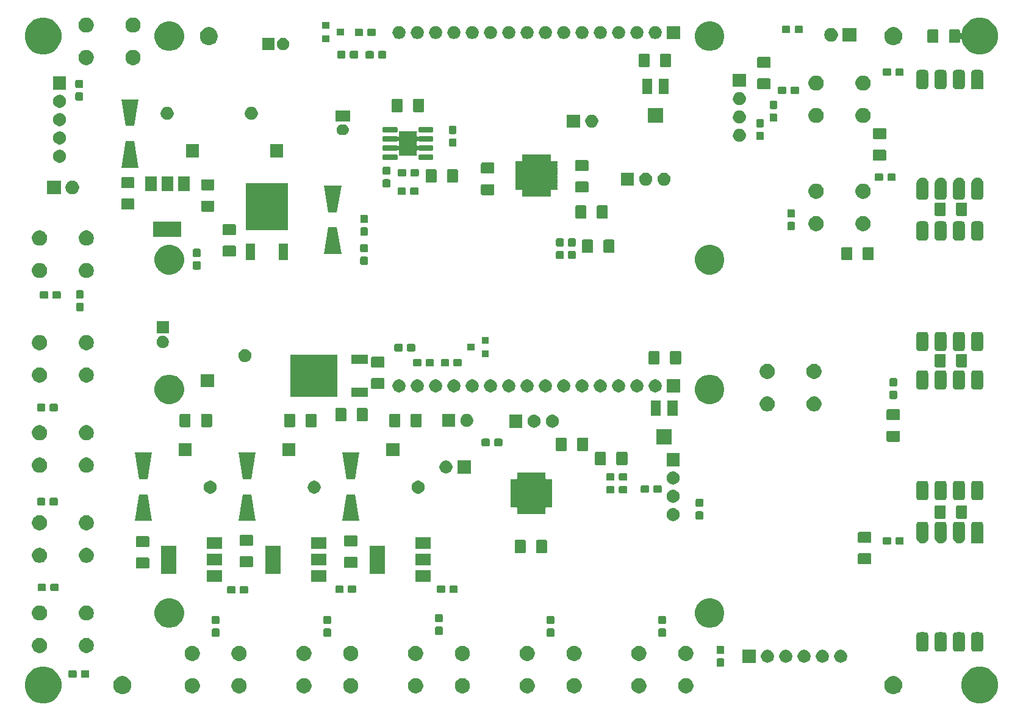
<source format=gbr>
G04 #@! TF.GenerationSoftware,KiCad,Pcbnew,(5.1.5-0-10_14)*
G04 #@! TF.CreationDate,2020-07-08T15:30:13+02:00*
G04 #@! TF.ProjectId,Main_Board_v1_3_smd,4d61696e-5f42-46f6-9172-645f76315f33,rev?*
G04 #@! TF.SameCoordinates,Original*
G04 #@! TF.FileFunction,Soldermask,Top*
G04 #@! TF.FilePolarity,Negative*
%FSLAX46Y46*%
G04 Gerber Fmt 4.6, Leading zero omitted, Abs format (unit mm)*
G04 Created by KiCad (PCBNEW (5.1.5-0-10_14)) date 2020-07-08 15:30:13*
%MOMM*%
%LPD*%
G04 APERTURE LIST*
%ADD10C,0.100000*%
G04 APERTURE END LIST*
D10*
G36*
X162101952Y-124416416D02*
G01*
X162566204Y-124608715D01*
X162566206Y-124608716D01*
X162984022Y-124887892D01*
X163339345Y-125243215D01*
X163603630Y-125638745D01*
X163618522Y-125661033D01*
X163810821Y-126125285D01*
X163908854Y-126618130D01*
X163908854Y-127120636D01*
X163810821Y-127613481D01*
X163621167Y-128071347D01*
X163618521Y-128077735D01*
X163339345Y-128495551D01*
X162984022Y-128850874D01*
X162566206Y-129130050D01*
X162566205Y-129130051D01*
X162566204Y-129130051D01*
X162101952Y-129322350D01*
X161609107Y-129420383D01*
X161106601Y-129420383D01*
X160613756Y-129322350D01*
X160149504Y-129130051D01*
X160149503Y-129130051D01*
X160149502Y-129130050D01*
X159731686Y-128850874D01*
X159376363Y-128495551D01*
X159097187Y-128077735D01*
X159094541Y-128071347D01*
X158904887Y-127613481D01*
X158806854Y-127120636D01*
X158806854Y-126618130D01*
X158904887Y-126125285D01*
X159097186Y-125661033D01*
X159112078Y-125638745D01*
X159376363Y-125243215D01*
X159731686Y-124887892D01*
X160149502Y-124608716D01*
X160149504Y-124608715D01*
X160613756Y-124416416D01*
X161106601Y-124318383D01*
X161609107Y-124318383D01*
X162101952Y-124416416D01*
G37*
G36*
X32101952Y-124416416D02*
G01*
X32566204Y-124608715D01*
X32566206Y-124608716D01*
X32984022Y-124887892D01*
X33339345Y-125243215D01*
X33603630Y-125638745D01*
X33618522Y-125661033D01*
X33810821Y-126125285D01*
X33908854Y-126618130D01*
X33908854Y-127120636D01*
X33810821Y-127613481D01*
X33621167Y-128071347D01*
X33618521Y-128077735D01*
X33339345Y-128495551D01*
X32984022Y-128850874D01*
X32566206Y-129130050D01*
X32566205Y-129130051D01*
X32566204Y-129130051D01*
X32101952Y-129322350D01*
X31609107Y-129420383D01*
X31106601Y-129420383D01*
X30613756Y-129322350D01*
X30149504Y-129130051D01*
X30149503Y-129130051D01*
X30149502Y-129130050D01*
X29731686Y-128850874D01*
X29376363Y-128495551D01*
X29097187Y-128077735D01*
X29094541Y-128071347D01*
X28904887Y-127613481D01*
X28806854Y-127120636D01*
X28806854Y-126618130D01*
X28904887Y-126125285D01*
X29097186Y-125661033D01*
X29112078Y-125638745D01*
X29376363Y-125243215D01*
X29731686Y-124887892D01*
X30149502Y-124608716D01*
X30149504Y-124608715D01*
X30613756Y-124416416D01*
X31106601Y-124318383D01*
X31609107Y-124318383D01*
X32101952Y-124416416D01*
G37*
G36*
X149722464Y-125667419D02*
G01*
X149949949Y-125761647D01*
X149949951Y-125761648D01*
X150045307Y-125825363D01*
X150154682Y-125898445D01*
X150328792Y-126072555D01*
X150465590Y-126277288D01*
X150559818Y-126504773D01*
X150607854Y-126746267D01*
X150607854Y-126992499D01*
X150559818Y-127233993D01*
X150465590Y-127461478D01*
X150465589Y-127461480D01*
X150328792Y-127666211D01*
X150154682Y-127840321D01*
X149949951Y-127977118D01*
X149949950Y-127977119D01*
X149949949Y-127977119D01*
X149722464Y-128071347D01*
X149480970Y-128119383D01*
X149234738Y-128119383D01*
X148993244Y-128071347D01*
X148765759Y-127977119D01*
X148765758Y-127977119D01*
X148765757Y-127977118D01*
X148561026Y-127840321D01*
X148386916Y-127666211D01*
X148250119Y-127461480D01*
X148250118Y-127461478D01*
X148155890Y-127233993D01*
X148107854Y-126992499D01*
X148107854Y-126746267D01*
X148155890Y-126504773D01*
X148250118Y-126277288D01*
X148386916Y-126072555D01*
X148561026Y-125898445D01*
X148670401Y-125825363D01*
X148765757Y-125761648D01*
X148765759Y-125761647D01*
X148993244Y-125667419D01*
X149234738Y-125619383D01*
X149480970Y-125619383D01*
X149722464Y-125667419D01*
G37*
G36*
X42722464Y-125667419D02*
G01*
X42949949Y-125761647D01*
X42949951Y-125761648D01*
X43045307Y-125825363D01*
X43154682Y-125898445D01*
X43328792Y-126072555D01*
X43465590Y-126277288D01*
X43559818Y-126504773D01*
X43607854Y-126746267D01*
X43607854Y-126992499D01*
X43559818Y-127233993D01*
X43465590Y-127461478D01*
X43465589Y-127461480D01*
X43328792Y-127666211D01*
X43154682Y-127840321D01*
X42949951Y-127977118D01*
X42949950Y-127977119D01*
X42949949Y-127977119D01*
X42722464Y-128071347D01*
X42480970Y-128119383D01*
X42234738Y-128119383D01*
X41993244Y-128071347D01*
X41765759Y-127977119D01*
X41765758Y-127977119D01*
X41765757Y-127977118D01*
X41561026Y-127840321D01*
X41386916Y-127666211D01*
X41250119Y-127461480D01*
X41250118Y-127461478D01*
X41155890Y-127233993D01*
X41107854Y-126992499D01*
X41107854Y-126746267D01*
X41155890Y-126504773D01*
X41250118Y-126277288D01*
X41386916Y-126072555D01*
X41561026Y-125898445D01*
X41670401Y-125825363D01*
X41765757Y-125761648D01*
X41765759Y-125761647D01*
X41993244Y-125667419D01*
X42234738Y-125619383D01*
X42480970Y-125619383D01*
X42722464Y-125667419D01*
G37*
G36*
X89864418Y-125958772D02*
G01*
X90055687Y-126037998D01*
X90055689Y-126037999D01*
X90186320Y-126125284D01*
X90227827Y-126153018D01*
X90374219Y-126299410D01*
X90489239Y-126471550D01*
X90568465Y-126662819D01*
X90608854Y-126865867D01*
X90608854Y-127072899D01*
X90568465Y-127275947D01*
X90491616Y-127461478D01*
X90489238Y-127467218D01*
X90374219Y-127639356D01*
X90227827Y-127785748D01*
X90055689Y-127900767D01*
X90055688Y-127900768D01*
X90055687Y-127900768D01*
X89864418Y-127979994D01*
X89661370Y-128020383D01*
X89454338Y-128020383D01*
X89251290Y-127979994D01*
X89060021Y-127900768D01*
X89060020Y-127900768D01*
X89060019Y-127900767D01*
X88887881Y-127785748D01*
X88741489Y-127639356D01*
X88626470Y-127467218D01*
X88624092Y-127461478D01*
X88547243Y-127275947D01*
X88506854Y-127072899D01*
X88506854Y-126865867D01*
X88547243Y-126662819D01*
X88626469Y-126471550D01*
X88741489Y-126299410D01*
X88887881Y-126153018D01*
X88929388Y-126125284D01*
X89060019Y-126037999D01*
X89060021Y-126037998D01*
X89251290Y-125958772D01*
X89454338Y-125918383D01*
X89661370Y-125918383D01*
X89864418Y-125958772D01*
G37*
G36*
X83364418Y-125958772D02*
G01*
X83555687Y-126037998D01*
X83555689Y-126037999D01*
X83686320Y-126125284D01*
X83727827Y-126153018D01*
X83874219Y-126299410D01*
X83989239Y-126471550D01*
X84068465Y-126662819D01*
X84108854Y-126865867D01*
X84108854Y-127072899D01*
X84068465Y-127275947D01*
X83991616Y-127461478D01*
X83989238Y-127467218D01*
X83874219Y-127639356D01*
X83727827Y-127785748D01*
X83555689Y-127900767D01*
X83555688Y-127900768D01*
X83555687Y-127900768D01*
X83364418Y-127979994D01*
X83161370Y-128020383D01*
X82954338Y-128020383D01*
X82751290Y-127979994D01*
X82560021Y-127900768D01*
X82560020Y-127900768D01*
X82560019Y-127900767D01*
X82387881Y-127785748D01*
X82241489Y-127639356D01*
X82126470Y-127467218D01*
X82124092Y-127461478D01*
X82047243Y-127275947D01*
X82006854Y-127072899D01*
X82006854Y-126865867D01*
X82047243Y-126662819D01*
X82126469Y-126471550D01*
X82241489Y-126299410D01*
X82387881Y-126153018D01*
X82429388Y-126125284D01*
X82560019Y-126037999D01*
X82560021Y-126037998D01*
X82751290Y-125958772D01*
X82954338Y-125918383D01*
X83161370Y-125918383D01*
X83364418Y-125958772D01*
G37*
G36*
X74364418Y-125958772D02*
G01*
X74555687Y-126037998D01*
X74555689Y-126037999D01*
X74686320Y-126125284D01*
X74727827Y-126153018D01*
X74874219Y-126299410D01*
X74989239Y-126471550D01*
X75068465Y-126662819D01*
X75108854Y-126865867D01*
X75108854Y-127072899D01*
X75068465Y-127275947D01*
X74991616Y-127461478D01*
X74989238Y-127467218D01*
X74874219Y-127639356D01*
X74727827Y-127785748D01*
X74555689Y-127900767D01*
X74555688Y-127900768D01*
X74555687Y-127900768D01*
X74364418Y-127979994D01*
X74161370Y-128020383D01*
X73954338Y-128020383D01*
X73751290Y-127979994D01*
X73560021Y-127900768D01*
X73560020Y-127900768D01*
X73560019Y-127900767D01*
X73387881Y-127785748D01*
X73241489Y-127639356D01*
X73126470Y-127467218D01*
X73124092Y-127461478D01*
X73047243Y-127275947D01*
X73006854Y-127072899D01*
X73006854Y-126865867D01*
X73047243Y-126662819D01*
X73126469Y-126471550D01*
X73241489Y-126299410D01*
X73387881Y-126153018D01*
X73429388Y-126125284D01*
X73560019Y-126037999D01*
X73560021Y-126037998D01*
X73751290Y-125958772D01*
X73954338Y-125918383D01*
X74161370Y-125918383D01*
X74364418Y-125958772D01*
G37*
G36*
X67864418Y-125958772D02*
G01*
X68055687Y-126037998D01*
X68055689Y-126037999D01*
X68186320Y-126125284D01*
X68227827Y-126153018D01*
X68374219Y-126299410D01*
X68489239Y-126471550D01*
X68568465Y-126662819D01*
X68608854Y-126865867D01*
X68608854Y-127072899D01*
X68568465Y-127275947D01*
X68491616Y-127461478D01*
X68489238Y-127467218D01*
X68374219Y-127639356D01*
X68227827Y-127785748D01*
X68055689Y-127900767D01*
X68055688Y-127900768D01*
X68055687Y-127900768D01*
X67864418Y-127979994D01*
X67661370Y-128020383D01*
X67454338Y-128020383D01*
X67251290Y-127979994D01*
X67060021Y-127900768D01*
X67060020Y-127900768D01*
X67060019Y-127900767D01*
X66887881Y-127785748D01*
X66741489Y-127639356D01*
X66626470Y-127467218D01*
X66624092Y-127461478D01*
X66547243Y-127275947D01*
X66506854Y-127072899D01*
X66506854Y-126865867D01*
X66547243Y-126662819D01*
X66626469Y-126471550D01*
X66741489Y-126299410D01*
X66887881Y-126153018D01*
X66929388Y-126125284D01*
X67060019Y-126037999D01*
X67060021Y-126037998D01*
X67251290Y-125958772D01*
X67454338Y-125918383D01*
X67661370Y-125918383D01*
X67864418Y-125958772D01*
G37*
G36*
X58864418Y-125958772D02*
G01*
X59055687Y-126037998D01*
X59055689Y-126037999D01*
X59186320Y-126125284D01*
X59227827Y-126153018D01*
X59374219Y-126299410D01*
X59489239Y-126471550D01*
X59568465Y-126662819D01*
X59608854Y-126865867D01*
X59608854Y-127072899D01*
X59568465Y-127275947D01*
X59491616Y-127461478D01*
X59489238Y-127467218D01*
X59374219Y-127639356D01*
X59227827Y-127785748D01*
X59055689Y-127900767D01*
X59055688Y-127900768D01*
X59055687Y-127900768D01*
X58864418Y-127979994D01*
X58661370Y-128020383D01*
X58454338Y-128020383D01*
X58251290Y-127979994D01*
X58060021Y-127900768D01*
X58060020Y-127900768D01*
X58060019Y-127900767D01*
X57887881Y-127785748D01*
X57741489Y-127639356D01*
X57626470Y-127467218D01*
X57624092Y-127461478D01*
X57547243Y-127275947D01*
X57506854Y-127072899D01*
X57506854Y-126865867D01*
X57547243Y-126662819D01*
X57626469Y-126471550D01*
X57741489Y-126299410D01*
X57887881Y-126153018D01*
X57929388Y-126125284D01*
X58060019Y-126037999D01*
X58060021Y-126037998D01*
X58251290Y-125958772D01*
X58454338Y-125918383D01*
X58661370Y-125918383D01*
X58864418Y-125958772D01*
G37*
G36*
X52364418Y-125958772D02*
G01*
X52555687Y-126037998D01*
X52555689Y-126037999D01*
X52686320Y-126125284D01*
X52727827Y-126153018D01*
X52874219Y-126299410D01*
X52989239Y-126471550D01*
X53068465Y-126662819D01*
X53108854Y-126865867D01*
X53108854Y-127072899D01*
X53068465Y-127275947D01*
X52991616Y-127461478D01*
X52989238Y-127467218D01*
X52874219Y-127639356D01*
X52727827Y-127785748D01*
X52555689Y-127900767D01*
X52555688Y-127900768D01*
X52555687Y-127900768D01*
X52364418Y-127979994D01*
X52161370Y-128020383D01*
X51954338Y-128020383D01*
X51751290Y-127979994D01*
X51560021Y-127900768D01*
X51560020Y-127900768D01*
X51560019Y-127900767D01*
X51387881Y-127785748D01*
X51241489Y-127639356D01*
X51126470Y-127467218D01*
X51124092Y-127461478D01*
X51047243Y-127275947D01*
X51006854Y-127072899D01*
X51006854Y-126865867D01*
X51047243Y-126662819D01*
X51126469Y-126471550D01*
X51241489Y-126299410D01*
X51387881Y-126153018D01*
X51429388Y-126125284D01*
X51560019Y-126037999D01*
X51560021Y-126037998D01*
X51751290Y-125958772D01*
X51954338Y-125918383D01*
X52161370Y-125918383D01*
X52364418Y-125958772D01*
G37*
G36*
X120864418Y-125958772D02*
G01*
X121055687Y-126037998D01*
X121055689Y-126037999D01*
X121186320Y-126125284D01*
X121227827Y-126153018D01*
X121374219Y-126299410D01*
X121489239Y-126471550D01*
X121568465Y-126662819D01*
X121608854Y-126865867D01*
X121608854Y-127072899D01*
X121568465Y-127275947D01*
X121491616Y-127461478D01*
X121489238Y-127467218D01*
X121374219Y-127639356D01*
X121227827Y-127785748D01*
X121055689Y-127900767D01*
X121055688Y-127900768D01*
X121055687Y-127900768D01*
X120864418Y-127979994D01*
X120661370Y-128020383D01*
X120454338Y-128020383D01*
X120251290Y-127979994D01*
X120060021Y-127900768D01*
X120060020Y-127900768D01*
X120060019Y-127900767D01*
X119887881Y-127785748D01*
X119741489Y-127639356D01*
X119626470Y-127467218D01*
X119624092Y-127461478D01*
X119547243Y-127275947D01*
X119506854Y-127072899D01*
X119506854Y-126865867D01*
X119547243Y-126662819D01*
X119626469Y-126471550D01*
X119741489Y-126299410D01*
X119887881Y-126153018D01*
X119929388Y-126125284D01*
X120060019Y-126037999D01*
X120060021Y-126037998D01*
X120251290Y-125958772D01*
X120454338Y-125918383D01*
X120661370Y-125918383D01*
X120864418Y-125958772D01*
G37*
G36*
X114364418Y-125958772D02*
G01*
X114555687Y-126037998D01*
X114555689Y-126037999D01*
X114686320Y-126125284D01*
X114727827Y-126153018D01*
X114874219Y-126299410D01*
X114989239Y-126471550D01*
X115068465Y-126662819D01*
X115108854Y-126865867D01*
X115108854Y-127072899D01*
X115068465Y-127275947D01*
X114991616Y-127461478D01*
X114989238Y-127467218D01*
X114874219Y-127639356D01*
X114727827Y-127785748D01*
X114555689Y-127900767D01*
X114555688Y-127900768D01*
X114555687Y-127900768D01*
X114364418Y-127979994D01*
X114161370Y-128020383D01*
X113954338Y-128020383D01*
X113751290Y-127979994D01*
X113560021Y-127900768D01*
X113560020Y-127900768D01*
X113560019Y-127900767D01*
X113387881Y-127785748D01*
X113241489Y-127639356D01*
X113126470Y-127467218D01*
X113124092Y-127461478D01*
X113047243Y-127275947D01*
X113006854Y-127072899D01*
X113006854Y-126865867D01*
X113047243Y-126662819D01*
X113126469Y-126471550D01*
X113241489Y-126299410D01*
X113387881Y-126153018D01*
X113429388Y-126125284D01*
X113560019Y-126037999D01*
X113560021Y-126037998D01*
X113751290Y-125958772D01*
X113954338Y-125918383D01*
X114161370Y-125918383D01*
X114364418Y-125958772D01*
G37*
G36*
X105364418Y-125958772D02*
G01*
X105555687Y-126037998D01*
X105555689Y-126037999D01*
X105686320Y-126125284D01*
X105727827Y-126153018D01*
X105874219Y-126299410D01*
X105989239Y-126471550D01*
X106068465Y-126662819D01*
X106108854Y-126865867D01*
X106108854Y-127072899D01*
X106068465Y-127275947D01*
X105991616Y-127461478D01*
X105989238Y-127467218D01*
X105874219Y-127639356D01*
X105727827Y-127785748D01*
X105555689Y-127900767D01*
X105555688Y-127900768D01*
X105555687Y-127900768D01*
X105364418Y-127979994D01*
X105161370Y-128020383D01*
X104954338Y-128020383D01*
X104751290Y-127979994D01*
X104560021Y-127900768D01*
X104560020Y-127900768D01*
X104560019Y-127900767D01*
X104387881Y-127785748D01*
X104241489Y-127639356D01*
X104126470Y-127467218D01*
X104124092Y-127461478D01*
X104047243Y-127275947D01*
X104006854Y-127072899D01*
X104006854Y-126865867D01*
X104047243Y-126662819D01*
X104126469Y-126471550D01*
X104241489Y-126299410D01*
X104387881Y-126153018D01*
X104429388Y-126125284D01*
X104560019Y-126037999D01*
X104560021Y-126037998D01*
X104751290Y-125958772D01*
X104954338Y-125918383D01*
X105161370Y-125918383D01*
X105364418Y-125958772D01*
G37*
G36*
X98864418Y-125958772D02*
G01*
X99055687Y-126037998D01*
X99055689Y-126037999D01*
X99186320Y-126125284D01*
X99227827Y-126153018D01*
X99374219Y-126299410D01*
X99489239Y-126471550D01*
X99568465Y-126662819D01*
X99608854Y-126865867D01*
X99608854Y-127072899D01*
X99568465Y-127275947D01*
X99491616Y-127461478D01*
X99489238Y-127467218D01*
X99374219Y-127639356D01*
X99227827Y-127785748D01*
X99055689Y-127900767D01*
X99055688Y-127900768D01*
X99055687Y-127900768D01*
X98864418Y-127979994D01*
X98661370Y-128020383D01*
X98454338Y-128020383D01*
X98251290Y-127979994D01*
X98060021Y-127900768D01*
X98060020Y-127900768D01*
X98060019Y-127900767D01*
X97887881Y-127785748D01*
X97741489Y-127639356D01*
X97626470Y-127467218D01*
X97624092Y-127461478D01*
X97547243Y-127275947D01*
X97506854Y-127072899D01*
X97506854Y-126865867D01*
X97547243Y-126662819D01*
X97626469Y-126471550D01*
X97741489Y-126299410D01*
X97887881Y-126153018D01*
X97929388Y-126125284D01*
X98060019Y-126037999D01*
X98060021Y-126037998D01*
X98251290Y-125958772D01*
X98454338Y-125918383D01*
X98661370Y-125918383D01*
X98864418Y-125958772D01*
G37*
G36*
X35847353Y-124797828D02*
G01*
X35884849Y-124809203D01*
X35919408Y-124827675D01*
X35949701Y-124852536D01*
X35974562Y-124882829D01*
X35993034Y-124917388D01*
X36004409Y-124954884D01*
X36008854Y-125000021D01*
X36008854Y-125638745D01*
X36004409Y-125683882D01*
X35993034Y-125721378D01*
X35974562Y-125755937D01*
X35949701Y-125786230D01*
X35919408Y-125811091D01*
X35884849Y-125829563D01*
X35847353Y-125840938D01*
X35802216Y-125845383D01*
X35063492Y-125845383D01*
X35018355Y-125840938D01*
X34980859Y-125829563D01*
X34946300Y-125811091D01*
X34916007Y-125786230D01*
X34891146Y-125755937D01*
X34872674Y-125721378D01*
X34861299Y-125683882D01*
X34856854Y-125638745D01*
X34856854Y-125000021D01*
X34861299Y-124954884D01*
X34872674Y-124917388D01*
X34891146Y-124882829D01*
X34916007Y-124852536D01*
X34946300Y-124827675D01*
X34980859Y-124809203D01*
X35018355Y-124797828D01*
X35063492Y-124793383D01*
X35802216Y-124793383D01*
X35847353Y-124797828D01*
G37*
G36*
X37597353Y-124797828D02*
G01*
X37634849Y-124809203D01*
X37669408Y-124827675D01*
X37699701Y-124852536D01*
X37724562Y-124882829D01*
X37743034Y-124917388D01*
X37754409Y-124954884D01*
X37758854Y-125000021D01*
X37758854Y-125638745D01*
X37754409Y-125683882D01*
X37743034Y-125721378D01*
X37724562Y-125755937D01*
X37699701Y-125786230D01*
X37669408Y-125811091D01*
X37634849Y-125829563D01*
X37597353Y-125840938D01*
X37552216Y-125845383D01*
X36813492Y-125845383D01*
X36768355Y-125840938D01*
X36730859Y-125829563D01*
X36696300Y-125811091D01*
X36666007Y-125786230D01*
X36641146Y-125755937D01*
X36622674Y-125721378D01*
X36611299Y-125683882D01*
X36606854Y-125638745D01*
X36606854Y-125000021D01*
X36611299Y-124954884D01*
X36622674Y-124917388D01*
X36641146Y-124882829D01*
X36666007Y-124852536D01*
X36696300Y-124827675D01*
X36730859Y-124809203D01*
X36768355Y-124797828D01*
X36813492Y-124793383D01*
X37552216Y-124793383D01*
X37597353Y-124797828D01*
G37*
G36*
X125722353Y-123172828D02*
G01*
X125759849Y-123184203D01*
X125794408Y-123202675D01*
X125824701Y-123227536D01*
X125849562Y-123257829D01*
X125868034Y-123292388D01*
X125879409Y-123329884D01*
X125883854Y-123375021D01*
X125883854Y-124113745D01*
X125879409Y-124158882D01*
X125868034Y-124196378D01*
X125849562Y-124230937D01*
X125824701Y-124261230D01*
X125794408Y-124286091D01*
X125759849Y-124304563D01*
X125722353Y-124315938D01*
X125677216Y-124320383D01*
X125038492Y-124320383D01*
X124993355Y-124315938D01*
X124955859Y-124304563D01*
X124921300Y-124286091D01*
X124891007Y-124261230D01*
X124866146Y-124230937D01*
X124847674Y-124196378D01*
X124836299Y-124158882D01*
X124831854Y-124113745D01*
X124831854Y-123375021D01*
X124836299Y-123329884D01*
X124847674Y-123292388D01*
X124866146Y-123257829D01*
X124891007Y-123227536D01*
X124921300Y-123202675D01*
X124955859Y-123184203D01*
X124993355Y-123172828D01*
X125038492Y-123168383D01*
X125677216Y-123168383D01*
X125722353Y-123172828D01*
G37*
G36*
X142162507Y-121971548D02*
G01*
X142320666Y-122003007D01*
X142484638Y-122070927D01*
X142632208Y-122169530D01*
X142757707Y-122295029D01*
X142856310Y-122442599D01*
X142924230Y-122606571D01*
X142958854Y-122780642D01*
X142958854Y-122958124D01*
X142924230Y-123132195D01*
X142856310Y-123296167D01*
X142757707Y-123443737D01*
X142632208Y-123569236D01*
X142484638Y-123667839D01*
X142320666Y-123735759D01*
X142171366Y-123765456D01*
X142146596Y-123770383D01*
X141969112Y-123770383D01*
X141944342Y-123765456D01*
X141795042Y-123735759D01*
X141631070Y-123667839D01*
X141483500Y-123569236D01*
X141358001Y-123443737D01*
X141259398Y-123296167D01*
X141191478Y-123132195D01*
X141156854Y-122958124D01*
X141156854Y-122780642D01*
X141191478Y-122606571D01*
X141259398Y-122442599D01*
X141358001Y-122295029D01*
X141483500Y-122169530D01*
X141631070Y-122070927D01*
X141795042Y-122003007D01*
X141953201Y-121971548D01*
X141969112Y-121968383D01*
X142146596Y-121968383D01*
X142162507Y-121971548D01*
G37*
G36*
X139622507Y-121971548D02*
G01*
X139780666Y-122003007D01*
X139944638Y-122070927D01*
X140092208Y-122169530D01*
X140217707Y-122295029D01*
X140316310Y-122442599D01*
X140384230Y-122606571D01*
X140418854Y-122780642D01*
X140418854Y-122958124D01*
X140384230Y-123132195D01*
X140316310Y-123296167D01*
X140217707Y-123443737D01*
X140092208Y-123569236D01*
X139944638Y-123667839D01*
X139780666Y-123735759D01*
X139631366Y-123765456D01*
X139606596Y-123770383D01*
X139429112Y-123770383D01*
X139404342Y-123765456D01*
X139255042Y-123735759D01*
X139091070Y-123667839D01*
X138943500Y-123569236D01*
X138818001Y-123443737D01*
X138719398Y-123296167D01*
X138651478Y-123132195D01*
X138616854Y-122958124D01*
X138616854Y-122780642D01*
X138651478Y-122606571D01*
X138719398Y-122442599D01*
X138818001Y-122295029D01*
X138943500Y-122169530D01*
X139091070Y-122070927D01*
X139255042Y-122003007D01*
X139413201Y-121971548D01*
X139429112Y-121968383D01*
X139606596Y-121968383D01*
X139622507Y-121971548D01*
G37*
G36*
X137082507Y-121971548D02*
G01*
X137240666Y-122003007D01*
X137404638Y-122070927D01*
X137552208Y-122169530D01*
X137677707Y-122295029D01*
X137776310Y-122442599D01*
X137844230Y-122606571D01*
X137878854Y-122780642D01*
X137878854Y-122958124D01*
X137844230Y-123132195D01*
X137776310Y-123296167D01*
X137677707Y-123443737D01*
X137552208Y-123569236D01*
X137404638Y-123667839D01*
X137240666Y-123735759D01*
X137091366Y-123765456D01*
X137066596Y-123770383D01*
X136889112Y-123770383D01*
X136864342Y-123765456D01*
X136715042Y-123735759D01*
X136551070Y-123667839D01*
X136403500Y-123569236D01*
X136278001Y-123443737D01*
X136179398Y-123296167D01*
X136111478Y-123132195D01*
X136076854Y-122958124D01*
X136076854Y-122780642D01*
X136111478Y-122606571D01*
X136179398Y-122442599D01*
X136278001Y-122295029D01*
X136403500Y-122169530D01*
X136551070Y-122070927D01*
X136715042Y-122003007D01*
X136873201Y-121971548D01*
X136889112Y-121968383D01*
X137066596Y-121968383D01*
X137082507Y-121971548D01*
G37*
G36*
X134542507Y-121971548D02*
G01*
X134700666Y-122003007D01*
X134864638Y-122070927D01*
X135012208Y-122169530D01*
X135137707Y-122295029D01*
X135236310Y-122442599D01*
X135304230Y-122606571D01*
X135338854Y-122780642D01*
X135338854Y-122958124D01*
X135304230Y-123132195D01*
X135236310Y-123296167D01*
X135137707Y-123443737D01*
X135012208Y-123569236D01*
X134864638Y-123667839D01*
X134700666Y-123735759D01*
X134551366Y-123765456D01*
X134526596Y-123770383D01*
X134349112Y-123770383D01*
X134324342Y-123765456D01*
X134175042Y-123735759D01*
X134011070Y-123667839D01*
X133863500Y-123569236D01*
X133738001Y-123443737D01*
X133639398Y-123296167D01*
X133571478Y-123132195D01*
X133536854Y-122958124D01*
X133536854Y-122780642D01*
X133571478Y-122606571D01*
X133639398Y-122442599D01*
X133738001Y-122295029D01*
X133863500Y-122169530D01*
X134011070Y-122070927D01*
X134175042Y-122003007D01*
X134333201Y-121971548D01*
X134349112Y-121968383D01*
X134526596Y-121968383D01*
X134542507Y-121971548D01*
G37*
G36*
X132002507Y-121971548D02*
G01*
X132160666Y-122003007D01*
X132324638Y-122070927D01*
X132472208Y-122169530D01*
X132597707Y-122295029D01*
X132696310Y-122442599D01*
X132764230Y-122606571D01*
X132798854Y-122780642D01*
X132798854Y-122958124D01*
X132764230Y-123132195D01*
X132696310Y-123296167D01*
X132597707Y-123443737D01*
X132472208Y-123569236D01*
X132324638Y-123667839D01*
X132160666Y-123735759D01*
X132011366Y-123765456D01*
X131986596Y-123770383D01*
X131809112Y-123770383D01*
X131784342Y-123765456D01*
X131635042Y-123735759D01*
X131471070Y-123667839D01*
X131323500Y-123569236D01*
X131198001Y-123443737D01*
X131099398Y-123296167D01*
X131031478Y-123132195D01*
X130996854Y-122958124D01*
X130996854Y-122780642D01*
X131031478Y-122606571D01*
X131099398Y-122442599D01*
X131198001Y-122295029D01*
X131323500Y-122169530D01*
X131471070Y-122070927D01*
X131635042Y-122003007D01*
X131793201Y-121971548D01*
X131809112Y-121968383D01*
X131986596Y-121968383D01*
X132002507Y-121971548D01*
G37*
G36*
X130258854Y-123770383D02*
G01*
X128456854Y-123770383D01*
X128456854Y-121968383D01*
X130258854Y-121968383D01*
X130258854Y-123770383D01*
G37*
G36*
X83364418Y-121458772D02*
G01*
X83482852Y-121507829D01*
X83555689Y-121537999D01*
X83727827Y-121653018D01*
X83874219Y-121799410D01*
X83950369Y-121913376D01*
X83989239Y-121971550D01*
X84068465Y-122162819D01*
X84108854Y-122365867D01*
X84108854Y-122572899D01*
X84068465Y-122775947D01*
X83989239Y-122967216D01*
X83989238Y-122967218D01*
X83874219Y-123139356D01*
X83727827Y-123285748D01*
X83555689Y-123400767D01*
X83555688Y-123400768D01*
X83555687Y-123400768D01*
X83364418Y-123479994D01*
X83161370Y-123520383D01*
X82954338Y-123520383D01*
X82751290Y-123479994D01*
X82560021Y-123400768D01*
X82560020Y-123400768D01*
X82560019Y-123400767D01*
X82387881Y-123285748D01*
X82241489Y-123139356D01*
X82126470Y-122967218D01*
X82126469Y-122967216D01*
X82047243Y-122775947D01*
X82006854Y-122572899D01*
X82006854Y-122365867D01*
X82047243Y-122162819D01*
X82126469Y-121971550D01*
X82165340Y-121913376D01*
X82241489Y-121799410D01*
X82387881Y-121653018D01*
X82560019Y-121537999D01*
X82632856Y-121507829D01*
X82751290Y-121458772D01*
X82954338Y-121418383D01*
X83161370Y-121418383D01*
X83364418Y-121458772D01*
G37*
G36*
X114364418Y-121458772D02*
G01*
X114482852Y-121507829D01*
X114555689Y-121537999D01*
X114727827Y-121653018D01*
X114874219Y-121799410D01*
X114950369Y-121913376D01*
X114989239Y-121971550D01*
X115068465Y-122162819D01*
X115108854Y-122365867D01*
X115108854Y-122572899D01*
X115068465Y-122775947D01*
X114989239Y-122967216D01*
X114989238Y-122967218D01*
X114874219Y-123139356D01*
X114727827Y-123285748D01*
X114555689Y-123400767D01*
X114555688Y-123400768D01*
X114555687Y-123400768D01*
X114364418Y-123479994D01*
X114161370Y-123520383D01*
X113954338Y-123520383D01*
X113751290Y-123479994D01*
X113560021Y-123400768D01*
X113560020Y-123400768D01*
X113560019Y-123400767D01*
X113387881Y-123285748D01*
X113241489Y-123139356D01*
X113126470Y-122967218D01*
X113126469Y-122967216D01*
X113047243Y-122775947D01*
X113006854Y-122572899D01*
X113006854Y-122365867D01*
X113047243Y-122162819D01*
X113126469Y-121971550D01*
X113165340Y-121913376D01*
X113241489Y-121799410D01*
X113387881Y-121653018D01*
X113560019Y-121537999D01*
X113632856Y-121507829D01*
X113751290Y-121458772D01*
X113954338Y-121418383D01*
X114161370Y-121418383D01*
X114364418Y-121458772D01*
G37*
G36*
X105364418Y-121458772D02*
G01*
X105482852Y-121507829D01*
X105555689Y-121537999D01*
X105727827Y-121653018D01*
X105874219Y-121799410D01*
X105950369Y-121913376D01*
X105989239Y-121971550D01*
X106068465Y-122162819D01*
X106108854Y-122365867D01*
X106108854Y-122572899D01*
X106068465Y-122775947D01*
X105989239Y-122967216D01*
X105989238Y-122967218D01*
X105874219Y-123139356D01*
X105727827Y-123285748D01*
X105555689Y-123400767D01*
X105555688Y-123400768D01*
X105555687Y-123400768D01*
X105364418Y-123479994D01*
X105161370Y-123520383D01*
X104954338Y-123520383D01*
X104751290Y-123479994D01*
X104560021Y-123400768D01*
X104560020Y-123400768D01*
X104560019Y-123400767D01*
X104387881Y-123285748D01*
X104241489Y-123139356D01*
X104126470Y-122967218D01*
X104126469Y-122967216D01*
X104047243Y-122775947D01*
X104006854Y-122572899D01*
X104006854Y-122365867D01*
X104047243Y-122162819D01*
X104126469Y-121971550D01*
X104165340Y-121913376D01*
X104241489Y-121799410D01*
X104387881Y-121653018D01*
X104560019Y-121537999D01*
X104632856Y-121507829D01*
X104751290Y-121458772D01*
X104954338Y-121418383D01*
X105161370Y-121418383D01*
X105364418Y-121458772D01*
G37*
G36*
X98864418Y-121458772D02*
G01*
X98982852Y-121507829D01*
X99055689Y-121537999D01*
X99227827Y-121653018D01*
X99374219Y-121799410D01*
X99450369Y-121913376D01*
X99489239Y-121971550D01*
X99568465Y-122162819D01*
X99608854Y-122365867D01*
X99608854Y-122572899D01*
X99568465Y-122775947D01*
X99489239Y-122967216D01*
X99489238Y-122967218D01*
X99374219Y-123139356D01*
X99227827Y-123285748D01*
X99055689Y-123400767D01*
X99055688Y-123400768D01*
X99055687Y-123400768D01*
X98864418Y-123479994D01*
X98661370Y-123520383D01*
X98454338Y-123520383D01*
X98251290Y-123479994D01*
X98060021Y-123400768D01*
X98060020Y-123400768D01*
X98060019Y-123400767D01*
X97887881Y-123285748D01*
X97741489Y-123139356D01*
X97626470Y-122967218D01*
X97626469Y-122967216D01*
X97547243Y-122775947D01*
X97506854Y-122572899D01*
X97506854Y-122365867D01*
X97547243Y-122162819D01*
X97626469Y-121971550D01*
X97665340Y-121913376D01*
X97741489Y-121799410D01*
X97887881Y-121653018D01*
X98060019Y-121537999D01*
X98132856Y-121507829D01*
X98251290Y-121458772D01*
X98454338Y-121418383D01*
X98661370Y-121418383D01*
X98864418Y-121458772D01*
G37*
G36*
X67864418Y-121458772D02*
G01*
X67982852Y-121507829D01*
X68055689Y-121537999D01*
X68227827Y-121653018D01*
X68374219Y-121799410D01*
X68450369Y-121913376D01*
X68489239Y-121971550D01*
X68568465Y-122162819D01*
X68608854Y-122365867D01*
X68608854Y-122572899D01*
X68568465Y-122775947D01*
X68489239Y-122967216D01*
X68489238Y-122967218D01*
X68374219Y-123139356D01*
X68227827Y-123285748D01*
X68055689Y-123400767D01*
X68055688Y-123400768D01*
X68055687Y-123400768D01*
X67864418Y-123479994D01*
X67661370Y-123520383D01*
X67454338Y-123520383D01*
X67251290Y-123479994D01*
X67060021Y-123400768D01*
X67060020Y-123400768D01*
X67060019Y-123400767D01*
X66887881Y-123285748D01*
X66741489Y-123139356D01*
X66626470Y-122967218D01*
X66626469Y-122967216D01*
X66547243Y-122775947D01*
X66506854Y-122572899D01*
X66506854Y-122365867D01*
X66547243Y-122162819D01*
X66626469Y-121971550D01*
X66665340Y-121913376D01*
X66741489Y-121799410D01*
X66887881Y-121653018D01*
X67060019Y-121537999D01*
X67132856Y-121507829D01*
X67251290Y-121458772D01*
X67454338Y-121418383D01*
X67661370Y-121418383D01*
X67864418Y-121458772D01*
G37*
G36*
X120864418Y-121458772D02*
G01*
X120982852Y-121507829D01*
X121055689Y-121537999D01*
X121227827Y-121653018D01*
X121374219Y-121799410D01*
X121450369Y-121913376D01*
X121489239Y-121971550D01*
X121568465Y-122162819D01*
X121608854Y-122365867D01*
X121608854Y-122572899D01*
X121568465Y-122775947D01*
X121489239Y-122967216D01*
X121489238Y-122967218D01*
X121374219Y-123139356D01*
X121227827Y-123285748D01*
X121055689Y-123400767D01*
X121055688Y-123400768D01*
X121055687Y-123400768D01*
X120864418Y-123479994D01*
X120661370Y-123520383D01*
X120454338Y-123520383D01*
X120251290Y-123479994D01*
X120060021Y-123400768D01*
X120060020Y-123400768D01*
X120060019Y-123400767D01*
X119887881Y-123285748D01*
X119741489Y-123139356D01*
X119626470Y-122967218D01*
X119626469Y-122967216D01*
X119547243Y-122775947D01*
X119506854Y-122572899D01*
X119506854Y-122365867D01*
X119547243Y-122162819D01*
X119626469Y-121971550D01*
X119665340Y-121913376D01*
X119741489Y-121799410D01*
X119887881Y-121653018D01*
X120060019Y-121537999D01*
X120132856Y-121507829D01*
X120251290Y-121458772D01*
X120454338Y-121418383D01*
X120661370Y-121418383D01*
X120864418Y-121458772D01*
G37*
G36*
X74364418Y-121458772D02*
G01*
X74482852Y-121507829D01*
X74555689Y-121537999D01*
X74727827Y-121653018D01*
X74874219Y-121799410D01*
X74950369Y-121913376D01*
X74989239Y-121971550D01*
X75068465Y-122162819D01*
X75108854Y-122365867D01*
X75108854Y-122572899D01*
X75068465Y-122775947D01*
X74989239Y-122967216D01*
X74989238Y-122967218D01*
X74874219Y-123139356D01*
X74727827Y-123285748D01*
X74555689Y-123400767D01*
X74555688Y-123400768D01*
X74555687Y-123400768D01*
X74364418Y-123479994D01*
X74161370Y-123520383D01*
X73954338Y-123520383D01*
X73751290Y-123479994D01*
X73560021Y-123400768D01*
X73560020Y-123400768D01*
X73560019Y-123400767D01*
X73387881Y-123285748D01*
X73241489Y-123139356D01*
X73126470Y-122967218D01*
X73126469Y-122967216D01*
X73047243Y-122775947D01*
X73006854Y-122572899D01*
X73006854Y-122365867D01*
X73047243Y-122162819D01*
X73126469Y-121971550D01*
X73165340Y-121913376D01*
X73241489Y-121799410D01*
X73387881Y-121653018D01*
X73560019Y-121537999D01*
X73632856Y-121507829D01*
X73751290Y-121458772D01*
X73954338Y-121418383D01*
X74161370Y-121418383D01*
X74364418Y-121458772D01*
G37*
G36*
X89864418Y-121458772D02*
G01*
X89982852Y-121507829D01*
X90055689Y-121537999D01*
X90227827Y-121653018D01*
X90374219Y-121799410D01*
X90450369Y-121913376D01*
X90489239Y-121971550D01*
X90568465Y-122162819D01*
X90608854Y-122365867D01*
X90608854Y-122572899D01*
X90568465Y-122775947D01*
X90489239Y-122967216D01*
X90489238Y-122967218D01*
X90374219Y-123139356D01*
X90227827Y-123285748D01*
X90055689Y-123400767D01*
X90055688Y-123400768D01*
X90055687Y-123400768D01*
X89864418Y-123479994D01*
X89661370Y-123520383D01*
X89454338Y-123520383D01*
X89251290Y-123479994D01*
X89060021Y-123400768D01*
X89060020Y-123400768D01*
X89060019Y-123400767D01*
X88887881Y-123285748D01*
X88741489Y-123139356D01*
X88626470Y-122967218D01*
X88626469Y-122967216D01*
X88547243Y-122775947D01*
X88506854Y-122572899D01*
X88506854Y-122365867D01*
X88547243Y-122162819D01*
X88626469Y-121971550D01*
X88665340Y-121913376D01*
X88741489Y-121799410D01*
X88887881Y-121653018D01*
X89060019Y-121537999D01*
X89132856Y-121507829D01*
X89251290Y-121458772D01*
X89454338Y-121418383D01*
X89661370Y-121418383D01*
X89864418Y-121458772D01*
G37*
G36*
X58864418Y-121458772D02*
G01*
X58982852Y-121507829D01*
X59055689Y-121537999D01*
X59227827Y-121653018D01*
X59374219Y-121799410D01*
X59450369Y-121913376D01*
X59489239Y-121971550D01*
X59568465Y-122162819D01*
X59608854Y-122365867D01*
X59608854Y-122572899D01*
X59568465Y-122775947D01*
X59489239Y-122967216D01*
X59489238Y-122967218D01*
X59374219Y-123139356D01*
X59227827Y-123285748D01*
X59055689Y-123400767D01*
X59055688Y-123400768D01*
X59055687Y-123400768D01*
X58864418Y-123479994D01*
X58661370Y-123520383D01*
X58454338Y-123520383D01*
X58251290Y-123479994D01*
X58060021Y-123400768D01*
X58060020Y-123400768D01*
X58060019Y-123400767D01*
X57887881Y-123285748D01*
X57741489Y-123139356D01*
X57626470Y-122967218D01*
X57626469Y-122967216D01*
X57547243Y-122775947D01*
X57506854Y-122572899D01*
X57506854Y-122365867D01*
X57547243Y-122162819D01*
X57626469Y-121971550D01*
X57665340Y-121913376D01*
X57741489Y-121799410D01*
X57887881Y-121653018D01*
X58060019Y-121537999D01*
X58132856Y-121507829D01*
X58251290Y-121458772D01*
X58454338Y-121418383D01*
X58661370Y-121418383D01*
X58864418Y-121458772D01*
G37*
G36*
X52364418Y-121458772D02*
G01*
X52482852Y-121507829D01*
X52555689Y-121537999D01*
X52727827Y-121653018D01*
X52874219Y-121799410D01*
X52950369Y-121913376D01*
X52989239Y-121971550D01*
X53068465Y-122162819D01*
X53108854Y-122365867D01*
X53108854Y-122572899D01*
X53068465Y-122775947D01*
X52989239Y-122967216D01*
X52989238Y-122967218D01*
X52874219Y-123139356D01*
X52727827Y-123285748D01*
X52555689Y-123400767D01*
X52555688Y-123400768D01*
X52555687Y-123400768D01*
X52364418Y-123479994D01*
X52161370Y-123520383D01*
X51954338Y-123520383D01*
X51751290Y-123479994D01*
X51560021Y-123400768D01*
X51560020Y-123400768D01*
X51560019Y-123400767D01*
X51387881Y-123285748D01*
X51241489Y-123139356D01*
X51126470Y-122967218D01*
X51126469Y-122967216D01*
X51047243Y-122775947D01*
X51006854Y-122572899D01*
X51006854Y-122365867D01*
X51047243Y-122162819D01*
X51126469Y-121971550D01*
X51165340Y-121913376D01*
X51241489Y-121799410D01*
X51387881Y-121653018D01*
X51560019Y-121537999D01*
X51632856Y-121507829D01*
X51751290Y-121458772D01*
X51954338Y-121418383D01*
X52161370Y-121418383D01*
X52364418Y-121458772D01*
G37*
G36*
X125722353Y-121422828D02*
G01*
X125759849Y-121434203D01*
X125794408Y-121452675D01*
X125824701Y-121477536D01*
X125849562Y-121507829D01*
X125868034Y-121542388D01*
X125879409Y-121579884D01*
X125883854Y-121625021D01*
X125883854Y-122363745D01*
X125879409Y-122408882D01*
X125868034Y-122446378D01*
X125849562Y-122480937D01*
X125824701Y-122511230D01*
X125794408Y-122536091D01*
X125759849Y-122554563D01*
X125722353Y-122565938D01*
X125677216Y-122570383D01*
X125038492Y-122570383D01*
X124993355Y-122565938D01*
X124955859Y-122554563D01*
X124921300Y-122536091D01*
X124891007Y-122511230D01*
X124866146Y-122480937D01*
X124847674Y-122446378D01*
X124836299Y-122408882D01*
X124831854Y-122363745D01*
X124831854Y-121625021D01*
X124836299Y-121579884D01*
X124847674Y-121542388D01*
X124866146Y-121507829D01*
X124891007Y-121477536D01*
X124921300Y-121452675D01*
X124955859Y-121434203D01*
X124993355Y-121422828D01*
X125038492Y-121418383D01*
X125677216Y-121418383D01*
X125722353Y-121422828D01*
G37*
G36*
X37664418Y-120358772D02*
G01*
X37819961Y-120423200D01*
X37855689Y-120437999D01*
X37906587Y-120472008D01*
X38027827Y-120553018D01*
X38174219Y-120699410D01*
X38289239Y-120871550D01*
X38368465Y-121062819D01*
X38408854Y-121265867D01*
X38408854Y-121472899D01*
X38368465Y-121675947D01*
X38290908Y-121863187D01*
X38289238Y-121867218D01*
X38174219Y-122039356D01*
X38027827Y-122185748D01*
X37855689Y-122300767D01*
X37855688Y-122300768D01*
X37855687Y-122300768D01*
X37664418Y-122379994D01*
X37461370Y-122420383D01*
X37254338Y-122420383D01*
X37051290Y-122379994D01*
X36860021Y-122300768D01*
X36860020Y-122300768D01*
X36860019Y-122300767D01*
X36687881Y-122185748D01*
X36541489Y-122039356D01*
X36426470Y-121867218D01*
X36424800Y-121863187D01*
X36347243Y-121675947D01*
X36306854Y-121472899D01*
X36306854Y-121265867D01*
X36347243Y-121062819D01*
X36426469Y-120871550D01*
X36541489Y-120699410D01*
X36687881Y-120553018D01*
X36809121Y-120472008D01*
X36860019Y-120437999D01*
X36895747Y-120423200D01*
X37051290Y-120358772D01*
X37254338Y-120318383D01*
X37461370Y-120318383D01*
X37664418Y-120358772D01*
G37*
G36*
X31164418Y-120358772D02*
G01*
X31319961Y-120423200D01*
X31355689Y-120437999D01*
X31406587Y-120472008D01*
X31527827Y-120553018D01*
X31674219Y-120699410D01*
X31789239Y-120871550D01*
X31868465Y-121062819D01*
X31908854Y-121265867D01*
X31908854Y-121472899D01*
X31868465Y-121675947D01*
X31790908Y-121863187D01*
X31789238Y-121867218D01*
X31674219Y-122039356D01*
X31527827Y-122185748D01*
X31355689Y-122300767D01*
X31355688Y-122300768D01*
X31355687Y-122300768D01*
X31164418Y-122379994D01*
X30961370Y-122420383D01*
X30754338Y-122420383D01*
X30551290Y-122379994D01*
X30360021Y-122300768D01*
X30360020Y-122300768D01*
X30360019Y-122300767D01*
X30187881Y-122185748D01*
X30041489Y-122039356D01*
X29926470Y-121867218D01*
X29924800Y-121863187D01*
X29847243Y-121675947D01*
X29806854Y-121472899D01*
X29806854Y-121265867D01*
X29847243Y-121062819D01*
X29926469Y-120871550D01*
X30041489Y-120699410D01*
X30187881Y-120553018D01*
X30309121Y-120472008D01*
X30360019Y-120437999D01*
X30395747Y-120423200D01*
X30551290Y-120358772D01*
X30754338Y-120318383D01*
X30961370Y-120318383D01*
X31164418Y-120358772D01*
G37*
G36*
X161288822Y-119521086D02*
G01*
X161331761Y-119538872D01*
X161355197Y-119545981D01*
X161379583Y-119548383D01*
X161472714Y-119548383D01*
X161545847Y-119555586D01*
X161610265Y-119575127D01*
X161669635Y-119606861D01*
X161721671Y-119649566D01*
X161764376Y-119701602D01*
X161796110Y-119760972D01*
X161815651Y-119825390D01*
X161822854Y-119898523D01*
X161822854Y-119979293D01*
X161825256Y-120003679D01*
X161832367Y-120027120D01*
X161858891Y-120091155D01*
X161891594Y-120255567D01*
X161891594Y-120423199D01*
X161858891Y-120587611D01*
X161832367Y-120651646D01*
X161825256Y-120675088D01*
X161822854Y-120699473D01*
X161822854Y-121840243D01*
X161815651Y-121913376D01*
X161796110Y-121977794D01*
X161764376Y-122037164D01*
X161721671Y-122089200D01*
X161669635Y-122131905D01*
X161610265Y-122163639D01*
X161545847Y-122183180D01*
X161472714Y-122190383D01*
X160546994Y-122190383D01*
X160473861Y-122183180D01*
X160409443Y-122163639D01*
X160350073Y-122131905D01*
X160298037Y-122089200D01*
X160255332Y-122037164D01*
X160223598Y-121977794D01*
X160204057Y-121913376D01*
X160196854Y-121840243D01*
X160196854Y-120472008D01*
X160194452Y-120447622D01*
X160189594Y-120423200D01*
X160189594Y-120255566D01*
X160194452Y-120231144D01*
X160196854Y-120206758D01*
X160196854Y-119898523D01*
X160204057Y-119825390D01*
X160223598Y-119760972D01*
X160255332Y-119701602D01*
X160298037Y-119649566D01*
X160350073Y-119606861D01*
X160409443Y-119575127D01*
X160473861Y-119555586D01*
X160546994Y-119548383D01*
X160701605Y-119548383D01*
X160725991Y-119545981D01*
X160749427Y-119538872D01*
X160792366Y-119521086D01*
X160956778Y-119488383D01*
X161124410Y-119488383D01*
X161288822Y-119521086D01*
G37*
G36*
X158748822Y-119521086D02*
G01*
X158791761Y-119538872D01*
X158815197Y-119545981D01*
X158839583Y-119548383D01*
X158932714Y-119548383D01*
X159005847Y-119555586D01*
X159070265Y-119575127D01*
X159129635Y-119606861D01*
X159181671Y-119649566D01*
X159224376Y-119701602D01*
X159256110Y-119760972D01*
X159275651Y-119825390D01*
X159282854Y-119898523D01*
X159282854Y-119979293D01*
X159285256Y-120003679D01*
X159292367Y-120027120D01*
X159318891Y-120091155D01*
X159351594Y-120255567D01*
X159351594Y-120423199D01*
X159318891Y-120587611D01*
X159292367Y-120651646D01*
X159285256Y-120675088D01*
X159282854Y-120699473D01*
X159282854Y-121840243D01*
X159275651Y-121913376D01*
X159256110Y-121977794D01*
X159224376Y-122037164D01*
X159181671Y-122089200D01*
X159129635Y-122131905D01*
X159070265Y-122163639D01*
X159005847Y-122183180D01*
X158932714Y-122190383D01*
X158006994Y-122190383D01*
X157933861Y-122183180D01*
X157869443Y-122163639D01*
X157810073Y-122131905D01*
X157758037Y-122089200D01*
X157715332Y-122037164D01*
X157683598Y-121977794D01*
X157664057Y-121913376D01*
X157656854Y-121840243D01*
X157656854Y-120472008D01*
X157654452Y-120447622D01*
X157649594Y-120423200D01*
X157649594Y-120255566D01*
X157654452Y-120231144D01*
X157656854Y-120206758D01*
X157656854Y-119898523D01*
X157664057Y-119825390D01*
X157683598Y-119760972D01*
X157715332Y-119701602D01*
X157758037Y-119649566D01*
X157810073Y-119606861D01*
X157869443Y-119575127D01*
X157933861Y-119555586D01*
X158006994Y-119548383D01*
X158161605Y-119548383D01*
X158185991Y-119545981D01*
X158209427Y-119538872D01*
X158252366Y-119521086D01*
X158416778Y-119488383D01*
X158584410Y-119488383D01*
X158748822Y-119521086D01*
G37*
G36*
X156208822Y-119521086D02*
G01*
X156251761Y-119538872D01*
X156275197Y-119545981D01*
X156299583Y-119548383D01*
X156392714Y-119548383D01*
X156465847Y-119555586D01*
X156530265Y-119575127D01*
X156589635Y-119606861D01*
X156641671Y-119649566D01*
X156684376Y-119701602D01*
X156716110Y-119760972D01*
X156735651Y-119825390D01*
X156742854Y-119898523D01*
X156742854Y-119979293D01*
X156745256Y-120003679D01*
X156752367Y-120027120D01*
X156778891Y-120091155D01*
X156811594Y-120255567D01*
X156811594Y-120423199D01*
X156778891Y-120587611D01*
X156752367Y-120651646D01*
X156745256Y-120675088D01*
X156742854Y-120699473D01*
X156742854Y-121840243D01*
X156735651Y-121913376D01*
X156716110Y-121977794D01*
X156684376Y-122037164D01*
X156641671Y-122089200D01*
X156589635Y-122131905D01*
X156530265Y-122163639D01*
X156465847Y-122183180D01*
X156392714Y-122190383D01*
X155466994Y-122190383D01*
X155393861Y-122183180D01*
X155329443Y-122163639D01*
X155270073Y-122131905D01*
X155218037Y-122089200D01*
X155175332Y-122037164D01*
X155143598Y-121977794D01*
X155124057Y-121913376D01*
X155116854Y-121840243D01*
X155116854Y-120472008D01*
X155114452Y-120447622D01*
X155109594Y-120423200D01*
X155109594Y-120255566D01*
X155114452Y-120231144D01*
X155116854Y-120206758D01*
X155116854Y-119898523D01*
X155124057Y-119825390D01*
X155143598Y-119760972D01*
X155175332Y-119701602D01*
X155218037Y-119649566D01*
X155270073Y-119606861D01*
X155329443Y-119575127D01*
X155393861Y-119555586D01*
X155466994Y-119548383D01*
X155621605Y-119548383D01*
X155645991Y-119545981D01*
X155669427Y-119538872D01*
X155712366Y-119521086D01*
X155876778Y-119488383D01*
X156044410Y-119488383D01*
X156208822Y-119521086D01*
G37*
G36*
X153668822Y-119521086D02*
G01*
X153711761Y-119538872D01*
X153735197Y-119545981D01*
X153759583Y-119548383D01*
X153852714Y-119548383D01*
X153925847Y-119555586D01*
X153990265Y-119575127D01*
X154049635Y-119606861D01*
X154101671Y-119649566D01*
X154144376Y-119701602D01*
X154176110Y-119760972D01*
X154195651Y-119825390D01*
X154202854Y-119898523D01*
X154202854Y-119979293D01*
X154205256Y-120003679D01*
X154212367Y-120027120D01*
X154238891Y-120091155D01*
X154271594Y-120255567D01*
X154271594Y-120423199D01*
X154238891Y-120587611D01*
X154212367Y-120651646D01*
X154205256Y-120675088D01*
X154202854Y-120699473D01*
X154202854Y-121840243D01*
X154195651Y-121913376D01*
X154176110Y-121977794D01*
X154144376Y-122037164D01*
X154101671Y-122089200D01*
X154049635Y-122131905D01*
X153990265Y-122163639D01*
X153925847Y-122183180D01*
X153852714Y-122190383D01*
X152926994Y-122190383D01*
X152853861Y-122183180D01*
X152789443Y-122163639D01*
X152730073Y-122131905D01*
X152678037Y-122089200D01*
X152635332Y-122037164D01*
X152603598Y-121977794D01*
X152584057Y-121913376D01*
X152576854Y-121840243D01*
X152576854Y-120472008D01*
X152574452Y-120447622D01*
X152569594Y-120423200D01*
X152569594Y-120255566D01*
X152574452Y-120231144D01*
X152576854Y-120206758D01*
X152576854Y-119898523D01*
X152584057Y-119825390D01*
X152603598Y-119760972D01*
X152635332Y-119701602D01*
X152678037Y-119649566D01*
X152730073Y-119606861D01*
X152789443Y-119575127D01*
X152853861Y-119555586D01*
X152926994Y-119548383D01*
X153081605Y-119548383D01*
X153105991Y-119545981D01*
X153129427Y-119538872D01*
X153172366Y-119521086D01*
X153336778Y-119488383D01*
X153504410Y-119488383D01*
X153668822Y-119521086D01*
G37*
G36*
X102144353Y-119024828D02*
G01*
X102181849Y-119036203D01*
X102216408Y-119054675D01*
X102246701Y-119079536D01*
X102271562Y-119109829D01*
X102290034Y-119144388D01*
X102301409Y-119181884D01*
X102305854Y-119227021D01*
X102305854Y-119965745D01*
X102301409Y-120010882D01*
X102290034Y-120048378D01*
X102271562Y-120082937D01*
X102246701Y-120113230D01*
X102216408Y-120138091D01*
X102181849Y-120156563D01*
X102144353Y-120167938D01*
X102099216Y-120172383D01*
X101460492Y-120172383D01*
X101415355Y-120167938D01*
X101377859Y-120156563D01*
X101343300Y-120138091D01*
X101313007Y-120113230D01*
X101288146Y-120082937D01*
X101269674Y-120048378D01*
X101258299Y-120010882D01*
X101253854Y-119965745D01*
X101253854Y-119227021D01*
X101258299Y-119181884D01*
X101269674Y-119144388D01*
X101288146Y-119109829D01*
X101313007Y-119079536D01*
X101343300Y-119054675D01*
X101377859Y-119036203D01*
X101415355Y-119024828D01*
X101460492Y-119020383D01*
X102099216Y-119020383D01*
X102144353Y-119024828D01*
G37*
G36*
X117638353Y-119024828D02*
G01*
X117675849Y-119036203D01*
X117710408Y-119054675D01*
X117740701Y-119079536D01*
X117765562Y-119109829D01*
X117784034Y-119144388D01*
X117795409Y-119181884D01*
X117799854Y-119227021D01*
X117799854Y-119965745D01*
X117795409Y-120010882D01*
X117784034Y-120048378D01*
X117765562Y-120082937D01*
X117740701Y-120113230D01*
X117710408Y-120138091D01*
X117675849Y-120156563D01*
X117638353Y-120167938D01*
X117593216Y-120172383D01*
X116954492Y-120172383D01*
X116909355Y-120167938D01*
X116871859Y-120156563D01*
X116837300Y-120138091D01*
X116807007Y-120113230D01*
X116782146Y-120082937D01*
X116763674Y-120048378D01*
X116752299Y-120010882D01*
X116747854Y-119965745D01*
X116747854Y-119227021D01*
X116752299Y-119181884D01*
X116763674Y-119144388D01*
X116782146Y-119109829D01*
X116807007Y-119079536D01*
X116837300Y-119054675D01*
X116871859Y-119036203D01*
X116909355Y-119024828D01*
X116954492Y-119020383D01*
X117593216Y-119020383D01*
X117638353Y-119024828D01*
G37*
G36*
X55662353Y-119024828D02*
G01*
X55699849Y-119036203D01*
X55734408Y-119054675D01*
X55764701Y-119079536D01*
X55789562Y-119109829D01*
X55808034Y-119144388D01*
X55819409Y-119181884D01*
X55823854Y-119227021D01*
X55823854Y-119965745D01*
X55819409Y-120010882D01*
X55808034Y-120048378D01*
X55789562Y-120082937D01*
X55764701Y-120113230D01*
X55734408Y-120138091D01*
X55699849Y-120156563D01*
X55662353Y-120167938D01*
X55617216Y-120172383D01*
X54978492Y-120172383D01*
X54933355Y-120167938D01*
X54895859Y-120156563D01*
X54861300Y-120138091D01*
X54831007Y-120113230D01*
X54806146Y-120082937D01*
X54787674Y-120048378D01*
X54776299Y-120010882D01*
X54771854Y-119965745D01*
X54771854Y-119227021D01*
X54776299Y-119181884D01*
X54787674Y-119144388D01*
X54806146Y-119109829D01*
X54831007Y-119079536D01*
X54861300Y-119054675D01*
X54895859Y-119036203D01*
X54933355Y-119024828D01*
X54978492Y-119020383D01*
X55617216Y-119020383D01*
X55662353Y-119024828D01*
G37*
G36*
X71156353Y-119024828D02*
G01*
X71193849Y-119036203D01*
X71228408Y-119054675D01*
X71258701Y-119079536D01*
X71283562Y-119109829D01*
X71302034Y-119144388D01*
X71313409Y-119181884D01*
X71317854Y-119227021D01*
X71317854Y-119965745D01*
X71313409Y-120010882D01*
X71302034Y-120048378D01*
X71283562Y-120082937D01*
X71258701Y-120113230D01*
X71228408Y-120138091D01*
X71193849Y-120156563D01*
X71156353Y-120167938D01*
X71111216Y-120172383D01*
X70472492Y-120172383D01*
X70427355Y-120167938D01*
X70389859Y-120156563D01*
X70355300Y-120138091D01*
X70325007Y-120113230D01*
X70300146Y-120082937D01*
X70281674Y-120048378D01*
X70270299Y-120010882D01*
X70265854Y-119965745D01*
X70265854Y-119227021D01*
X70270299Y-119181884D01*
X70281674Y-119144388D01*
X70300146Y-119109829D01*
X70325007Y-119079536D01*
X70355300Y-119054675D01*
X70389859Y-119036203D01*
X70427355Y-119024828D01*
X70472492Y-119020383D01*
X71111216Y-119020383D01*
X71156353Y-119024828D01*
G37*
G36*
X86650353Y-118770828D02*
G01*
X86687849Y-118782203D01*
X86722408Y-118800675D01*
X86752701Y-118825536D01*
X86777562Y-118855829D01*
X86796034Y-118890388D01*
X86807409Y-118927884D01*
X86811854Y-118973021D01*
X86811854Y-119711745D01*
X86807409Y-119756882D01*
X86796034Y-119794378D01*
X86777562Y-119828937D01*
X86752701Y-119859230D01*
X86722408Y-119884091D01*
X86687849Y-119902563D01*
X86650353Y-119913938D01*
X86605216Y-119918383D01*
X85966492Y-119918383D01*
X85921355Y-119913938D01*
X85883859Y-119902563D01*
X85849300Y-119884091D01*
X85819007Y-119859230D01*
X85794146Y-119828937D01*
X85775674Y-119794378D01*
X85764299Y-119756882D01*
X85759854Y-119711745D01*
X85759854Y-118973021D01*
X85764299Y-118927884D01*
X85775674Y-118890388D01*
X85794146Y-118855829D01*
X85819007Y-118825536D01*
X85849300Y-118800675D01*
X85883859Y-118782203D01*
X85921355Y-118770828D01*
X85966492Y-118766383D01*
X86605216Y-118766383D01*
X86650353Y-118770828D01*
G37*
G36*
X124456108Y-114897201D02*
G01*
X124829365Y-115051809D01*
X124829367Y-115051810D01*
X125165290Y-115276267D01*
X125450970Y-115561947D01*
X125649303Y-115858772D01*
X125675428Y-115897872D01*
X125830036Y-116271129D01*
X125908854Y-116667376D01*
X125908854Y-117071390D01*
X125830036Y-117467637D01*
X125692049Y-117800767D01*
X125675427Y-117840896D01*
X125450970Y-118176819D01*
X125165290Y-118462499D01*
X124829367Y-118686956D01*
X124829366Y-118686957D01*
X124829365Y-118686957D01*
X124456108Y-118841565D01*
X124059861Y-118920383D01*
X123655847Y-118920383D01*
X123259600Y-118841565D01*
X122886343Y-118686957D01*
X122886342Y-118686957D01*
X122886341Y-118686956D01*
X122550418Y-118462499D01*
X122264738Y-118176819D01*
X122040281Y-117840896D01*
X122023659Y-117800767D01*
X121885672Y-117467637D01*
X121806854Y-117071390D01*
X121806854Y-116667376D01*
X121885672Y-116271129D01*
X122040280Y-115897872D01*
X122066406Y-115858772D01*
X122264738Y-115561947D01*
X122550418Y-115276267D01*
X122886341Y-115051810D01*
X122886343Y-115051809D01*
X123259600Y-114897201D01*
X123655847Y-114818383D01*
X124059861Y-114818383D01*
X124456108Y-114897201D01*
G37*
G36*
X49456108Y-114897201D02*
G01*
X49829365Y-115051809D01*
X49829367Y-115051810D01*
X50165290Y-115276267D01*
X50450970Y-115561947D01*
X50649303Y-115858772D01*
X50675428Y-115897872D01*
X50830036Y-116271129D01*
X50908854Y-116667376D01*
X50908854Y-117071390D01*
X50830036Y-117467637D01*
X50692049Y-117800767D01*
X50675427Y-117840896D01*
X50450970Y-118176819D01*
X50165290Y-118462499D01*
X49829367Y-118686956D01*
X49829366Y-118686957D01*
X49829365Y-118686957D01*
X49456108Y-118841565D01*
X49059861Y-118920383D01*
X48655847Y-118920383D01*
X48259600Y-118841565D01*
X47886343Y-118686957D01*
X47886342Y-118686957D01*
X47886341Y-118686956D01*
X47550418Y-118462499D01*
X47264738Y-118176819D01*
X47040281Y-117840896D01*
X47023659Y-117800767D01*
X46885672Y-117467637D01*
X46806854Y-117071390D01*
X46806854Y-116667376D01*
X46885672Y-116271129D01*
X47040280Y-115897872D01*
X47066406Y-115858772D01*
X47264738Y-115561947D01*
X47550418Y-115276267D01*
X47886341Y-115051810D01*
X47886343Y-115051809D01*
X48259600Y-114897201D01*
X48655847Y-114818383D01*
X49059861Y-114818383D01*
X49456108Y-114897201D01*
G37*
G36*
X71156353Y-117274828D02*
G01*
X71193849Y-117286203D01*
X71228408Y-117304675D01*
X71258701Y-117329536D01*
X71283562Y-117359829D01*
X71302034Y-117394388D01*
X71313409Y-117431884D01*
X71317854Y-117477021D01*
X71317854Y-118215745D01*
X71313409Y-118260882D01*
X71302034Y-118298378D01*
X71283562Y-118332937D01*
X71258701Y-118363230D01*
X71228408Y-118388091D01*
X71193849Y-118406563D01*
X71156353Y-118417938D01*
X71111216Y-118422383D01*
X70472492Y-118422383D01*
X70427355Y-118417938D01*
X70389859Y-118406563D01*
X70355300Y-118388091D01*
X70325007Y-118363230D01*
X70300146Y-118332937D01*
X70281674Y-118298378D01*
X70270299Y-118260882D01*
X70265854Y-118215745D01*
X70265854Y-117477021D01*
X70270299Y-117431884D01*
X70281674Y-117394388D01*
X70300146Y-117359829D01*
X70325007Y-117329536D01*
X70355300Y-117304675D01*
X70389859Y-117286203D01*
X70427355Y-117274828D01*
X70472492Y-117270383D01*
X71111216Y-117270383D01*
X71156353Y-117274828D01*
G37*
G36*
X55662353Y-117274828D02*
G01*
X55699849Y-117286203D01*
X55734408Y-117304675D01*
X55764701Y-117329536D01*
X55789562Y-117359829D01*
X55808034Y-117394388D01*
X55819409Y-117431884D01*
X55823854Y-117477021D01*
X55823854Y-118215745D01*
X55819409Y-118260882D01*
X55808034Y-118298378D01*
X55789562Y-118332937D01*
X55764701Y-118363230D01*
X55734408Y-118388091D01*
X55699849Y-118406563D01*
X55662353Y-118417938D01*
X55617216Y-118422383D01*
X54978492Y-118422383D01*
X54933355Y-118417938D01*
X54895859Y-118406563D01*
X54861300Y-118388091D01*
X54831007Y-118363230D01*
X54806146Y-118332937D01*
X54787674Y-118298378D01*
X54776299Y-118260882D01*
X54771854Y-118215745D01*
X54771854Y-117477021D01*
X54776299Y-117431884D01*
X54787674Y-117394388D01*
X54806146Y-117359829D01*
X54831007Y-117329536D01*
X54861300Y-117304675D01*
X54895859Y-117286203D01*
X54933355Y-117274828D01*
X54978492Y-117270383D01*
X55617216Y-117270383D01*
X55662353Y-117274828D01*
G37*
G36*
X102144353Y-117274828D02*
G01*
X102181849Y-117286203D01*
X102216408Y-117304675D01*
X102246701Y-117329536D01*
X102271562Y-117359829D01*
X102290034Y-117394388D01*
X102301409Y-117431884D01*
X102305854Y-117477021D01*
X102305854Y-118215745D01*
X102301409Y-118260882D01*
X102290034Y-118298378D01*
X102271562Y-118332937D01*
X102246701Y-118363230D01*
X102216408Y-118388091D01*
X102181849Y-118406563D01*
X102144353Y-118417938D01*
X102099216Y-118422383D01*
X101460492Y-118422383D01*
X101415355Y-118417938D01*
X101377859Y-118406563D01*
X101343300Y-118388091D01*
X101313007Y-118363230D01*
X101288146Y-118332937D01*
X101269674Y-118298378D01*
X101258299Y-118260882D01*
X101253854Y-118215745D01*
X101253854Y-117477021D01*
X101258299Y-117431884D01*
X101269674Y-117394388D01*
X101288146Y-117359829D01*
X101313007Y-117329536D01*
X101343300Y-117304675D01*
X101377859Y-117286203D01*
X101415355Y-117274828D01*
X101460492Y-117270383D01*
X102099216Y-117270383D01*
X102144353Y-117274828D01*
G37*
G36*
X117638353Y-117274828D02*
G01*
X117675849Y-117286203D01*
X117710408Y-117304675D01*
X117740701Y-117329536D01*
X117765562Y-117359829D01*
X117784034Y-117394388D01*
X117795409Y-117431884D01*
X117799854Y-117477021D01*
X117799854Y-118215745D01*
X117795409Y-118260882D01*
X117784034Y-118298378D01*
X117765562Y-118332937D01*
X117740701Y-118363230D01*
X117710408Y-118388091D01*
X117675849Y-118406563D01*
X117638353Y-118417938D01*
X117593216Y-118422383D01*
X116954492Y-118422383D01*
X116909355Y-118417938D01*
X116871859Y-118406563D01*
X116837300Y-118388091D01*
X116807007Y-118363230D01*
X116782146Y-118332937D01*
X116763674Y-118298378D01*
X116752299Y-118260882D01*
X116747854Y-118215745D01*
X116747854Y-117477021D01*
X116752299Y-117431884D01*
X116763674Y-117394388D01*
X116782146Y-117359829D01*
X116807007Y-117329536D01*
X116837300Y-117304675D01*
X116871859Y-117286203D01*
X116909355Y-117274828D01*
X116954492Y-117270383D01*
X117593216Y-117270383D01*
X117638353Y-117274828D01*
G37*
G36*
X86650353Y-117020828D02*
G01*
X86687849Y-117032203D01*
X86722408Y-117050675D01*
X86752701Y-117075536D01*
X86777562Y-117105829D01*
X86796034Y-117140388D01*
X86807409Y-117177884D01*
X86811854Y-117223021D01*
X86811854Y-117961745D01*
X86807409Y-118006882D01*
X86796034Y-118044378D01*
X86777562Y-118078937D01*
X86752701Y-118109230D01*
X86722408Y-118134091D01*
X86687849Y-118152563D01*
X86650353Y-118163938D01*
X86605216Y-118168383D01*
X85966492Y-118168383D01*
X85921355Y-118163938D01*
X85883859Y-118152563D01*
X85849300Y-118134091D01*
X85819007Y-118109230D01*
X85794146Y-118078937D01*
X85775674Y-118044378D01*
X85764299Y-118006882D01*
X85759854Y-117961745D01*
X85759854Y-117223021D01*
X85764299Y-117177884D01*
X85775674Y-117140388D01*
X85794146Y-117105829D01*
X85819007Y-117075536D01*
X85849300Y-117050675D01*
X85883859Y-117032203D01*
X85921355Y-117020828D01*
X85966492Y-117016383D01*
X86605216Y-117016383D01*
X86650353Y-117020828D01*
G37*
G36*
X37664418Y-115858772D02*
G01*
X37855687Y-115937998D01*
X37855689Y-115937999D01*
X38027827Y-116053018D01*
X38174219Y-116199410D01*
X38289239Y-116371550D01*
X38368465Y-116562819D01*
X38408854Y-116765867D01*
X38408854Y-116972899D01*
X38368465Y-117175947D01*
X38297441Y-117347414D01*
X38289238Y-117367218D01*
X38174219Y-117539356D01*
X38027827Y-117685748D01*
X37855689Y-117800767D01*
X37855688Y-117800768D01*
X37855687Y-117800768D01*
X37664418Y-117879994D01*
X37461370Y-117920383D01*
X37254338Y-117920383D01*
X37051290Y-117879994D01*
X36860021Y-117800768D01*
X36860020Y-117800768D01*
X36860019Y-117800767D01*
X36687881Y-117685748D01*
X36541489Y-117539356D01*
X36426470Y-117367218D01*
X36418267Y-117347414D01*
X36347243Y-117175947D01*
X36306854Y-116972899D01*
X36306854Y-116765867D01*
X36347243Y-116562819D01*
X36426469Y-116371550D01*
X36541489Y-116199410D01*
X36687881Y-116053018D01*
X36860019Y-115937999D01*
X36860021Y-115937998D01*
X37051290Y-115858772D01*
X37254338Y-115818383D01*
X37461370Y-115818383D01*
X37664418Y-115858772D01*
G37*
G36*
X31164418Y-115858772D02*
G01*
X31355687Y-115937998D01*
X31355689Y-115937999D01*
X31527827Y-116053018D01*
X31674219Y-116199410D01*
X31789239Y-116371550D01*
X31868465Y-116562819D01*
X31908854Y-116765867D01*
X31908854Y-116972899D01*
X31868465Y-117175947D01*
X31797441Y-117347414D01*
X31789238Y-117367218D01*
X31674219Y-117539356D01*
X31527827Y-117685748D01*
X31355689Y-117800767D01*
X31355688Y-117800768D01*
X31355687Y-117800768D01*
X31164418Y-117879994D01*
X30961370Y-117920383D01*
X30754338Y-117920383D01*
X30551290Y-117879994D01*
X30360021Y-117800768D01*
X30360020Y-117800768D01*
X30360019Y-117800767D01*
X30187881Y-117685748D01*
X30041489Y-117539356D01*
X29926470Y-117367218D01*
X29918267Y-117347414D01*
X29847243Y-117175947D01*
X29806854Y-116972899D01*
X29806854Y-116765867D01*
X29847243Y-116562819D01*
X29926469Y-116371550D01*
X30041489Y-116199410D01*
X30187881Y-116053018D01*
X30360019Y-115937999D01*
X30360021Y-115937998D01*
X30551290Y-115858772D01*
X30754338Y-115818383D01*
X30961370Y-115818383D01*
X31164418Y-115858772D01*
G37*
G36*
X57897353Y-113147828D02*
G01*
X57934849Y-113159203D01*
X57969408Y-113177675D01*
X57999701Y-113202536D01*
X58024562Y-113232829D01*
X58043034Y-113267388D01*
X58054409Y-113304884D01*
X58058854Y-113350021D01*
X58058854Y-113988745D01*
X58054409Y-114033882D01*
X58043034Y-114071378D01*
X58024562Y-114105937D01*
X57999701Y-114136230D01*
X57969408Y-114161091D01*
X57934849Y-114179563D01*
X57897353Y-114190938D01*
X57852216Y-114195383D01*
X57113492Y-114195383D01*
X57068355Y-114190938D01*
X57030859Y-114179563D01*
X56996300Y-114161091D01*
X56966007Y-114136230D01*
X56941146Y-114105937D01*
X56922674Y-114071378D01*
X56911299Y-114033882D01*
X56906854Y-113988745D01*
X56906854Y-113350021D01*
X56911299Y-113304884D01*
X56922674Y-113267388D01*
X56941146Y-113232829D01*
X56966007Y-113202536D01*
X56996300Y-113177675D01*
X57030859Y-113159203D01*
X57068355Y-113147828D01*
X57113492Y-113143383D01*
X57852216Y-113143383D01*
X57897353Y-113147828D01*
G37*
G36*
X59647353Y-113147828D02*
G01*
X59684849Y-113159203D01*
X59719408Y-113177675D01*
X59749701Y-113202536D01*
X59774562Y-113232829D01*
X59793034Y-113267388D01*
X59804409Y-113304884D01*
X59808854Y-113350021D01*
X59808854Y-113988745D01*
X59804409Y-114033882D01*
X59793034Y-114071378D01*
X59774562Y-114105937D01*
X59749701Y-114136230D01*
X59719408Y-114161091D01*
X59684849Y-114179563D01*
X59647353Y-114190938D01*
X59602216Y-114195383D01*
X58863492Y-114195383D01*
X58818355Y-114190938D01*
X58780859Y-114179563D01*
X58746300Y-114161091D01*
X58716007Y-114136230D01*
X58691146Y-114105937D01*
X58672674Y-114071378D01*
X58661299Y-114033882D01*
X58656854Y-113988745D01*
X58656854Y-113350021D01*
X58661299Y-113304884D01*
X58672674Y-113267388D01*
X58691146Y-113232829D01*
X58716007Y-113202536D01*
X58746300Y-113177675D01*
X58780859Y-113159203D01*
X58818355Y-113147828D01*
X58863492Y-113143383D01*
X59602216Y-113143383D01*
X59647353Y-113147828D01*
G37*
G36*
X86997353Y-113047828D02*
G01*
X87034849Y-113059203D01*
X87069408Y-113077675D01*
X87099701Y-113102536D01*
X87124562Y-113132829D01*
X87143034Y-113167388D01*
X87154409Y-113204884D01*
X87158854Y-113250021D01*
X87158854Y-113888745D01*
X87154409Y-113933882D01*
X87143034Y-113971378D01*
X87124562Y-114005937D01*
X87099701Y-114036230D01*
X87069408Y-114061091D01*
X87034849Y-114079563D01*
X86997353Y-114090938D01*
X86952216Y-114095383D01*
X86213492Y-114095383D01*
X86168355Y-114090938D01*
X86130859Y-114079563D01*
X86096300Y-114061091D01*
X86066007Y-114036230D01*
X86041146Y-114005937D01*
X86022674Y-113971378D01*
X86011299Y-113933882D01*
X86006854Y-113888745D01*
X86006854Y-113250021D01*
X86011299Y-113204884D01*
X86022674Y-113167388D01*
X86041146Y-113132829D01*
X86066007Y-113102536D01*
X86096300Y-113077675D01*
X86130859Y-113059203D01*
X86168355Y-113047828D01*
X86213492Y-113043383D01*
X86952216Y-113043383D01*
X86997353Y-113047828D01*
G37*
G36*
X72897353Y-113047828D02*
G01*
X72934849Y-113059203D01*
X72969408Y-113077675D01*
X72999701Y-113102536D01*
X73024562Y-113132829D01*
X73043034Y-113167388D01*
X73054409Y-113204884D01*
X73058854Y-113250021D01*
X73058854Y-113888745D01*
X73054409Y-113933882D01*
X73043034Y-113971378D01*
X73024562Y-114005937D01*
X72999701Y-114036230D01*
X72969408Y-114061091D01*
X72934849Y-114079563D01*
X72897353Y-114090938D01*
X72852216Y-114095383D01*
X72113492Y-114095383D01*
X72068355Y-114090938D01*
X72030859Y-114079563D01*
X71996300Y-114061091D01*
X71966007Y-114036230D01*
X71941146Y-114005937D01*
X71922674Y-113971378D01*
X71911299Y-113933882D01*
X71906854Y-113888745D01*
X71906854Y-113250021D01*
X71911299Y-113204884D01*
X71922674Y-113167388D01*
X71941146Y-113132829D01*
X71966007Y-113102536D01*
X71996300Y-113077675D01*
X72030859Y-113059203D01*
X72068355Y-113047828D01*
X72113492Y-113043383D01*
X72852216Y-113043383D01*
X72897353Y-113047828D01*
G37*
G36*
X74647353Y-113047828D02*
G01*
X74684849Y-113059203D01*
X74719408Y-113077675D01*
X74749701Y-113102536D01*
X74774562Y-113132829D01*
X74793034Y-113167388D01*
X74804409Y-113204884D01*
X74808854Y-113250021D01*
X74808854Y-113888745D01*
X74804409Y-113933882D01*
X74793034Y-113971378D01*
X74774562Y-114005937D01*
X74749701Y-114036230D01*
X74719408Y-114061091D01*
X74684849Y-114079563D01*
X74647353Y-114090938D01*
X74602216Y-114095383D01*
X73863492Y-114095383D01*
X73818355Y-114090938D01*
X73780859Y-114079563D01*
X73746300Y-114061091D01*
X73716007Y-114036230D01*
X73691146Y-114005937D01*
X73672674Y-113971378D01*
X73661299Y-113933882D01*
X73656854Y-113888745D01*
X73656854Y-113250021D01*
X73661299Y-113204884D01*
X73672674Y-113167388D01*
X73691146Y-113132829D01*
X73716007Y-113102536D01*
X73746300Y-113077675D01*
X73780859Y-113059203D01*
X73818355Y-113047828D01*
X73863492Y-113043383D01*
X74602216Y-113043383D01*
X74647353Y-113047828D01*
G37*
G36*
X88747353Y-113047828D02*
G01*
X88784849Y-113059203D01*
X88819408Y-113077675D01*
X88849701Y-113102536D01*
X88874562Y-113132829D01*
X88893034Y-113167388D01*
X88904409Y-113204884D01*
X88908854Y-113250021D01*
X88908854Y-113888745D01*
X88904409Y-113933882D01*
X88893034Y-113971378D01*
X88874562Y-114005937D01*
X88849701Y-114036230D01*
X88819408Y-114061091D01*
X88784849Y-114079563D01*
X88747353Y-114090938D01*
X88702216Y-114095383D01*
X87963492Y-114095383D01*
X87918355Y-114090938D01*
X87880859Y-114079563D01*
X87846300Y-114061091D01*
X87816007Y-114036230D01*
X87791146Y-114005937D01*
X87772674Y-113971378D01*
X87761299Y-113933882D01*
X87756854Y-113888745D01*
X87756854Y-113250021D01*
X87761299Y-113204884D01*
X87772674Y-113167388D01*
X87791146Y-113132829D01*
X87816007Y-113102536D01*
X87846300Y-113077675D01*
X87880859Y-113059203D01*
X87918355Y-113047828D01*
X87963492Y-113043383D01*
X88702216Y-113043383D01*
X88747353Y-113047828D01*
G37*
G36*
X31597353Y-112797828D02*
G01*
X31634849Y-112809203D01*
X31669408Y-112827675D01*
X31699701Y-112852536D01*
X31724562Y-112882829D01*
X31743034Y-112917388D01*
X31754409Y-112954884D01*
X31758854Y-113000021D01*
X31758854Y-113638745D01*
X31754409Y-113683882D01*
X31743034Y-113721378D01*
X31724562Y-113755937D01*
X31699701Y-113786230D01*
X31669408Y-113811091D01*
X31634849Y-113829563D01*
X31597353Y-113840938D01*
X31552216Y-113845383D01*
X30813492Y-113845383D01*
X30768355Y-113840938D01*
X30730859Y-113829563D01*
X30696300Y-113811091D01*
X30666007Y-113786230D01*
X30641146Y-113755937D01*
X30622674Y-113721378D01*
X30611299Y-113683882D01*
X30606854Y-113638745D01*
X30606854Y-113000021D01*
X30611299Y-112954884D01*
X30622674Y-112917388D01*
X30641146Y-112882829D01*
X30666007Y-112852536D01*
X30696300Y-112827675D01*
X30730859Y-112809203D01*
X30768355Y-112797828D01*
X30813492Y-112793383D01*
X31552216Y-112793383D01*
X31597353Y-112797828D01*
G37*
G36*
X33347353Y-112797828D02*
G01*
X33384849Y-112809203D01*
X33419408Y-112827675D01*
X33449701Y-112852536D01*
X33474562Y-112882829D01*
X33493034Y-112917388D01*
X33504409Y-112954884D01*
X33508854Y-113000021D01*
X33508854Y-113638745D01*
X33504409Y-113683882D01*
X33493034Y-113721378D01*
X33474562Y-113755937D01*
X33449701Y-113786230D01*
X33419408Y-113811091D01*
X33384849Y-113829563D01*
X33347353Y-113840938D01*
X33302216Y-113845383D01*
X32563492Y-113845383D01*
X32518355Y-113840938D01*
X32480859Y-113829563D01*
X32446300Y-113811091D01*
X32416007Y-113786230D01*
X32391146Y-113755937D01*
X32372674Y-113721378D01*
X32361299Y-113683882D01*
X32356854Y-113638745D01*
X32356854Y-113000021D01*
X32361299Y-112954884D01*
X32372674Y-112917388D01*
X32391146Y-112882829D01*
X32416007Y-112852536D01*
X32446300Y-112827675D01*
X32480859Y-112809203D01*
X32518355Y-112797828D01*
X32563492Y-112793383D01*
X33302216Y-112793383D01*
X33347353Y-112797828D01*
G37*
G36*
X85126854Y-112570383D02*
G01*
X83024854Y-112570383D01*
X83024854Y-110968383D01*
X85126854Y-110968383D01*
X85126854Y-112570383D01*
G37*
G36*
X56158854Y-112570383D02*
G01*
X54056854Y-112570383D01*
X54056854Y-110968383D01*
X56158854Y-110968383D01*
X56158854Y-112570383D01*
G37*
G36*
X70642854Y-112570383D02*
G01*
X68540854Y-112570383D01*
X68540854Y-110968383D01*
X70642854Y-110968383D01*
X70642854Y-112570383D01*
G37*
G36*
X49858854Y-111420383D02*
G01*
X47756854Y-111420383D01*
X47756854Y-107518383D01*
X49858854Y-107518383D01*
X49858854Y-111420383D01*
G37*
G36*
X78826854Y-111420383D02*
G01*
X76724854Y-111420383D01*
X76724854Y-107518383D01*
X78826854Y-107518383D01*
X78826854Y-111420383D01*
G37*
G36*
X64342854Y-111420383D02*
G01*
X62240854Y-111420383D01*
X62240854Y-107518383D01*
X64342854Y-107518383D01*
X64342854Y-111420383D01*
G37*
G36*
X45933416Y-109197564D02*
G01*
X45968335Y-109208157D01*
X46000517Y-109225359D01*
X46028727Y-109248510D01*
X46051878Y-109276720D01*
X46069080Y-109308902D01*
X46079673Y-109343821D01*
X46083854Y-109386278D01*
X46083854Y-110527488D01*
X46079673Y-110569945D01*
X46069080Y-110604864D01*
X46051878Y-110637046D01*
X46028727Y-110665256D01*
X46000517Y-110688407D01*
X45968335Y-110705609D01*
X45933416Y-110716202D01*
X45890959Y-110720383D01*
X44424749Y-110720383D01*
X44382292Y-110716202D01*
X44347373Y-110705609D01*
X44315191Y-110688407D01*
X44286981Y-110665256D01*
X44263830Y-110637046D01*
X44246628Y-110604864D01*
X44236035Y-110569945D01*
X44231854Y-110527488D01*
X44231854Y-109386278D01*
X44236035Y-109343821D01*
X44246628Y-109308902D01*
X44263830Y-109276720D01*
X44286981Y-109248510D01*
X44315191Y-109225359D01*
X44347373Y-109208157D01*
X44382292Y-109197564D01*
X44424749Y-109193383D01*
X45890959Y-109193383D01*
X45933416Y-109197564D01*
G37*
G36*
X74833416Y-109097564D02*
G01*
X74868335Y-109108157D01*
X74900517Y-109125359D01*
X74928727Y-109148510D01*
X74951878Y-109176720D01*
X74969080Y-109208902D01*
X74979673Y-109243821D01*
X74983854Y-109286278D01*
X74983854Y-110427488D01*
X74979673Y-110469945D01*
X74969080Y-110504864D01*
X74951878Y-110537046D01*
X74928727Y-110565256D01*
X74900517Y-110588407D01*
X74868335Y-110605609D01*
X74833416Y-110616202D01*
X74790959Y-110620383D01*
X73324749Y-110620383D01*
X73282292Y-110616202D01*
X73247373Y-110605609D01*
X73215191Y-110588407D01*
X73186981Y-110565256D01*
X73163830Y-110537046D01*
X73146628Y-110504864D01*
X73136035Y-110469945D01*
X73131854Y-110427488D01*
X73131854Y-109286278D01*
X73136035Y-109243821D01*
X73146628Y-109208902D01*
X73163830Y-109176720D01*
X73186981Y-109148510D01*
X73215191Y-109125359D01*
X73247373Y-109108157D01*
X73282292Y-109097564D01*
X73324749Y-109093383D01*
X74790959Y-109093383D01*
X74833416Y-109097564D01*
G37*
G36*
X60333416Y-108997564D02*
G01*
X60368335Y-109008157D01*
X60400517Y-109025359D01*
X60428727Y-109048510D01*
X60451878Y-109076720D01*
X60469080Y-109108902D01*
X60479673Y-109143821D01*
X60483854Y-109186278D01*
X60483854Y-110327488D01*
X60479673Y-110369945D01*
X60469080Y-110404864D01*
X60451878Y-110437046D01*
X60428727Y-110465256D01*
X60400517Y-110488407D01*
X60368335Y-110505609D01*
X60333416Y-110516202D01*
X60290959Y-110520383D01*
X58824749Y-110520383D01*
X58782292Y-110516202D01*
X58747373Y-110505609D01*
X58715191Y-110488407D01*
X58686981Y-110465256D01*
X58663830Y-110437046D01*
X58646628Y-110404864D01*
X58636035Y-110369945D01*
X58631854Y-110327488D01*
X58631854Y-109186278D01*
X58636035Y-109143821D01*
X58646628Y-109108902D01*
X58663830Y-109076720D01*
X58686981Y-109048510D01*
X58715191Y-109025359D01*
X58747373Y-109008157D01*
X58782292Y-108997564D01*
X58824749Y-108993383D01*
X60290959Y-108993383D01*
X60333416Y-108997564D01*
G37*
G36*
X70642854Y-110270383D02*
G01*
X68540854Y-110270383D01*
X68540854Y-108668383D01*
X70642854Y-108668383D01*
X70642854Y-110270383D01*
G37*
G36*
X85126854Y-110270383D02*
G01*
X83024854Y-110270383D01*
X83024854Y-108668383D01*
X85126854Y-108668383D01*
X85126854Y-110270383D01*
G37*
G36*
X56158854Y-110270383D02*
G01*
X54056854Y-110270383D01*
X54056854Y-108668383D01*
X56158854Y-108668383D01*
X56158854Y-110270383D01*
G37*
G36*
X146133416Y-108597564D02*
G01*
X146168335Y-108608157D01*
X146200517Y-108625359D01*
X146228727Y-108648510D01*
X146251878Y-108676720D01*
X146269080Y-108708902D01*
X146279673Y-108743821D01*
X146283854Y-108786278D01*
X146283854Y-109927488D01*
X146279673Y-109969945D01*
X146269080Y-110004864D01*
X146251878Y-110037046D01*
X146228727Y-110065256D01*
X146200517Y-110088407D01*
X146168335Y-110105609D01*
X146133416Y-110116202D01*
X146090959Y-110120383D01*
X144624749Y-110120383D01*
X144582292Y-110116202D01*
X144547373Y-110105609D01*
X144515191Y-110088407D01*
X144486981Y-110065256D01*
X144463830Y-110037046D01*
X144446628Y-110004864D01*
X144436035Y-109969945D01*
X144431854Y-109927488D01*
X144431854Y-108786278D01*
X144436035Y-108743821D01*
X144446628Y-108708902D01*
X144463830Y-108676720D01*
X144486981Y-108648510D01*
X144515191Y-108625359D01*
X144547373Y-108608157D01*
X144582292Y-108597564D01*
X144624749Y-108593383D01*
X146090959Y-108593383D01*
X146133416Y-108597564D01*
G37*
G36*
X37664418Y-107858772D02*
G01*
X37855687Y-107937998D01*
X37855689Y-107937999D01*
X37904155Y-107970383D01*
X38027827Y-108053018D01*
X38174219Y-108199410D01*
X38289239Y-108371550D01*
X38368465Y-108562819D01*
X38408854Y-108765867D01*
X38408854Y-108972899D01*
X38368465Y-109175947D01*
X38289239Y-109367216D01*
X38289238Y-109367218D01*
X38174219Y-109539356D01*
X38027827Y-109685748D01*
X37855689Y-109800767D01*
X37855688Y-109800768D01*
X37855687Y-109800768D01*
X37664418Y-109879994D01*
X37461370Y-109920383D01*
X37254338Y-109920383D01*
X37051290Y-109879994D01*
X36860021Y-109800768D01*
X36860020Y-109800768D01*
X36860019Y-109800767D01*
X36687881Y-109685748D01*
X36541489Y-109539356D01*
X36426470Y-109367218D01*
X36426469Y-109367216D01*
X36347243Y-109175947D01*
X36306854Y-108972899D01*
X36306854Y-108765867D01*
X36347243Y-108562819D01*
X36426469Y-108371550D01*
X36541489Y-108199410D01*
X36687881Y-108053018D01*
X36811553Y-107970383D01*
X36860019Y-107937999D01*
X36860021Y-107937998D01*
X37051290Y-107858772D01*
X37254338Y-107818383D01*
X37461370Y-107818383D01*
X37664418Y-107858772D01*
G37*
G36*
X31164418Y-107858772D02*
G01*
X31355687Y-107937998D01*
X31355689Y-107937999D01*
X31404155Y-107970383D01*
X31527827Y-108053018D01*
X31674219Y-108199410D01*
X31789239Y-108371550D01*
X31868465Y-108562819D01*
X31908854Y-108765867D01*
X31908854Y-108972899D01*
X31868465Y-109175947D01*
X31789239Y-109367216D01*
X31789238Y-109367218D01*
X31674219Y-109539356D01*
X31527827Y-109685748D01*
X31355689Y-109800767D01*
X31355688Y-109800768D01*
X31355687Y-109800768D01*
X31164418Y-109879994D01*
X30961370Y-109920383D01*
X30754338Y-109920383D01*
X30551290Y-109879994D01*
X30360021Y-109800768D01*
X30360020Y-109800768D01*
X30360019Y-109800767D01*
X30187881Y-109685748D01*
X30041489Y-109539356D01*
X29926470Y-109367218D01*
X29926469Y-109367216D01*
X29847243Y-109175947D01*
X29806854Y-108972899D01*
X29806854Y-108765867D01*
X29847243Y-108562819D01*
X29926469Y-108371550D01*
X30041489Y-108199410D01*
X30187881Y-108053018D01*
X30311553Y-107970383D01*
X30360019Y-107937999D01*
X30360021Y-107937998D01*
X30551290Y-107858772D01*
X30754338Y-107818383D01*
X30961370Y-107818383D01*
X31164418Y-107858772D01*
G37*
G36*
X98183416Y-106747564D02*
G01*
X98218335Y-106758157D01*
X98250517Y-106775359D01*
X98278727Y-106798510D01*
X98301878Y-106826720D01*
X98319080Y-106858902D01*
X98329673Y-106893821D01*
X98333854Y-106936278D01*
X98333854Y-108402488D01*
X98329673Y-108444945D01*
X98319080Y-108479864D01*
X98301878Y-108512046D01*
X98278727Y-108540256D01*
X98250517Y-108563407D01*
X98218335Y-108580609D01*
X98183416Y-108591202D01*
X98140959Y-108595383D01*
X96999749Y-108595383D01*
X96957292Y-108591202D01*
X96922373Y-108580609D01*
X96890191Y-108563407D01*
X96861981Y-108540256D01*
X96838830Y-108512046D01*
X96821628Y-108479864D01*
X96811035Y-108444945D01*
X96806854Y-108402488D01*
X96806854Y-106936278D01*
X96811035Y-106893821D01*
X96821628Y-106858902D01*
X96838830Y-106826720D01*
X96861981Y-106798510D01*
X96890191Y-106775359D01*
X96922373Y-106758157D01*
X96957292Y-106747564D01*
X96999749Y-106743383D01*
X98140959Y-106743383D01*
X98183416Y-106747564D01*
G37*
G36*
X101158416Y-106747564D02*
G01*
X101193335Y-106758157D01*
X101225517Y-106775359D01*
X101253727Y-106798510D01*
X101276878Y-106826720D01*
X101294080Y-106858902D01*
X101304673Y-106893821D01*
X101308854Y-106936278D01*
X101308854Y-108402488D01*
X101304673Y-108444945D01*
X101294080Y-108479864D01*
X101276878Y-108512046D01*
X101253727Y-108540256D01*
X101225517Y-108563407D01*
X101193335Y-108580609D01*
X101158416Y-108591202D01*
X101115959Y-108595383D01*
X99974749Y-108595383D01*
X99932292Y-108591202D01*
X99897373Y-108580609D01*
X99865191Y-108563407D01*
X99836981Y-108540256D01*
X99813830Y-108512046D01*
X99796628Y-108479864D01*
X99786035Y-108444945D01*
X99781854Y-108402488D01*
X99781854Y-106936278D01*
X99786035Y-106893821D01*
X99796628Y-106858902D01*
X99813830Y-106826720D01*
X99836981Y-106798510D01*
X99865191Y-106775359D01*
X99897373Y-106758157D01*
X99932292Y-106747564D01*
X99974749Y-106743383D01*
X101115959Y-106743383D01*
X101158416Y-106747564D01*
G37*
G36*
X85126854Y-107970383D02*
G01*
X83024854Y-107970383D01*
X83024854Y-106368383D01*
X85126854Y-106368383D01*
X85126854Y-107970383D01*
G37*
G36*
X56158854Y-107970383D02*
G01*
X54056854Y-107970383D01*
X54056854Y-106368383D01*
X56158854Y-106368383D01*
X56158854Y-107970383D01*
G37*
G36*
X70642854Y-107970383D02*
G01*
X68540854Y-107970383D01*
X68540854Y-106368383D01*
X70642854Y-106368383D01*
X70642854Y-107970383D01*
G37*
G36*
X45933416Y-106222564D02*
G01*
X45968335Y-106233157D01*
X46000517Y-106250359D01*
X46028727Y-106273510D01*
X46051878Y-106301720D01*
X46069080Y-106333902D01*
X46079673Y-106368821D01*
X46083854Y-106411278D01*
X46083854Y-107552488D01*
X46079673Y-107594945D01*
X46069080Y-107629864D01*
X46051878Y-107662046D01*
X46028727Y-107690256D01*
X46000517Y-107713407D01*
X45968335Y-107730609D01*
X45933416Y-107741202D01*
X45890959Y-107745383D01*
X44424749Y-107745383D01*
X44382292Y-107741202D01*
X44347373Y-107730609D01*
X44315191Y-107713407D01*
X44286981Y-107690256D01*
X44263830Y-107662046D01*
X44246628Y-107629864D01*
X44236035Y-107594945D01*
X44231854Y-107552488D01*
X44231854Y-106411278D01*
X44236035Y-106368821D01*
X44246628Y-106333902D01*
X44263830Y-106301720D01*
X44286981Y-106273510D01*
X44315191Y-106250359D01*
X44347373Y-106233157D01*
X44382292Y-106222564D01*
X44424749Y-106218383D01*
X45890959Y-106218383D01*
X45933416Y-106222564D01*
G37*
G36*
X74833416Y-106122564D02*
G01*
X74868335Y-106133157D01*
X74900517Y-106150359D01*
X74928727Y-106173510D01*
X74951878Y-106201720D01*
X74969080Y-106233902D01*
X74979673Y-106268821D01*
X74983854Y-106311278D01*
X74983854Y-107452488D01*
X74979673Y-107494945D01*
X74969080Y-107529864D01*
X74951878Y-107562046D01*
X74928727Y-107590256D01*
X74900517Y-107613407D01*
X74868335Y-107630609D01*
X74833416Y-107641202D01*
X74790959Y-107645383D01*
X73324749Y-107645383D01*
X73282292Y-107641202D01*
X73247373Y-107630609D01*
X73215191Y-107613407D01*
X73186981Y-107590256D01*
X73163830Y-107562046D01*
X73146628Y-107529864D01*
X73136035Y-107494945D01*
X73131854Y-107452488D01*
X73131854Y-106311278D01*
X73136035Y-106268821D01*
X73146628Y-106233902D01*
X73163830Y-106201720D01*
X73186981Y-106173510D01*
X73215191Y-106150359D01*
X73247373Y-106133157D01*
X73282292Y-106122564D01*
X73324749Y-106118383D01*
X74790959Y-106118383D01*
X74833416Y-106122564D01*
G37*
G36*
X60333416Y-106022564D02*
G01*
X60368335Y-106033157D01*
X60400517Y-106050359D01*
X60428727Y-106073510D01*
X60451878Y-106101720D01*
X60469080Y-106133902D01*
X60479673Y-106168821D01*
X60483854Y-106211278D01*
X60483854Y-107352488D01*
X60479673Y-107394945D01*
X60469080Y-107429864D01*
X60451878Y-107462046D01*
X60428727Y-107490256D01*
X60400517Y-107513407D01*
X60368335Y-107530609D01*
X60333416Y-107541202D01*
X60290959Y-107545383D01*
X58824749Y-107545383D01*
X58782292Y-107541202D01*
X58747373Y-107530609D01*
X58715191Y-107513407D01*
X58686981Y-107490256D01*
X58663830Y-107462046D01*
X58646628Y-107429864D01*
X58636035Y-107394945D01*
X58631854Y-107352488D01*
X58631854Y-106211278D01*
X58636035Y-106168821D01*
X58646628Y-106133902D01*
X58663830Y-106101720D01*
X58686981Y-106073510D01*
X58715191Y-106050359D01*
X58747373Y-106033157D01*
X58782292Y-106022564D01*
X58824749Y-106018383D01*
X60290959Y-106018383D01*
X60333416Y-106022564D01*
G37*
G36*
X148897353Y-106347828D02*
G01*
X148934849Y-106359203D01*
X148969408Y-106377675D01*
X148999701Y-106402536D01*
X149024562Y-106432829D01*
X149043034Y-106467388D01*
X149054409Y-106504884D01*
X149058854Y-106550021D01*
X149058854Y-107188745D01*
X149054409Y-107233882D01*
X149043034Y-107271378D01*
X149024562Y-107305937D01*
X148999701Y-107336230D01*
X148969408Y-107361091D01*
X148934849Y-107379563D01*
X148897353Y-107390938D01*
X148852216Y-107395383D01*
X148113492Y-107395383D01*
X148068355Y-107390938D01*
X148030859Y-107379563D01*
X147996300Y-107361091D01*
X147966007Y-107336230D01*
X147941146Y-107305937D01*
X147922674Y-107271378D01*
X147911299Y-107233882D01*
X147906854Y-107188745D01*
X147906854Y-106550021D01*
X147911299Y-106504884D01*
X147922674Y-106467388D01*
X147941146Y-106432829D01*
X147966007Y-106402536D01*
X147996300Y-106377675D01*
X148030859Y-106359203D01*
X148068355Y-106347828D01*
X148113492Y-106343383D01*
X148852216Y-106343383D01*
X148897353Y-106347828D01*
G37*
G36*
X150647353Y-106347828D02*
G01*
X150684849Y-106359203D01*
X150719408Y-106377675D01*
X150749701Y-106402536D01*
X150774562Y-106432829D01*
X150793034Y-106467388D01*
X150804409Y-106504884D01*
X150808854Y-106550021D01*
X150808854Y-107188745D01*
X150804409Y-107233882D01*
X150793034Y-107271378D01*
X150774562Y-107305937D01*
X150749701Y-107336230D01*
X150719408Y-107361091D01*
X150684849Y-107379563D01*
X150647353Y-107390938D01*
X150602216Y-107395383D01*
X149863492Y-107395383D01*
X149818355Y-107390938D01*
X149780859Y-107379563D01*
X149746300Y-107361091D01*
X149716007Y-107336230D01*
X149691146Y-107305937D01*
X149672674Y-107271378D01*
X149661299Y-107233882D01*
X149656854Y-107188745D01*
X149656854Y-106550021D01*
X149661299Y-106504884D01*
X149672674Y-106467388D01*
X149691146Y-106432829D01*
X149716007Y-106402536D01*
X149746300Y-106377675D01*
X149780859Y-106359203D01*
X149818355Y-106347828D01*
X149863492Y-106343383D01*
X150602216Y-106343383D01*
X150647353Y-106347828D01*
G37*
G36*
X161545847Y-104221586D02*
G01*
X161610265Y-104241127D01*
X161669635Y-104272861D01*
X161721671Y-104315566D01*
X161764376Y-104367602D01*
X161796110Y-104426972D01*
X161815651Y-104491390D01*
X161822854Y-104564523D01*
X161822854Y-105393384D01*
X161825256Y-105417770D01*
X161832369Y-105441219D01*
X161843920Y-105462830D01*
X161859465Y-105481772D01*
X161878407Y-105497317D01*
X161891594Y-105504365D01*
X161891594Y-107220383D01*
X160189594Y-107220383D01*
X160189594Y-105433785D01*
X160194452Y-105417770D01*
X160196854Y-105393384D01*
X160196854Y-104564523D01*
X160204057Y-104491390D01*
X160223598Y-104426972D01*
X160255332Y-104367602D01*
X160298037Y-104315566D01*
X160350073Y-104272861D01*
X160409443Y-104241127D01*
X160473861Y-104221586D01*
X160546994Y-104214383D01*
X161472714Y-104214383D01*
X161545847Y-104221586D01*
G37*
G36*
X156465847Y-104221586D02*
G01*
X156530265Y-104241127D01*
X156589635Y-104272861D01*
X156641671Y-104315566D01*
X156684376Y-104367602D01*
X156716110Y-104426972D01*
X156735651Y-104491390D01*
X156742854Y-104564523D01*
X156742854Y-106009293D01*
X156745256Y-106033679D01*
X156752367Y-106057120D01*
X156778891Y-106121155D01*
X156811594Y-106285567D01*
X156811594Y-106453199D01*
X156778891Y-106617611D01*
X156714741Y-106772483D01*
X156621609Y-106911864D01*
X156503075Y-107030398D01*
X156363694Y-107123530D01*
X156208822Y-107187680D01*
X156044410Y-107220383D01*
X155876778Y-107220383D01*
X155712366Y-107187680D01*
X155557494Y-107123530D01*
X155418113Y-107030398D01*
X155299579Y-106911864D01*
X155206447Y-106772483D01*
X155187272Y-106726189D01*
X155180849Y-106714173D01*
X155181135Y-106714020D01*
X155143598Y-106643794D01*
X155124057Y-106579376D01*
X155116854Y-106506243D01*
X155116854Y-106502008D01*
X155114452Y-106477622D01*
X155109594Y-106453200D01*
X155109594Y-106285566D01*
X155114452Y-106261144D01*
X155116854Y-106236758D01*
X155116854Y-104564523D01*
X155124057Y-104491390D01*
X155143598Y-104426972D01*
X155175332Y-104367602D01*
X155218037Y-104315566D01*
X155270073Y-104272861D01*
X155329443Y-104241127D01*
X155393861Y-104221586D01*
X155466994Y-104214383D01*
X156392714Y-104214383D01*
X156465847Y-104221586D01*
G37*
G36*
X153925847Y-104221586D02*
G01*
X153990265Y-104241127D01*
X154049635Y-104272861D01*
X154101671Y-104315566D01*
X154144376Y-104367602D01*
X154176110Y-104426972D01*
X154195651Y-104491390D01*
X154202854Y-104564523D01*
X154202854Y-106009293D01*
X154205256Y-106033679D01*
X154212367Y-106057120D01*
X154238891Y-106121155D01*
X154271594Y-106285567D01*
X154271594Y-106453199D01*
X154238891Y-106617611D01*
X154174741Y-106772483D01*
X154081609Y-106911864D01*
X153963075Y-107030398D01*
X153823694Y-107123530D01*
X153668822Y-107187680D01*
X153504410Y-107220383D01*
X153336778Y-107220383D01*
X153172366Y-107187680D01*
X153017494Y-107123530D01*
X152878113Y-107030398D01*
X152759579Y-106911864D01*
X152666447Y-106772483D01*
X152647272Y-106726189D01*
X152640849Y-106714173D01*
X152641135Y-106714020D01*
X152603598Y-106643794D01*
X152584057Y-106579376D01*
X152576854Y-106506243D01*
X152576854Y-106502008D01*
X152574452Y-106477622D01*
X152569594Y-106453200D01*
X152569594Y-106285566D01*
X152574452Y-106261144D01*
X152576854Y-106236758D01*
X152576854Y-104564523D01*
X152584057Y-104491390D01*
X152603598Y-104426972D01*
X152635332Y-104367602D01*
X152678037Y-104315566D01*
X152730073Y-104272861D01*
X152789443Y-104241127D01*
X152853861Y-104221586D01*
X152926994Y-104214383D01*
X153852714Y-104214383D01*
X153925847Y-104221586D01*
G37*
G36*
X159005847Y-104221586D02*
G01*
X159070265Y-104241127D01*
X159129635Y-104272861D01*
X159181671Y-104315566D01*
X159224376Y-104367602D01*
X159256110Y-104426972D01*
X159275651Y-104491390D01*
X159282854Y-104564523D01*
X159282854Y-106009293D01*
X159285256Y-106033679D01*
X159292367Y-106057120D01*
X159318891Y-106121155D01*
X159351594Y-106285567D01*
X159351594Y-106453199D01*
X159318891Y-106617611D01*
X159254741Y-106772483D01*
X159161609Y-106911864D01*
X159043075Y-107030398D01*
X158903694Y-107123530D01*
X158748822Y-107187680D01*
X158584410Y-107220383D01*
X158416778Y-107220383D01*
X158252366Y-107187680D01*
X158097494Y-107123530D01*
X157958113Y-107030398D01*
X157839579Y-106911864D01*
X157746447Y-106772483D01*
X157727272Y-106726189D01*
X157720849Y-106714173D01*
X157721135Y-106714020D01*
X157683598Y-106643794D01*
X157664057Y-106579376D01*
X157656854Y-106506243D01*
X157656854Y-106502008D01*
X157654452Y-106477622D01*
X157649594Y-106453200D01*
X157649594Y-106285566D01*
X157654452Y-106261144D01*
X157656854Y-106236758D01*
X157656854Y-104564523D01*
X157664057Y-104491390D01*
X157683598Y-104426972D01*
X157715332Y-104367602D01*
X157758037Y-104315566D01*
X157810073Y-104272861D01*
X157869443Y-104241127D01*
X157933861Y-104221586D01*
X158006994Y-104214383D01*
X158932714Y-104214383D01*
X159005847Y-104221586D01*
G37*
G36*
X146133416Y-105622564D02*
G01*
X146168335Y-105633157D01*
X146200517Y-105650359D01*
X146228727Y-105673510D01*
X146251878Y-105701720D01*
X146269080Y-105733902D01*
X146279673Y-105768821D01*
X146283854Y-105811278D01*
X146283854Y-106952488D01*
X146279673Y-106994945D01*
X146269080Y-107029864D01*
X146251878Y-107062046D01*
X146228727Y-107090256D01*
X146200517Y-107113407D01*
X146168335Y-107130609D01*
X146133416Y-107141202D01*
X146090959Y-107145383D01*
X144624749Y-107145383D01*
X144582292Y-107141202D01*
X144547373Y-107130609D01*
X144515191Y-107113407D01*
X144486981Y-107090256D01*
X144463830Y-107062046D01*
X144446628Y-107029864D01*
X144436035Y-106994945D01*
X144431854Y-106952488D01*
X144431854Y-105811278D01*
X144436035Y-105768821D01*
X144446628Y-105733902D01*
X144463830Y-105701720D01*
X144486981Y-105673510D01*
X144515191Y-105650359D01*
X144547373Y-105633157D01*
X144582292Y-105622564D01*
X144624749Y-105618383D01*
X146090959Y-105618383D01*
X146133416Y-105622564D01*
G37*
G36*
X37664418Y-103358772D02*
G01*
X37855687Y-103437998D01*
X37855689Y-103437999D01*
X38027827Y-103553018D01*
X38174219Y-103699410D01*
X38282344Y-103861230D01*
X38289239Y-103871550D01*
X38368465Y-104062819D01*
X38408854Y-104265867D01*
X38408854Y-104472899D01*
X38368465Y-104675947D01*
X38289239Y-104867216D01*
X38289238Y-104867218D01*
X38174219Y-105039356D01*
X38027827Y-105185748D01*
X37855689Y-105300767D01*
X37855688Y-105300768D01*
X37855687Y-105300768D01*
X37664418Y-105379994D01*
X37461370Y-105420383D01*
X37254338Y-105420383D01*
X37051290Y-105379994D01*
X36860021Y-105300768D01*
X36860020Y-105300768D01*
X36860019Y-105300767D01*
X36687881Y-105185748D01*
X36541489Y-105039356D01*
X36426470Y-104867218D01*
X36426469Y-104867216D01*
X36347243Y-104675947D01*
X36306854Y-104472899D01*
X36306854Y-104265867D01*
X36347243Y-104062819D01*
X36426469Y-103871550D01*
X36433365Y-103861230D01*
X36541489Y-103699410D01*
X36687881Y-103553018D01*
X36860019Y-103437999D01*
X36860021Y-103437998D01*
X37051290Y-103358772D01*
X37254338Y-103318383D01*
X37461370Y-103318383D01*
X37664418Y-103358772D01*
G37*
G36*
X31164418Y-103358772D02*
G01*
X31355687Y-103437998D01*
X31355689Y-103437999D01*
X31527827Y-103553018D01*
X31674219Y-103699410D01*
X31782344Y-103861230D01*
X31789239Y-103871550D01*
X31868465Y-104062819D01*
X31908854Y-104265867D01*
X31908854Y-104472899D01*
X31868465Y-104675947D01*
X31789239Y-104867216D01*
X31789238Y-104867218D01*
X31674219Y-105039356D01*
X31527827Y-105185748D01*
X31355689Y-105300767D01*
X31355688Y-105300768D01*
X31355687Y-105300768D01*
X31164418Y-105379994D01*
X30961370Y-105420383D01*
X30754338Y-105420383D01*
X30551290Y-105379994D01*
X30360021Y-105300768D01*
X30360020Y-105300768D01*
X30360019Y-105300767D01*
X30187881Y-105185748D01*
X30041489Y-105039356D01*
X29926470Y-104867218D01*
X29926469Y-104867216D01*
X29847243Y-104675947D01*
X29806854Y-104472899D01*
X29806854Y-104265867D01*
X29847243Y-104062819D01*
X29926469Y-103871550D01*
X29933365Y-103861230D01*
X30041489Y-103699410D01*
X30187881Y-103553018D01*
X30360019Y-103437999D01*
X30360021Y-103437998D01*
X30551290Y-103358772D01*
X30754338Y-103318383D01*
X30961370Y-103318383D01*
X31164418Y-103358772D01*
G37*
G36*
X118906202Y-102330283D02*
G01*
X119060666Y-102361007D01*
X119224638Y-102428927D01*
X119372208Y-102527530D01*
X119497707Y-102653029D01*
X119596310Y-102800599D01*
X119664230Y-102964571D01*
X119677519Y-103031383D01*
X119697170Y-103130173D01*
X119698854Y-103138642D01*
X119698854Y-103316124D01*
X119664230Y-103490195D01*
X119596310Y-103654167D01*
X119497707Y-103801737D01*
X119372208Y-103927236D01*
X119224638Y-104025839D01*
X119060666Y-104093759D01*
X118911366Y-104123456D01*
X118886596Y-104128383D01*
X118709112Y-104128383D01*
X118684342Y-104123456D01*
X118535042Y-104093759D01*
X118371070Y-104025839D01*
X118223500Y-103927236D01*
X118098001Y-103801737D01*
X117999398Y-103654167D01*
X117931478Y-103490195D01*
X117896854Y-103316124D01*
X117896854Y-103138642D01*
X117898539Y-103130173D01*
X117918189Y-103031383D01*
X117931478Y-102964571D01*
X117999398Y-102800599D01*
X118098001Y-102653029D01*
X118223500Y-102527530D01*
X118371070Y-102428927D01*
X118535042Y-102361007D01*
X118689506Y-102330283D01*
X118709112Y-102326383D01*
X118886596Y-102326383D01*
X118906202Y-102330283D01*
G37*
G36*
X75278058Y-104120383D02*
G01*
X72857650Y-104120383D01*
X73474650Y-100418383D01*
X74661058Y-100418383D01*
X75278058Y-104120383D01*
G37*
G36*
X46468058Y-104120383D02*
G01*
X44047650Y-104120383D01*
X44664650Y-100418383D01*
X45851058Y-100418383D01*
X46468058Y-104120383D01*
G37*
G36*
X60873058Y-104120383D02*
G01*
X58452650Y-104120383D01*
X59069650Y-100418383D01*
X60256058Y-100418383D01*
X60873058Y-104120383D01*
G37*
G36*
X122822353Y-102772828D02*
G01*
X122859849Y-102784203D01*
X122894408Y-102802675D01*
X122924701Y-102827536D01*
X122949562Y-102857829D01*
X122968034Y-102892388D01*
X122979409Y-102929884D01*
X122983854Y-102975021D01*
X122983854Y-103713745D01*
X122979409Y-103758882D01*
X122968034Y-103796378D01*
X122949562Y-103830937D01*
X122924701Y-103861230D01*
X122894408Y-103886091D01*
X122859849Y-103904563D01*
X122822353Y-103915938D01*
X122777216Y-103920383D01*
X122138492Y-103920383D01*
X122093355Y-103915938D01*
X122055859Y-103904563D01*
X122021300Y-103886091D01*
X121991007Y-103861230D01*
X121966146Y-103830937D01*
X121947674Y-103796378D01*
X121936299Y-103758882D01*
X121931854Y-103713745D01*
X121931854Y-102975021D01*
X121936299Y-102929884D01*
X121947674Y-102892388D01*
X121966146Y-102857829D01*
X121991007Y-102827536D01*
X122021300Y-102802675D01*
X122055859Y-102784203D01*
X122093355Y-102772828D01*
X122138492Y-102768383D01*
X122777216Y-102768383D01*
X122822353Y-102772828D01*
G37*
G36*
X159458416Y-101947564D02*
G01*
X159493335Y-101958157D01*
X159525517Y-101975359D01*
X159553727Y-101998510D01*
X159576878Y-102026720D01*
X159594080Y-102058902D01*
X159604673Y-102093821D01*
X159608854Y-102136278D01*
X159608854Y-103602488D01*
X159604673Y-103644945D01*
X159594080Y-103679864D01*
X159576878Y-103712046D01*
X159553727Y-103740256D01*
X159525517Y-103763407D01*
X159493335Y-103780609D01*
X159458416Y-103791202D01*
X159415959Y-103795383D01*
X158274749Y-103795383D01*
X158232292Y-103791202D01*
X158197373Y-103780609D01*
X158165191Y-103763407D01*
X158136981Y-103740256D01*
X158113830Y-103712046D01*
X158096628Y-103679864D01*
X158086035Y-103644945D01*
X158081854Y-103602488D01*
X158081854Y-102136278D01*
X158086035Y-102093821D01*
X158096628Y-102058902D01*
X158113830Y-102026720D01*
X158136981Y-101998510D01*
X158165191Y-101975359D01*
X158197373Y-101958157D01*
X158232292Y-101947564D01*
X158274749Y-101943383D01*
X159415959Y-101943383D01*
X159458416Y-101947564D01*
G37*
G36*
X156483416Y-101947564D02*
G01*
X156518335Y-101958157D01*
X156550517Y-101975359D01*
X156578727Y-101998510D01*
X156601878Y-102026720D01*
X156619080Y-102058902D01*
X156629673Y-102093821D01*
X156633854Y-102136278D01*
X156633854Y-103602488D01*
X156629673Y-103644945D01*
X156619080Y-103679864D01*
X156601878Y-103712046D01*
X156578727Y-103740256D01*
X156550517Y-103763407D01*
X156518335Y-103780609D01*
X156483416Y-103791202D01*
X156440959Y-103795383D01*
X155299749Y-103795383D01*
X155257292Y-103791202D01*
X155222373Y-103780609D01*
X155190191Y-103763407D01*
X155161981Y-103740256D01*
X155138830Y-103712046D01*
X155121628Y-103679864D01*
X155111035Y-103644945D01*
X155106854Y-103602488D01*
X155106854Y-102136278D01*
X155111035Y-102093821D01*
X155121628Y-102058902D01*
X155138830Y-102026720D01*
X155161981Y-101998510D01*
X155190191Y-101975359D01*
X155222373Y-101958157D01*
X155257292Y-101947564D01*
X155299749Y-101943383D01*
X156440959Y-101943383D01*
X156483416Y-101947564D01*
G37*
G36*
X97480909Y-97368366D02*
G01*
X97489269Y-97370902D01*
X97513303Y-97375682D01*
X97537807Y-97375682D01*
X97561839Y-97370902D01*
X97570199Y-97368366D01*
X97581195Y-97367283D01*
X97869913Y-97367283D01*
X97880909Y-97368366D01*
X97889269Y-97370902D01*
X97913303Y-97375682D01*
X97937807Y-97375682D01*
X97961839Y-97370902D01*
X97970199Y-97368366D01*
X97981195Y-97367283D01*
X98269913Y-97367283D01*
X98280909Y-97368366D01*
X98289269Y-97370902D01*
X98313303Y-97375682D01*
X98337807Y-97375682D01*
X98361839Y-97370902D01*
X98370199Y-97368366D01*
X98381195Y-97367283D01*
X98669913Y-97367283D01*
X98680909Y-97368366D01*
X98689269Y-97370902D01*
X98713303Y-97375682D01*
X98737807Y-97375682D01*
X98761839Y-97370902D01*
X98770199Y-97368366D01*
X98781195Y-97367283D01*
X99069913Y-97367283D01*
X99080909Y-97368366D01*
X99089269Y-97370902D01*
X99113303Y-97375682D01*
X99137807Y-97375682D01*
X99161839Y-97370902D01*
X99170199Y-97368366D01*
X99181195Y-97367283D01*
X99469913Y-97367283D01*
X99480909Y-97368366D01*
X99489269Y-97370902D01*
X99513303Y-97375682D01*
X99537807Y-97375682D01*
X99561839Y-97370902D01*
X99570199Y-97368366D01*
X99581195Y-97367283D01*
X99869913Y-97367283D01*
X99880909Y-97368366D01*
X99889269Y-97370902D01*
X99913303Y-97375682D01*
X99937807Y-97375682D01*
X99961839Y-97370902D01*
X99970199Y-97368366D01*
X99981195Y-97367283D01*
X100269913Y-97367283D01*
X100280909Y-97368366D01*
X100289269Y-97370902D01*
X100313303Y-97375682D01*
X100337807Y-97375682D01*
X100361839Y-97370902D01*
X100370199Y-97368366D01*
X100381195Y-97367283D01*
X100669913Y-97367283D01*
X100680909Y-97368366D01*
X100689269Y-97370902D01*
X100713303Y-97375682D01*
X100737807Y-97375682D01*
X100761839Y-97370902D01*
X100770199Y-97368366D01*
X100781195Y-97367283D01*
X101069913Y-97367283D01*
X101080909Y-97368366D01*
X101085583Y-97369784D01*
X101089885Y-97372083D01*
X101093658Y-97375179D01*
X101096754Y-97378952D01*
X101099053Y-97383254D01*
X101100471Y-97387928D01*
X101101554Y-97398924D01*
X101101554Y-98167284D01*
X101103956Y-98191670D01*
X101111069Y-98215119D01*
X101122620Y-98236730D01*
X101138165Y-98255672D01*
X101157107Y-98271217D01*
X101178718Y-98282768D01*
X101202167Y-98289881D01*
X101226553Y-98292283D01*
X101994913Y-98292283D01*
X102005909Y-98293366D01*
X102010583Y-98294784D01*
X102014885Y-98297083D01*
X102018658Y-98300179D01*
X102021754Y-98303952D01*
X102024053Y-98308254D01*
X102025471Y-98312928D01*
X102026554Y-98323924D01*
X102026554Y-98612642D01*
X102025471Y-98623638D01*
X102022935Y-98631998D01*
X102018155Y-98656032D01*
X102018155Y-98680536D01*
X102022935Y-98704568D01*
X102025471Y-98712928D01*
X102026554Y-98723924D01*
X102026554Y-99012642D01*
X102025471Y-99023638D01*
X102022935Y-99031998D01*
X102018155Y-99056032D01*
X102018155Y-99080536D01*
X102022935Y-99104568D01*
X102025471Y-99112928D01*
X102026554Y-99123924D01*
X102026554Y-99412642D01*
X102025471Y-99423638D01*
X102022935Y-99431998D01*
X102018155Y-99456032D01*
X102018155Y-99480536D01*
X102022935Y-99504568D01*
X102025471Y-99512928D01*
X102026554Y-99523924D01*
X102026554Y-99812642D01*
X102025471Y-99823638D01*
X102022935Y-99831998D01*
X102018155Y-99856032D01*
X102018155Y-99880536D01*
X102022935Y-99904568D01*
X102025471Y-99912928D01*
X102026554Y-99923924D01*
X102026554Y-100212642D01*
X102025471Y-100223638D01*
X102022935Y-100231998D01*
X102018155Y-100256032D01*
X102018155Y-100280536D01*
X102022935Y-100304568D01*
X102025471Y-100312928D01*
X102026554Y-100323924D01*
X102026554Y-100612642D01*
X102025471Y-100623638D01*
X102022935Y-100631998D01*
X102018155Y-100656032D01*
X102018155Y-100680536D01*
X102022935Y-100704568D01*
X102025471Y-100712928D01*
X102026554Y-100723924D01*
X102026554Y-101012642D01*
X102025471Y-101023638D01*
X102022935Y-101031998D01*
X102018155Y-101056032D01*
X102018155Y-101080536D01*
X102022935Y-101104568D01*
X102025471Y-101112928D01*
X102026554Y-101123924D01*
X102026554Y-101412642D01*
X102025471Y-101423638D01*
X102022935Y-101431998D01*
X102018155Y-101456032D01*
X102018155Y-101480536D01*
X102022935Y-101504568D01*
X102025471Y-101512928D01*
X102026554Y-101523924D01*
X102026554Y-101812642D01*
X102025471Y-101823638D01*
X102022935Y-101831998D01*
X102018155Y-101856032D01*
X102018155Y-101880536D01*
X102022935Y-101904568D01*
X102025471Y-101912928D01*
X102026554Y-101923924D01*
X102026554Y-102212642D01*
X102025471Y-102223638D01*
X102024053Y-102228312D01*
X102021754Y-102232614D01*
X102018658Y-102236387D01*
X102014885Y-102239483D01*
X102010583Y-102241782D01*
X102005909Y-102243200D01*
X101994913Y-102244283D01*
X101226553Y-102244283D01*
X101202167Y-102246685D01*
X101178718Y-102253798D01*
X101157107Y-102265349D01*
X101138165Y-102280894D01*
X101122620Y-102299836D01*
X101111069Y-102321447D01*
X101103956Y-102344896D01*
X101101554Y-102369282D01*
X101101554Y-103137642D01*
X101100471Y-103148638D01*
X101099053Y-103153312D01*
X101096754Y-103157614D01*
X101093658Y-103161387D01*
X101089885Y-103164483D01*
X101085583Y-103166782D01*
X101080909Y-103168200D01*
X101069913Y-103169283D01*
X100781195Y-103169283D01*
X100770199Y-103168200D01*
X100761839Y-103165664D01*
X100737805Y-103160884D01*
X100713301Y-103160884D01*
X100689269Y-103165664D01*
X100680909Y-103168200D01*
X100669913Y-103169283D01*
X100381195Y-103169283D01*
X100370199Y-103168200D01*
X100361839Y-103165664D01*
X100337805Y-103160884D01*
X100313301Y-103160884D01*
X100289269Y-103165664D01*
X100280909Y-103168200D01*
X100269913Y-103169283D01*
X99981195Y-103169283D01*
X99970199Y-103168200D01*
X99961839Y-103165664D01*
X99937805Y-103160884D01*
X99913301Y-103160884D01*
X99889269Y-103165664D01*
X99880909Y-103168200D01*
X99869913Y-103169283D01*
X99581195Y-103169283D01*
X99570199Y-103168200D01*
X99561839Y-103165664D01*
X99537805Y-103160884D01*
X99513301Y-103160884D01*
X99489269Y-103165664D01*
X99480909Y-103168200D01*
X99469913Y-103169283D01*
X99181195Y-103169283D01*
X99170199Y-103168200D01*
X99161839Y-103165664D01*
X99137805Y-103160884D01*
X99113301Y-103160884D01*
X99089269Y-103165664D01*
X99080909Y-103168200D01*
X99069913Y-103169283D01*
X98781195Y-103169283D01*
X98770199Y-103168200D01*
X98761839Y-103165664D01*
X98737805Y-103160884D01*
X98713301Y-103160884D01*
X98689269Y-103165664D01*
X98680909Y-103168200D01*
X98669913Y-103169283D01*
X98381195Y-103169283D01*
X98370199Y-103168200D01*
X98361839Y-103165664D01*
X98337805Y-103160884D01*
X98313301Y-103160884D01*
X98289269Y-103165664D01*
X98280909Y-103168200D01*
X98269913Y-103169283D01*
X97981195Y-103169283D01*
X97970199Y-103168200D01*
X97961839Y-103165664D01*
X97937805Y-103160884D01*
X97913301Y-103160884D01*
X97889269Y-103165664D01*
X97880909Y-103168200D01*
X97869913Y-103169283D01*
X97581195Y-103169283D01*
X97570199Y-103168200D01*
X97561839Y-103165664D01*
X97537805Y-103160884D01*
X97513301Y-103160884D01*
X97489269Y-103165664D01*
X97480909Y-103168200D01*
X97469913Y-103169283D01*
X97181195Y-103169283D01*
X97170199Y-103168200D01*
X97165525Y-103166782D01*
X97161223Y-103164483D01*
X97157450Y-103161387D01*
X97154354Y-103157614D01*
X97152055Y-103153312D01*
X97150637Y-103148638D01*
X97149554Y-103137642D01*
X97149554Y-102369282D01*
X97147152Y-102344896D01*
X97140039Y-102321447D01*
X97128488Y-102299836D01*
X97112943Y-102280894D01*
X97094001Y-102265349D01*
X97072390Y-102253798D01*
X97048941Y-102246685D01*
X97024555Y-102244283D01*
X96256195Y-102244283D01*
X96245199Y-102243200D01*
X96240525Y-102241782D01*
X96236223Y-102239483D01*
X96232450Y-102236387D01*
X96229354Y-102232614D01*
X96227055Y-102228312D01*
X96225637Y-102223638D01*
X96224554Y-102212642D01*
X96224554Y-101923924D01*
X96225637Y-101912928D01*
X96228173Y-101904568D01*
X96232953Y-101880534D01*
X96232953Y-101856030D01*
X96228173Y-101831998D01*
X96225637Y-101823638D01*
X96224554Y-101812642D01*
X96224554Y-101523924D01*
X96225637Y-101512928D01*
X96228173Y-101504568D01*
X96232953Y-101480534D01*
X96232953Y-101456030D01*
X96228173Y-101431998D01*
X96225637Y-101423638D01*
X96224554Y-101412642D01*
X96224554Y-101123924D01*
X96225637Y-101112928D01*
X96228173Y-101104568D01*
X96232953Y-101080534D01*
X96232953Y-101056030D01*
X96228173Y-101031998D01*
X96225637Y-101023638D01*
X96224554Y-101012642D01*
X96224554Y-100723924D01*
X96225637Y-100712928D01*
X96228173Y-100704568D01*
X96232953Y-100680534D01*
X96232953Y-100656030D01*
X96228173Y-100631998D01*
X96225637Y-100623638D01*
X96224554Y-100612642D01*
X96224554Y-100323924D01*
X96225637Y-100312928D01*
X96228173Y-100304568D01*
X96232953Y-100280534D01*
X96232953Y-100256030D01*
X96228173Y-100231998D01*
X96225637Y-100223638D01*
X96224554Y-100212642D01*
X96224554Y-99923924D01*
X96225637Y-99912928D01*
X96228173Y-99904568D01*
X96232953Y-99880534D01*
X96232953Y-99856030D01*
X96228173Y-99831998D01*
X96225637Y-99823638D01*
X96224554Y-99812642D01*
X96224554Y-99523924D01*
X96225637Y-99512928D01*
X96228173Y-99504568D01*
X96232953Y-99480534D01*
X96232953Y-99456030D01*
X96228173Y-99431998D01*
X96225637Y-99423638D01*
X96224554Y-99412642D01*
X96224554Y-99123924D01*
X96225637Y-99112928D01*
X96228173Y-99104568D01*
X96232953Y-99080534D01*
X96232953Y-99056030D01*
X96228173Y-99031998D01*
X96225637Y-99023638D01*
X96224554Y-99012642D01*
X96224554Y-98723924D01*
X96225637Y-98712928D01*
X96228173Y-98704568D01*
X96232953Y-98680534D01*
X96232953Y-98656030D01*
X96228173Y-98631998D01*
X96225637Y-98623638D01*
X96224554Y-98612642D01*
X96224554Y-98323924D01*
X96225637Y-98312928D01*
X96227055Y-98308254D01*
X96229354Y-98303952D01*
X96232450Y-98300179D01*
X96236223Y-98297083D01*
X96240525Y-98294784D01*
X96245199Y-98293366D01*
X96256195Y-98292283D01*
X97024555Y-98292283D01*
X97048941Y-98289881D01*
X97072390Y-98282768D01*
X97094001Y-98271217D01*
X97112943Y-98255672D01*
X97128488Y-98236730D01*
X97140039Y-98215119D01*
X97147152Y-98191670D01*
X97149554Y-98167284D01*
X97149554Y-97398924D01*
X97150637Y-97387928D01*
X97152055Y-97383254D01*
X97154354Y-97378952D01*
X97157450Y-97375179D01*
X97161223Y-97372083D01*
X97165525Y-97369784D01*
X97170199Y-97368366D01*
X97181195Y-97367283D01*
X97469913Y-97367283D01*
X97480909Y-97368366D01*
G37*
G36*
X122822353Y-101022828D02*
G01*
X122859849Y-101034203D01*
X122894408Y-101052675D01*
X122924701Y-101077536D01*
X122949562Y-101107829D01*
X122968034Y-101142388D01*
X122979409Y-101179884D01*
X122983854Y-101225021D01*
X122983854Y-101963745D01*
X122979409Y-102008882D01*
X122968034Y-102046378D01*
X122949562Y-102080937D01*
X122924701Y-102111230D01*
X122894408Y-102136091D01*
X122859849Y-102154563D01*
X122822353Y-102165938D01*
X122777216Y-102170383D01*
X122138492Y-102170383D01*
X122093355Y-102165938D01*
X122055859Y-102154563D01*
X122021300Y-102136091D01*
X121991007Y-102111230D01*
X121966146Y-102080937D01*
X121947674Y-102046378D01*
X121936299Y-102008882D01*
X121931854Y-101963745D01*
X121931854Y-101225021D01*
X121936299Y-101179884D01*
X121947674Y-101142388D01*
X121966146Y-101107829D01*
X121991007Y-101077536D01*
X122021300Y-101052675D01*
X122055859Y-101034203D01*
X122093355Y-101022828D01*
X122138492Y-101018383D01*
X122777216Y-101018383D01*
X122822353Y-101022828D01*
G37*
G36*
X33247353Y-100897828D02*
G01*
X33284849Y-100909203D01*
X33319408Y-100927675D01*
X33349701Y-100952536D01*
X33374562Y-100982829D01*
X33393034Y-101017388D01*
X33404409Y-101054884D01*
X33408854Y-101100021D01*
X33408854Y-101738745D01*
X33404409Y-101783882D01*
X33393034Y-101821378D01*
X33374562Y-101855937D01*
X33349701Y-101886230D01*
X33319408Y-101911091D01*
X33284849Y-101929563D01*
X33247353Y-101940938D01*
X33202216Y-101945383D01*
X32463492Y-101945383D01*
X32418355Y-101940938D01*
X32380859Y-101929563D01*
X32346300Y-101911091D01*
X32316007Y-101886230D01*
X32291146Y-101855937D01*
X32272674Y-101821378D01*
X32261299Y-101783882D01*
X32256854Y-101738745D01*
X32256854Y-101100021D01*
X32261299Y-101054884D01*
X32272674Y-101017388D01*
X32291146Y-100982829D01*
X32316007Y-100952536D01*
X32346300Y-100927675D01*
X32380859Y-100909203D01*
X32418355Y-100897828D01*
X32463492Y-100893383D01*
X33202216Y-100893383D01*
X33247353Y-100897828D01*
G37*
G36*
X31497353Y-100897828D02*
G01*
X31534849Y-100909203D01*
X31569408Y-100927675D01*
X31599701Y-100952536D01*
X31624562Y-100982829D01*
X31643034Y-101017388D01*
X31654409Y-101054884D01*
X31658854Y-101100021D01*
X31658854Y-101738745D01*
X31654409Y-101783882D01*
X31643034Y-101821378D01*
X31624562Y-101855937D01*
X31599701Y-101886230D01*
X31569408Y-101911091D01*
X31534849Y-101929563D01*
X31497353Y-101940938D01*
X31452216Y-101945383D01*
X30713492Y-101945383D01*
X30668355Y-101940938D01*
X30630859Y-101929563D01*
X30596300Y-101911091D01*
X30566007Y-101886230D01*
X30541146Y-101855937D01*
X30522674Y-101821378D01*
X30511299Y-101783882D01*
X30506854Y-101738745D01*
X30506854Y-101100021D01*
X30511299Y-101054884D01*
X30522674Y-101017388D01*
X30541146Y-100982829D01*
X30566007Y-100952536D01*
X30596300Y-100927675D01*
X30630859Y-100909203D01*
X30668355Y-100897828D01*
X30713492Y-100893383D01*
X31452216Y-100893383D01*
X31497353Y-100897828D01*
G37*
G36*
X118904573Y-99789959D02*
G01*
X119060666Y-99821007D01*
X119224638Y-99888927D01*
X119372208Y-99987530D01*
X119497707Y-100113029D01*
X119596310Y-100260599D01*
X119664230Y-100424571D01*
X119698854Y-100598642D01*
X119698854Y-100776124D01*
X119664230Y-100950195D01*
X119596310Y-101114167D01*
X119497707Y-101261737D01*
X119372208Y-101387236D01*
X119224638Y-101485839D01*
X119060666Y-101553759D01*
X118927317Y-101580283D01*
X118886596Y-101588383D01*
X118709112Y-101588383D01*
X118668391Y-101580283D01*
X118535042Y-101553759D01*
X118371070Y-101485839D01*
X118223500Y-101387236D01*
X118098001Y-101261737D01*
X117999398Y-101114167D01*
X117931478Y-100950195D01*
X117896854Y-100776124D01*
X117896854Y-100598642D01*
X117931478Y-100424571D01*
X117999398Y-100260599D01*
X118098001Y-100113029D01*
X118223500Y-99987530D01*
X118371070Y-99888927D01*
X118535042Y-99821007D01*
X118691135Y-99789959D01*
X118709112Y-99786383D01*
X118886596Y-99786383D01*
X118904573Y-99789959D01*
G37*
G36*
X159005847Y-98555586D02*
G01*
X159070265Y-98575127D01*
X159129635Y-98606861D01*
X159181671Y-98649566D01*
X159224376Y-98701602D01*
X159256110Y-98760972D01*
X159275651Y-98825390D01*
X159282854Y-98898523D01*
X159282854Y-100840243D01*
X159275651Y-100913376D01*
X159256110Y-100977794D01*
X159224376Y-101037164D01*
X159181671Y-101089200D01*
X159129635Y-101131905D01*
X159070265Y-101163639D01*
X159005847Y-101183180D01*
X158932714Y-101190383D01*
X158006994Y-101190383D01*
X157933861Y-101183180D01*
X157869443Y-101163639D01*
X157810073Y-101131905D01*
X157758037Y-101089200D01*
X157715332Y-101037164D01*
X157683598Y-100977794D01*
X157664057Y-100913376D01*
X157656854Y-100840243D01*
X157656854Y-98898523D01*
X157664057Y-98825390D01*
X157683598Y-98760972D01*
X157715332Y-98701602D01*
X157758037Y-98649566D01*
X157810073Y-98606861D01*
X157869443Y-98575127D01*
X157933861Y-98555586D01*
X158006994Y-98548383D01*
X158932714Y-98548383D01*
X159005847Y-98555586D01*
G37*
G36*
X161545847Y-98555586D02*
G01*
X161610265Y-98575127D01*
X161669635Y-98606861D01*
X161721671Y-98649566D01*
X161764376Y-98701602D01*
X161796110Y-98760972D01*
X161815651Y-98825390D01*
X161822854Y-98898523D01*
X161822854Y-100840243D01*
X161815651Y-100913376D01*
X161796110Y-100977794D01*
X161764376Y-101037164D01*
X161721671Y-101089200D01*
X161669635Y-101131905D01*
X161610265Y-101163639D01*
X161545847Y-101183180D01*
X161472714Y-101190383D01*
X160546994Y-101190383D01*
X160473861Y-101183180D01*
X160409443Y-101163639D01*
X160350073Y-101131905D01*
X160298037Y-101089200D01*
X160255332Y-101037164D01*
X160223598Y-100977794D01*
X160204057Y-100913376D01*
X160196854Y-100840243D01*
X160196854Y-98898523D01*
X160204057Y-98825390D01*
X160223598Y-98760972D01*
X160255332Y-98701602D01*
X160298037Y-98649566D01*
X160350073Y-98606861D01*
X160409443Y-98575127D01*
X160473861Y-98555586D01*
X160546994Y-98548383D01*
X161472714Y-98548383D01*
X161545847Y-98555586D01*
G37*
G36*
X156465847Y-98555586D02*
G01*
X156530265Y-98575127D01*
X156589635Y-98606861D01*
X156641671Y-98649566D01*
X156684376Y-98701602D01*
X156716110Y-98760972D01*
X156735651Y-98825390D01*
X156742854Y-98898523D01*
X156742854Y-100840243D01*
X156735651Y-100913376D01*
X156716110Y-100977794D01*
X156684376Y-101037164D01*
X156641671Y-101089200D01*
X156589635Y-101131905D01*
X156530265Y-101163639D01*
X156465847Y-101183180D01*
X156392714Y-101190383D01*
X155466994Y-101190383D01*
X155393861Y-101183180D01*
X155329443Y-101163639D01*
X155270073Y-101131905D01*
X155218037Y-101089200D01*
X155175332Y-101037164D01*
X155143598Y-100977794D01*
X155124057Y-100913376D01*
X155116854Y-100840243D01*
X155116854Y-98898523D01*
X155124057Y-98825390D01*
X155143598Y-98760972D01*
X155175332Y-98701602D01*
X155218037Y-98649566D01*
X155270073Y-98606861D01*
X155329443Y-98575127D01*
X155393861Y-98555586D01*
X155466994Y-98548383D01*
X156392714Y-98548383D01*
X156465847Y-98555586D01*
G37*
G36*
X153925847Y-98555586D02*
G01*
X153990265Y-98575127D01*
X154049635Y-98606861D01*
X154101671Y-98649566D01*
X154144376Y-98701602D01*
X154176110Y-98760972D01*
X154195651Y-98825390D01*
X154202854Y-98898523D01*
X154202854Y-100840243D01*
X154195651Y-100913376D01*
X154176110Y-100977794D01*
X154144376Y-101037164D01*
X154101671Y-101089200D01*
X154049635Y-101131905D01*
X153990265Y-101163639D01*
X153925847Y-101183180D01*
X153852714Y-101190383D01*
X152926994Y-101190383D01*
X152853861Y-101183180D01*
X152789443Y-101163639D01*
X152730073Y-101131905D01*
X152678037Y-101089200D01*
X152635332Y-101037164D01*
X152603598Y-100977794D01*
X152584057Y-100913376D01*
X152576854Y-100840243D01*
X152576854Y-98898523D01*
X152584057Y-98825390D01*
X152603598Y-98760972D01*
X152635332Y-98701602D01*
X152678037Y-98649566D01*
X152730073Y-98606861D01*
X152789443Y-98575127D01*
X152853861Y-98555586D01*
X152926994Y-98548383D01*
X153852714Y-98548383D01*
X153925847Y-98555586D01*
G37*
G36*
X83523366Y-98523310D02*
G01*
X83672666Y-98553007D01*
X83836638Y-98620927D01*
X83984208Y-98719530D01*
X84109707Y-98845029D01*
X84208310Y-98992599D01*
X84276230Y-99156571D01*
X84301916Y-99285706D01*
X84310854Y-99330641D01*
X84310854Y-99508125D01*
X84308878Y-99518058D01*
X84276230Y-99682195D01*
X84208310Y-99846167D01*
X84109707Y-99993737D01*
X83984208Y-100119236D01*
X83836638Y-100217839D01*
X83672666Y-100285759D01*
X83523366Y-100315456D01*
X83498596Y-100320383D01*
X83321112Y-100320383D01*
X83296342Y-100315456D01*
X83147042Y-100285759D01*
X82983070Y-100217839D01*
X82835500Y-100119236D01*
X82710001Y-99993737D01*
X82611398Y-99846167D01*
X82543478Y-99682195D01*
X82510830Y-99518058D01*
X82508854Y-99508125D01*
X82508854Y-99330641D01*
X82517792Y-99285706D01*
X82543478Y-99156571D01*
X82611398Y-98992599D01*
X82710001Y-98845029D01*
X82835500Y-98719530D01*
X82983070Y-98620927D01*
X83147042Y-98553007D01*
X83296342Y-98523310D01*
X83321112Y-98518383D01*
X83498596Y-98518383D01*
X83523366Y-98523310D01*
G37*
G36*
X69097366Y-98523310D02*
G01*
X69246666Y-98553007D01*
X69410638Y-98620927D01*
X69558208Y-98719530D01*
X69683707Y-98845029D01*
X69782310Y-98992599D01*
X69850230Y-99156571D01*
X69875916Y-99285706D01*
X69884854Y-99330641D01*
X69884854Y-99508125D01*
X69882878Y-99518058D01*
X69850230Y-99682195D01*
X69782310Y-99846167D01*
X69683707Y-99993737D01*
X69558208Y-100119236D01*
X69410638Y-100217839D01*
X69246666Y-100285759D01*
X69097366Y-100315456D01*
X69072596Y-100320383D01*
X68895112Y-100320383D01*
X68870342Y-100315456D01*
X68721042Y-100285759D01*
X68557070Y-100217839D01*
X68409500Y-100119236D01*
X68284001Y-99993737D01*
X68185398Y-99846167D01*
X68117478Y-99682195D01*
X68084830Y-99518058D01*
X68082854Y-99508125D01*
X68082854Y-99330641D01*
X68091792Y-99285706D01*
X68117478Y-99156571D01*
X68185398Y-98992599D01*
X68284001Y-98845029D01*
X68409500Y-98719530D01*
X68557070Y-98620927D01*
X68721042Y-98553007D01*
X68870342Y-98523310D01*
X68895112Y-98518383D01*
X69072596Y-98518383D01*
X69097366Y-98523310D01*
G37*
G36*
X54671366Y-98523310D02*
G01*
X54820666Y-98553007D01*
X54984638Y-98620927D01*
X55132208Y-98719530D01*
X55257707Y-98845029D01*
X55356310Y-98992599D01*
X55424230Y-99156571D01*
X55449916Y-99285706D01*
X55458854Y-99330641D01*
X55458854Y-99508125D01*
X55456878Y-99518058D01*
X55424230Y-99682195D01*
X55356310Y-99846167D01*
X55257707Y-99993737D01*
X55132208Y-100119236D01*
X54984638Y-100217839D01*
X54820666Y-100285759D01*
X54671366Y-100315456D01*
X54646596Y-100320383D01*
X54469112Y-100320383D01*
X54444342Y-100315456D01*
X54295042Y-100285759D01*
X54131070Y-100217839D01*
X53983500Y-100119236D01*
X53858001Y-99993737D01*
X53759398Y-99846167D01*
X53691478Y-99682195D01*
X53658830Y-99518058D01*
X53656854Y-99508125D01*
X53656854Y-99330641D01*
X53665792Y-99285706D01*
X53691478Y-99156571D01*
X53759398Y-98992599D01*
X53858001Y-98845029D01*
X53983500Y-98719530D01*
X54131070Y-98620927D01*
X54295042Y-98553007D01*
X54444342Y-98523310D01*
X54469112Y-98518383D01*
X54646596Y-98518383D01*
X54671366Y-98523310D01*
G37*
G36*
X112257353Y-99245828D02*
G01*
X112294849Y-99257203D01*
X112329408Y-99275675D01*
X112359701Y-99300536D01*
X112384562Y-99330829D01*
X112403034Y-99365388D01*
X112414409Y-99402884D01*
X112418854Y-99448021D01*
X112418854Y-100086745D01*
X112414409Y-100131882D01*
X112403034Y-100169378D01*
X112384562Y-100203937D01*
X112359701Y-100234230D01*
X112329408Y-100259091D01*
X112294849Y-100277563D01*
X112257353Y-100288938D01*
X112212216Y-100293383D01*
X111473492Y-100293383D01*
X111428355Y-100288938D01*
X111390859Y-100277563D01*
X111356300Y-100259091D01*
X111326007Y-100234230D01*
X111301146Y-100203937D01*
X111282674Y-100169378D01*
X111271299Y-100131882D01*
X111266854Y-100086745D01*
X111266854Y-99448021D01*
X111271299Y-99402884D01*
X111282674Y-99365388D01*
X111301146Y-99330829D01*
X111326007Y-99300536D01*
X111356300Y-99275675D01*
X111390859Y-99257203D01*
X111428355Y-99245828D01*
X111473492Y-99241383D01*
X112212216Y-99241383D01*
X112257353Y-99245828D01*
G37*
G36*
X110507353Y-99245828D02*
G01*
X110544849Y-99257203D01*
X110579408Y-99275675D01*
X110609701Y-99300536D01*
X110634562Y-99330829D01*
X110653034Y-99365388D01*
X110664409Y-99402884D01*
X110668854Y-99448021D01*
X110668854Y-100086745D01*
X110664409Y-100131882D01*
X110653034Y-100169378D01*
X110634562Y-100203937D01*
X110609701Y-100234230D01*
X110579408Y-100259091D01*
X110544849Y-100277563D01*
X110507353Y-100288938D01*
X110462216Y-100293383D01*
X109723492Y-100293383D01*
X109678355Y-100288938D01*
X109640859Y-100277563D01*
X109606300Y-100259091D01*
X109576007Y-100234230D01*
X109551146Y-100203937D01*
X109532674Y-100169378D01*
X109521299Y-100131882D01*
X109516854Y-100086745D01*
X109516854Y-99448021D01*
X109521299Y-99402884D01*
X109532674Y-99365388D01*
X109551146Y-99330829D01*
X109576007Y-99300536D01*
X109606300Y-99275675D01*
X109640859Y-99257203D01*
X109678355Y-99245828D01*
X109723492Y-99241383D01*
X110462216Y-99241383D01*
X110507353Y-99245828D01*
G37*
G36*
X117047353Y-99147828D02*
G01*
X117084849Y-99159203D01*
X117119408Y-99177675D01*
X117149701Y-99202536D01*
X117174562Y-99232829D01*
X117193034Y-99267388D01*
X117204409Y-99304884D01*
X117208854Y-99350021D01*
X117208854Y-99988745D01*
X117204409Y-100033882D01*
X117193034Y-100071378D01*
X117174562Y-100105937D01*
X117149701Y-100136230D01*
X117119408Y-100161091D01*
X117084849Y-100179563D01*
X117047353Y-100190938D01*
X117002216Y-100195383D01*
X116263492Y-100195383D01*
X116218355Y-100190938D01*
X116180859Y-100179563D01*
X116146300Y-100161091D01*
X116116007Y-100136230D01*
X116091146Y-100105937D01*
X116072674Y-100071378D01*
X116061299Y-100033882D01*
X116056854Y-99988745D01*
X116056854Y-99350021D01*
X116061299Y-99304884D01*
X116072674Y-99267388D01*
X116091146Y-99232829D01*
X116116007Y-99202536D01*
X116146300Y-99177675D01*
X116180859Y-99159203D01*
X116218355Y-99147828D01*
X116263492Y-99143383D01*
X117002216Y-99143383D01*
X117047353Y-99147828D01*
G37*
G36*
X115297353Y-99147828D02*
G01*
X115334849Y-99159203D01*
X115369408Y-99177675D01*
X115399701Y-99202536D01*
X115424562Y-99232829D01*
X115443034Y-99267388D01*
X115454409Y-99304884D01*
X115458854Y-99350021D01*
X115458854Y-99988745D01*
X115454409Y-100033882D01*
X115443034Y-100071378D01*
X115424562Y-100105937D01*
X115399701Y-100136230D01*
X115369408Y-100161091D01*
X115334849Y-100179563D01*
X115297353Y-100190938D01*
X115252216Y-100195383D01*
X114513492Y-100195383D01*
X114468355Y-100190938D01*
X114430859Y-100179563D01*
X114396300Y-100161091D01*
X114366007Y-100136230D01*
X114341146Y-100105937D01*
X114322674Y-100071378D01*
X114311299Y-100033882D01*
X114306854Y-99988745D01*
X114306854Y-99350021D01*
X114311299Y-99304884D01*
X114322674Y-99267388D01*
X114341146Y-99232829D01*
X114366007Y-99202536D01*
X114396300Y-99177675D01*
X114430859Y-99159203D01*
X114468355Y-99147828D01*
X114513492Y-99143383D01*
X115252216Y-99143383D01*
X115297353Y-99147828D01*
G37*
G36*
X118911366Y-97251310D02*
G01*
X119060666Y-97281007D01*
X119224638Y-97348927D01*
X119372208Y-97447530D01*
X119497707Y-97573029D01*
X119596310Y-97720599D01*
X119664230Y-97884571D01*
X119693927Y-98033871D01*
X119698854Y-98058641D01*
X119698854Y-98236125D01*
X119698091Y-98239959D01*
X119664230Y-98410195D01*
X119596310Y-98574167D01*
X119497707Y-98721737D01*
X119372208Y-98847236D01*
X119224638Y-98945839D01*
X119060666Y-99013759D01*
X118915709Y-99042592D01*
X118886596Y-99048383D01*
X118709112Y-99048383D01*
X118679999Y-99042592D01*
X118535042Y-99013759D01*
X118371070Y-98945839D01*
X118223500Y-98847236D01*
X118098001Y-98721737D01*
X117999398Y-98574167D01*
X117931478Y-98410195D01*
X117897617Y-98239959D01*
X117896854Y-98236125D01*
X117896854Y-98058641D01*
X117901781Y-98033871D01*
X117931478Y-97884571D01*
X117999398Y-97720599D01*
X118098001Y-97573029D01*
X118223500Y-97447530D01*
X118371070Y-97348927D01*
X118535042Y-97281007D01*
X118684342Y-97251310D01*
X118709112Y-97246383D01*
X118886596Y-97246383D01*
X118911366Y-97251310D01*
G37*
G36*
X110507353Y-97467828D02*
G01*
X110544849Y-97479203D01*
X110579408Y-97497675D01*
X110609701Y-97522536D01*
X110634562Y-97552829D01*
X110653034Y-97587388D01*
X110664409Y-97624884D01*
X110668854Y-97670021D01*
X110668854Y-98308745D01*
X110664409Y-98353882D01*
X110653034Y-98391378D01*
X110634562Y-98425937D01*
X110609701Y-98456230D01*
X110579408Y-98481091D01*
X110544849Y-98499563D01*
X110507353Y-98510938D01*
X110462216Y-98515383D01*
X109723492Y-98515383D01*
X109678355Y-98510938D01*
X109640859Y-98499563D01*
X109606300Y-98481091D01*
X109576007Y-98456230D01*
X109551146Y-98425937D01*
X109532674Y-98391378D01*
X109521299Y-98353882D01*
X109516854Y-98308745D01*
X109516854Y-97670021D01*
X109521299Y-97624884D01*
X109532674Y-97587388D01*
X109551146Y-97552829D01*
X109576007Y-97522536D01*
X109606300Y-97497675D01*
X109640859Y-97479203D01*
X109678355Y-97467828D01*
X109723492Y-97463383D01*
X110462216Y-97463383D01*
X110507353Y-97467828D01*
G37*
G36*
X112257353Y-97467828D02*
G01*
X112294849Y-97479203D01*
X112329408Y-97497675D01*
X112359701Y-97522536D01*
X112384562Y-97552829D01*
X112403034Y-97587388D01*
X112414409Y-97624884D01*
X112418854Y-97670021D01*
X112418854Y-98308745D01*
X112414409Y-98353882D01*
X112403034Y-98391378D01*
X112384562Y-98425937D01*
X112359701Y-98456230D01*
X112329408Y-98481091D01*
X112294849Y-98499563D01*
X112257353Y-98510938D01*
X112212216Y-98515383D01*
X111473492Y-98515383D01*
X111428355Y-98510938D01*
X111390859Y-98499563D01*
X111356300Y-98481091D01*
X111326007Y-98456230D01*
X111301146Y-98425937D01*
X111282674Y-98391378D01*
X111271299Y-98353882D01*
X111266854Y-98308745D01*
X111266854Y-97670021D01*
X111271299Y-97624884D01*
X111282674Y-97587388D01*
X111301146Y-97552829D01*
X111326007Y-97522536D01*
X111356300Y-97497675D01*
X111390859Y-97479203D01*
X111428355Y-97467828D01*
X111473492Y-97463383D01*
X112212216Y-97463383D01*
X112257353Y-97467828D01*
G37*
G36*
X60256058Y-98320383D02*
G01*
X59069650Y-98320383D01*
X58452650Y-94618383D01*
X60873058Y-94618383D01*
X60256058Y-98320383D01*
G37*
G36*
X45851058Y-98320383D02*
G01*
X44664650Y-98320383D01*
X44047650Y-94618383D01*
X46468058Y-94618383D01*
X45851058Y-98320383D01*
G37*
G36*
X74661058Y-98320383D02*
G01*
X73474650Y-98320383D01*
X72857650Y-94618383D01*
X75278058Y-94618383D01*
X74661058Y-98320383D01*
G37*
G36*
X87381366Y-95723310D02*
G01*
X87530666Y-95753007D01*
X87694638Y-95820927D01*
X87842208Y-95919530D01*
X87967707Y-96045029D01*
X88066310Y-96192599D01*
X88134230Y-96356571D01*
X88168854Y-96530642D01*
X88168854Y-96708124D01*
X88134230Y-96882195D01*
X88066310Y-97046167D01*
X87967707Y-97193737D01*
X87842208Y-97319236D01*
X87694638Y-97417839D01*
X87530666Y-97485759D01*
X87381366Y-97515456D01*
X87356596Y-97520383D01*
X87179112Y-97520383D01*
X87154342Y-97515456D01*
X87005042Y-97485759D01*
X86841070Y-97417839D01*
X86693500Y-97319236D01*
X86568001Y-97193737D01*
X86469398Y-97046167D01*
X86401478Y-96882195D01*
X86366854Y-96708124D01*
X86366854Y-96530642D01*
X86401478Y-96356571D01*
X86469398Y-96192599D01*
X86568001Y-96045029D01*
X86693500Y-95919530D01*
X86841070Y-95820927D01*
X87005042Y-95753007D01*
X87154342Y-95723310D01*
X87179112Y-95718383D01*
X87356596Y-95718383D01*
X87381366Y-95723310D01*
G37*
G36*
X90708854Y-97520383D02*
G01*
X88906854Y-97520383D01*
X88906854Y-95718383D01*
X90708854Y-95718383D01*
X90708854Y-97520383D01*
G37*
G36*
X31164418Y-95358772D02*
G01*
X31355687Y-95437998D01*
X31355689Y-95437999D01*
X31527827Y-95553018D01*
X31674219Y-95699410D01*
X31789239Y-95871550D01*
X31868465Y-96062819D01*
X31908854Y-96265867D01*
X31908854Y-96472899D01*
X31868465Y-96675947D01*
X31855136Y-96708125D01*
X31789238Y-96867218D01*
X31674219Y-97039356D01*
X31527827Y-97185748D01*
X31355689Y-97300767D01*
X31355688Y-97300768D01*
X31355687Y-97300768D01*
X31164418Y-97379994D01*
X30961370Y-97420383D01*
X30754338Y-97420383D01*
X30551290Y-97379994D01*
X30360021Y-97300768D01*
X30360020Y-97300768D01*
X30360019Y-97300767D01*
X30187881Y-97185748D01*
X30041489Y-97039356D01*
X29926470Y-96867218D01*
X29860572Y-96708125D01*
X29847243Y-96675947D01*
X29806854Y-96472899D01*
X29806854Y-96265867D01*
X29847243Y-96062819D01*
X29926469Y-95871550D01*
X30041489Y-95699410D01*
X30187881Y-95553018D01*
X30360019Y-95437999D01*
X30360021Y-95437998D01*
X30551290Y-95358772D01*
X30754338Y-95318383D01*
X30961370Y-95318383D01*
X31164418Y-95358772D01*
G37*
G36*
X37664418Y-95358772D02*
G01*
X37855687Y-95437998D01*
X37855689Y-95437999D01*
X38027827Y-95553018D01*
X38174219Y-95699410D01*
X38289239Y-95871550D01*
X38368465Y-96062819D01*
X38408854Y-96265867D01*
X38408854Y-96472899D01*
X38368465Y-96675947D01*
X38355136Y-96708125D01*
X38289238Y-96867218D01*
X38174219Y-97039356D01*
X38027827Y-97185748D01*
X37855689Y-97300767D01*
X37855688Y-97300768D01*
X37855687Y-97300768D01*
X37664418Y-97379994D01*
X37461370Y-97420383D01*
X37254338Y-97420383D01*
X37051290Y-97379994D01*
X36860021Y-97300768D01*
X36860020Y-97300768D01*
X36860019Y-97300767D01*
X36687881Y-97185748D01*
X36541489Y-97039356D01*
X36426470Y-96867218D01*
X36360572Y-96708125D01*
X36347243Y-96675947D01*
X36306854Y-96472899D01*
X36306854Y-96265867D01*
X36347243Y-96062819D01*
X36426469Y-95871550D01*
X36541489Y-95699410D01*
X36687881Y-95553018D01*
X36860019Y-95437999D01*
X36860021Y-95437998D01*
X37051290Y-95358772D01*
X37254338Y-95318383D01*
X37461370Y-95318383D01*
X37664418Y-95358772D01*
G37*
G36*
X119698854Y-96508383D02*
G01*
X117896854Y-96508383D01*
X117896854Y-94706383D01*
X119698854Y-94706383D01*
X119698854Y-96508383D01*
G37*
G36*
X109331416Y-94527564D02*
G01*
X109366335Y-94538157D01*
X109398517Y-94555359D01*
X109426727Y-94578510D01*
X109449878Y-94606720D01*
X109467080Y-94638902D01*
X109477673Y-94673821D01*
X109481854Y-94716278D01*
X109481854Y-96182488D01*
X109477673Y-96224945D01*
X109467080Y-96259864D01*
X109449878Y-96292046D01*
X109426727Y-96320256D01*
X109398517Y-96343407D01*
X109366335Y-96360609D01*
X109331416Y-96371202D01*
X109288959Y-96375383D01*
X108147749Y-96375383D01*
X108105292Y-96371202D01*
X108070373Y-96360609D01*
X108038191Y-96343407D01*
X108009981Y-96320256D01*
X107986830Y-96292046D01*
X107969628Y-96259864D01*
X107959035Y-96224945D01*
X107954854Y-96182488D01*
X107954854Y-94716278D01*
X107959035Y-94673821D01*
X107969628Y-94638902D01*
X107986830Y-94606720D01*
X108009981Y-94578510D01*
X108038191Y-94555359D01*
X108070373Y-94538157D01*
X108105292Y-94527564D01*
X108147749Y-94523383D01*
X109288959Y-94523383D01*
X109331416Y-94527564D01*
G37*
G36*
X112306416Y-94527564D02*
G01*
X112341335Y-94538157D01*
X112373517Y-94555359D01*
X112401727Y-94578510D01*
X112424878Y-94606720D01*
X112442080Y-94638902D01*
X112452673Y-94673821D01*
X112456854Y-94716278D01*
X112456854Y-96182488D01*
X112452673Y-96224945D01*
X112442080Y-96259864D01*
X112424878Y-96292046D01*
X112401727Y-96320256D01*
X112373517Y-96343407D01*
X112341335Y-96360609D01*
X112306416Y-96371202D01*
X112263959Y-96375383D01*
X111122749Y-96375383D01*
X111080292Y-96371202D01*
X111045373Y-96360609D01*
X111013191Y-96343407D01*
X110984981Y-96320256D01*
X110961830Y-96292046D01*
X110944628Y-96259864D01*
X110934035Y-96224945D01*
X110929854Y-96182488D01*
X110929854Y-94716278D01*
X110934035Y-94673821D01*
X110944628Y-94638902D01*
X110961830Y-94606720D01*
X110984981Y-94578510D01*
X111013191Y-94555359D01*
X111045373Y-94538157D01*
X111080292Y-94527564D01*
X111122749Y-94523383D01*
X112263959Y-94523383D01*
X112306416Y-94527564D01*
G37*
G36*
X51958854Y-95120383D02*
G01*
X50156854Y-95120383D01*
X50156854Y-93318383D01*
X51958854Y-93318383D01*
X51958854Y-95120383D01*
G37*
G36*
X66384854Y-95120383D02*
G01*
X64582854Y-95120383D01*
X64582854Y-93318383D01*
X66384854Y-93318383D01*
X66384854Y-95120383D01*
G37*
G36*
X80810854Y-95120383D02*
G01*
X79008854Y-95120383D01*
X79008854Y-93318383D01*
X80810854Y-93318383D01*
X80810854Y-95120383D01*
G37*
G36*
X103883416Y-92547564D02*
G01*
X103918335Y-92558157D01*
X103950517Y-92575359D01*
X103978727Y-92598510D01*
X104001878Y-92626720D01*
X104019080Y-92658902D01*
X104029673Y-92693821D01*
X104033854Y-92736278D01*
X104033854Y-94202488D01*
X104029673Y-94244945D01*
X104019080Y-94279864D01*
X104001878Y-94312046D01*
X103978727Y-94340256D01*
X103950517Y-94363407D01*
X103918335Y-94380609D01*
X103883416Y-94391202D01*
X103840959Y-94395383D01*
X102699749Y-94395383D01*
X102657292Y-94391202D01*
X102622373Y-94380609D01*
X102590191Y-94363407D01*
X102561981Y-94340256D01*
X102538830Y-94312046D01*
X102521628Y-94279864D01*
X102511035Y-94244945D01*
X102506854Y-94202488D01*
X102506854Y-92736278D01*
X102511035Y-92693821D01*
X102521628Y-92658902D01*
X102538830Y-92626720D01*
X102561981Y-92598510D01*
X102590191Y-92575359D01*
X102622373Y-92558157D01*
X102657292Y-92547564D01*
X102699749Y-92543383D01*
X103840959Y-92543383D01*
X103883416Y-92547564D01*
G37*
G36*
X106858416Y-92547564D02*
G01*
X106893335Y-92558157D01*
X106925517Y-92575359D01*
X106953727Y-92598510D01*
X106976878Y-92626720D01*
X106994080Y-92658902D01*
X107004673Y-92693821D01*
X107008854Y-92736278D01*
X107008854Y-94202488D01*
X107004673Y-94244945D01*
X106994080Y-94279864D01*
X106976878Y-94312046D01*
X106953727Y-94340256D01*
X106925517Y-94363407D01*
X106893335Y-94380609D01*
X106858416Y-94391202D01*
X106815959Y-94395383D01*
X105674749Y-94395383D01*
X105632292Y-94391202D01*
X105597373Y-94380609D01*
X105565191Y-94363407D01*
X105536981Y-94340256D01*
X105513830Y-94312046D01*
X105496628Y-94279864D01*
X105486035Y-94244945D01*
X105481854Y-94202488D01*
X105481854Y-92736278D01*
X105486035Y-92693821D01*
X105496628Y-92658902D01*
X105513830Y-92626720D01*
X105536981Y-92598510D01*
X105565191Y-92575359D01*
X105597373Y-92558157D01*
X105632292Y-92547564D01*
X105674749Y-92543383D01*
X106815959Y-92543383D01*
X106858416Y-92547564D01*
G37*
G36*
X93197353Y-92697828D02*
G01*
X93234849Y-92709203D01*
X93269408Y-92727675D01*
X93299701Y-92752536D01*
X93324562Y-92782829D01*
X93343034Y-92817388D01*
X93354409Y-92854884D01*
X93358854Y-92900021D01*
X93358854Y-93538745D01*
X93354409Y-93583882D01*
X93343034Y-93621378D01*
X93324562Y-93655937D01*
X93299701Y-93686230D01*
X93269408Y-93711091D01*
X93234849Y-93729563D01*
X93197353Y-93740938D01*
X93152216Y-93745383D01*
X92413492Y-93745383D01*
X92368355Y-93740938D01*
X92330859Y-93729563D01*
X92296300Y-93711091D01*
X92266007Y-93686230D01*
X92241146Y-93655937D01*
X92222674Y-93621378D01*
X92211299Y-93583882D01*
X92206854Y-93538745D01*
X92206854Y-92900021D01*
X92211299Y-92854884D01*
X92222674Y-92817388D01*
X92241146Y-92782829D01*
X92266007Y-92752536D01*
X92296300Y-92727675D01*
X92330859Y-92709203D01*
X92368355Y-92697828D01*
X92413492Y-92693383D01*
X93152216Y-92693383D01*
X93197353Y-92697828D01*
G37*
G36*
X94947353Y-92697828D02*
G01*
X94984849Y-92709203D01*
X95019408Y-92727675D01*
X95049701Y-92752536D01*
X95074562Y-92782829D01*
X95093034Y-92817388D01*
X95104409Y-92854884D01*
X95108854Y-92900021D01*
X95108854Y-93538745D01*
X95104409Y-93583882D01*
X95093034Y-93621378D01*
X95074562Y-93655937D01*
X95049701Y-93686230D01*
X95019408Y-93711091D01*
X94984849Y-93729563D01*
X94947353Y-93740938D01*
X94902216Y-93745383D01*
X94163492Y-93745383D01*
X94118355Y-93740938D01*
X94080859Y-93729563D01*
X94046300Y-93711091D01*
X94016007Y-93686230D01*
X93991146Y-93655937D01*
X93972674Y-93621378D01*
X93961299Y-93583882D01*
X93956854Y-93538745D01*
X93956854Y-92900021D01*
X93961299Y-92854884D01*
X93972674Y-92817388D01*
X93991146Y-92782829D01*
X94016007Y-92752536D01*
X94046300Y-92727675D01*
X94080859Y-92709203D01*
X94118355Y-92697828D01*
X94163492Y-92693383D01*
X94902216Y-92693383D01*
X94947353Y-92697828D01*
G37*
G36*
X118608854Y-93520383D02*
G01*
X116506854Y-93520383D01*
X116506854Y-91418383D01*
X118608854Y-91418383D01*
X118608854Y-93520383D01*
G37*
G36*
X150133416Y-91597564D02*
G01*
X150168335Y-91608157D01*
X150200517Y-91625359D01*
X150228727Y-91648510D01*
X150251878Y-91676720D01*
X150269080Y-91708902D01*
X150279673Y-91743821D01*
X150283854Y-91786278D01*
X150283854Y-92927488D01*
X150279673Y-92969945D01*
X150269080Y-93004864D01*
X150251878Y-93037046D01*
X150228727Y-93065256D01*
X150200517Y-93088407D01*
X150168335Y-93105609D01*
X150133416Y-93116202D01*
X150090959Y-93120383D01*
X148624749Y-93120383D01*
X148582292Y-93116202D01*
X148547373Y-93105609D01*
X148515191Y-93088407D01*
X148486981Y-93065256D01*
X148463830Y-93037046D01*
X148446628Y-93004864D01*
X148436035Y-92969945D01*
X148431854Y-92927488D01*
X148431854Y-91786278D01*
X148436035Y-91743821D01*
X148446628Y-91708902D01*
X148463830Y-91676720D01*
X148486981Y-91648510D01*
X148515191Y-91625359D01*
X148547373Y-91608157D01*
X148582292Y-91597564D01*
X148624749Y-91593383D01*
X150090959Y-91593383D01*
X150133416Y-91597564D01*
G37*
G36*
X37664418Y-90858772D02*
G01*
X37855687Y-90937998D01*
X37855689Y-90937999D01*
X38005587Y-91038158D01*
X38027827Y-91053018D01*
X38174219Y-91199410D01*
X38289239Y-91371550D01*
X38368465Y-91562819D01*
X38408854Y-91765867D01*
X38408854Y-91972899D01*
X38368465Y-92175947D01*
X38289239Y-92367216D01*
X38289238Y-92367218D01*
X38174219Y-92539356D01*
X38027827Y-92685748D01*
X37855689Y-92800767D01*
X37855688Y-92800768D01*
X37855687Y-92800768D01*
X37664418Y-92879994D01*
X37461370Y-92920383D01*
X37254338Y-92920383D01*
X37051290Y-92879994D01*
X36860021Y-92800768D01*
X36860020Y-92800768D01*
X36860019Y-92800767D01*
X36687881Y-92685748D01*
X36541489Y-92539356D01*
X36426470Y-92367218D01*
X36426469Y-92367216D01*
X36347243Y-92175947D01*
X36306854Y-91972899D01*
X36306854Y-91765867D01*
X36347243Y-91562819D01*
X36426469Y-91371550D01*
X36541489Y-91199410D01*
X36687881Y-91053018D01*
X36710121Y-91038158D01*
X36860019Y-90937999D01*
X36860021Y-90937998D01*
X37051290Y-90858772D01*
X37254338Y-90818383D01*
X37461370Y-90818383D01*
X37664418Y-90858772D01*
G37*
G36*
X31164418Y-90858772D02*
G01*
X31355687Y-90937998D01*
X31355689Y-90937999D01*
X31505587Y-91038158D01*
X31527827Y-91053018D01*
X31674219Y-91199410D01*
X31789239Y-91371550D01*
X31868465Y-91562819D01*
X31908854Y-91765867D01*
X31908854Y-91972899D01*
X31868465Y-92175947D01*
X31789239Y-92367216D01*
X31789238Y-92367218D01*
X31674219Y-92539356D01*
X31527827Y-92685748D01*
X31355689Y-92800767D01*
X31355688Y-92800768D01*
X31355687Y-92800768D01*
X31164418Y-92879994D01*
X30961370Y-92920383D01*
X30754338Y-92920383D01*
X30551290Y-92879994D01*
X30360021Y-92800768D01*
X30360020Y-92800768D01*
X30360019Y-92800767D01*
X30187881Y-92685748D01*
X30041489Y-92539356D01*
X29926470Y-92367218D01*
X29926469Y-92367216D01*
X29847243Y-92175947D01*
X29806854Y-91972899D01*
X29806854Y-91765867D01*
X29847243Y-91562819D01*
X29926469Y-91371550D01*
X30041489Y-91199410D01*
X30187881Y-91053018D01*
X30210121Y-91038158D01*
X30360019Y-90937999D01*
X30360021Y-90937998D01*
X30551290Y-90858772D01*
X30754338Y-90818383D01*
X30961370Y-90818383D01*
X31164418Y-90858772D01*
G37*
G36*
X97858854Y-91170383D02*
G01*
X96056854Y-91170383D01*
X96056854Y-89368383D01*
X97858854Y-89368383D01*
X97858854Y-91170383D01*
G37*
G36*
X102151366Y-89373310D02*
G01*
X102300666Y-89403007D01*
X102464638Y-89470927D01*
X102612208Y-89569530D01*
X102737707Y-89695029D01*
X102836310Y-89842599D01*
X102904230Y-90006571D01*
X102938854Y-90180642D01*
X102938854Y-90358124D01*
X102904230Y-90532195D01*
X102836310Y-90696167D01*
X102737707Y-90843737D01*
X102612208Y-90969236D01*
X102464638Y-91067839D01*
X102300666Y-91135759D01*
X102151366Y-91165456D01*
X102126596Y-91170383D01*
X101949112Y-91170383D01*
X101924342Y-91165456D01*
X101775042Y-91135759D01*
X101611070Y-91067839D01*
X101463500Y-90969236D01*
X101338001Y-90843737D01*
X101239398Y-90696167D01*
X101171478Y-90532195D01*
X101136854Y-90358124D01*
X101136854Y-90180642D01*
X101171478Y-90006571D01*
X101239398Y-89842599D01*
X101338001Y-89695029D01*
X101463500Y-89569530D01*
X101611070Y-89470927D01*
X101775042Y-89403007D01*
X101924342Y-89373310D01*
X101949112Y-89368383D01*
X102126596Y-89368383D01*
X102151366Y-89373310D01*
G37*
G36*
X99611366Y-89373310D02*
G01*
X99760666Y-89403007D01*
X99924638Y-89470927D01*
X100072208Y-89569530D01*
X100197707Y-89695029D01*
X100296310Y-89842599D01*
X100364230Y-90006571D01*
X100398854Y-90180642D01*
X100398854Y-90358124D01*
X100364230Y-90532195D01*
X100296310Y-90696167D01*
X100197707Y-90843737D01*
X100072208Y-90969236D01*
X99924638Y-91067839D01*
X99760666Y-91135759D01*
X99611366Y-91165456D01*
X99586596Y-91170383D01*
X99409112Y-91170383D01*
X99384342Y-91165456D01*
X99235042Y-91135759D01*
X99071070Y-91067839D01*
X98923500Y-90969236D01*
X98798001Y-90843737D01*
X98699398Y-90696167D01*
X98631478Y-90532195D01*
X98596854Y-90358124D01*
X98596854Y-90180642D01*
X98631478Y-90006571D01*
X98699398Y-89842599D01*
X98798001Y-89695029D01*
X98923500Y-89569530D01*
X99071070Y-89470927D01*
X99235042Y-89403007D01*
X99384342Y-89373310D01*
X99409112Y-89368383D01*
X99586596Y-89368383D01*
X99611366Y-89373310D01*
G37*
G36*
X51683416Y-89247564D02*
G01*
X51718335Y-89258157D01*
X51750517Y-89275359D01*
X51778727Y-89298510D01*
X51801878Y-89326720D01*
X51819080Y-89358902D01*
X51829673Y-89393821D01*
X51833854Y-89436278D01*
X51833854Y-90902488D01*
X51829673Y-90944945D01*
X51819080Y-90979864D01*
X51801878Y-91012046D01*
X51778727Y-91040256D01*
X51750517Y-91063407D01*
X51718335Y-91080609D01*
X51683416Y-91091202D01*
X51640959Y-91095383D01*
X50499749Y-91095383D01*
X50457292Y-91091202D01*
X50422373Y-91080609D01*
X50390191Y-91063407D01*
X50361981Y-91040256D01*
X50338830Y-91012046D01*
X50321628Y-90979864D01*
X50311035Y-90944945D01*
X50306854Y-90902488D01*
X50306854Y-89436278D01*
X50311035Y-89393821D01*
X50321628Y-89358902D01*
X50338830Y-89326720D01*
X50361981Y-89298510D01*
X50390191Y-89275359D01*
X50422373Y-89258157D01*
X50457292Y-89247564D01*
X50499749Y-89243383D01*
X51640959Y-89243383D01*
X51683416Y-89247564D01*
G37*
G36*
X54658416Y-89247564D02*
G01*
X54693335Y-89258157D01*
X54725517Y-89275359D01*
X54753727Y-89298510D01*
X54776878Y-89326720D01*
X54794080Y-89358902D01*
X54804673Y-89393821D01*
X54808854Y-89436278D01*
X54808854Y-90902488D01*
X54804673Y-90944945D01*
X54794080Y-90979864D01*
X54776878Y-91012046D01*
X54753727Y-91040256D01*
X54725517Y-91063407D01*
X54693335Y-91080609D01*
X54658416Y-91091202D01*
X54615959Y-91095383D01*
X53474749Y-91095383D01*
X53432292Y-91091202D01*
X53397373Y-91080609D01*
X53365191Y-91063407D01*
X53336981Y-91040256D01*
X53313830Y-91012046D01*
X53296628Y-90979864D01*
X53286035Y-90944945D01*
X53281854Y-90902488D01*
X53281854Y-89436278D01*
X53286035Y-89393821D01*
X53296628Y-89358902D01*
X53313830Y-89326720D01*
X53336981Y-89298510D01*
X53365191Y-89275359D01*
X53397373Y-89258157D01*
X53432292Y-89247564D01*
X53474749Y-89243383D01*
X54615959Y-89243383D01*
X54658416Y-89247564D01*
G37*
G36*
X80783416Y-89247564D02*
G01*
X80818335Y-89258157D01*
X80850517Y-89275359D01*
X80878727Y-89298510D01*
X80901878Y-89326720D01*
X80919080Y-89358902D01*
X80929673Y-89393821D01*
X80933854Y-89436278D01*
X80933854Y-90902488D01*
X80929673Y-90944945D01*
X80919080Y-90979864D01*
X80901878Y-91012046D01*
X80878727Y-91040256D01*
X80850517Y-91063407D01*
X80818335Y-91080609D01*
X80783416Y-91091202D01*
X80740959Y-91095383D01*
X79599749Y-91095383D01*
X79557292Y-91091202D01*
X79522373Y-91080609D01*
X79490191Y-91063407D01*
X79461981Y-91040256D01*
X79438830Y-91012046D01*
X79421628Y-90979864D01*
X79411035Y-90944945D01*
X79406854Y-90902488D01*
X79406854Y-89436278D01*
X79411035Y-89393821D01*
X79421628Y-89358902D01*
X79438830Y-89326720D01*
X79461981Y-89298510D01*
X79490191Y-89275359D01*
X79522373Y-89258157D01*
X79557292Y-89247564D01*
X79599749Y-89243383D01*
X80740959Y-89243383D01*
X80783416Y-89247564D01*
G37*
G36*
X83758416Y-89247564D02*
G01*
X83793335Y-89258157D01*
X83825517Y-89275359D01*
X83853727Y-89298510D01*
X83876878Y-89326720D01*
X83894080Y-89358902D01*
X83904673Y-89393821D01*
X83908854Y-89436278D01*
X83908854Y-90902488D01*
X83904673Y-90944945D01*
X83894080Y-90979864D01*
X83876878Y-91012046D01*
X83853727Y-91040256D01*
X83825517Y-91063407D01*
X83793335Y-91080609D01*
X83758416Y-91091202D01*
X83715959Y-91095383D01*
X82574749Y-91095383D01*
X82532292Y-91091202D01*
X82497373Y-91080609D01*
X82465191Y-91063407D01*
X82436981Y-91040256D01*
X82413830Y-91012046D01*
X82396628Y-90979864D01*
X82386035Y-90944945D01*
X82381854Y-90902488D01*
X82381854Y-89436278D01*
X82386035Y-89393821D01*
X82396628Y-89358902D01*
X82413830Y-89326720D01*
X82436981Y-89298510D01*
X82465191Y-89275359D01*
X82497373Y-89258157D01*
X82532292Y-89247564D01*
X82574749Y-89243383D01*
X83715959Y-89243383D01*
X83758416Y-89247564D01*
G37*
G36*
X66183416Y-89247564D02*
G01*
X66218335Y-89258157D01*
X66250517Y-89275359D01*
X66278727Y-89298510D01*
X66301878Y-89326720D01*
X66319080Y-89358902D01*
X66329673Y-89393821D01*
X66333854Y-89436278D01*
X66333854Y-90902488D01*
X66329673Y-90944945D01*
X66319080Y-90979864D01*
X66301878Y-91012046D01*
X66278727Y-91040256D01*
X66250517Y-91063407D01*
X66218335Y-91080609D01*
X66183416Y-91091202D01*
X66140959Y-91095383D01*
X64999749Y-91095383D01*
X64957292Y-91091202D01*
X64922373Y-91080609D01*
X64890191Y-91063407D01*
X64861981Y-91040256D01*
X64838830Y-91012046D01*
X64821628Y-90979864D01*
X64811035Y-90944945D01*
X64806854Y-90902488D01*
X64806854Y-89436278D01*
X64811035Y-89393821D01*
X64821628Y-89358902D01*
X64838830Y-89326720D01*
X64861981Y-89298510D01*
X64890191Y-89275359D01*
X64922373Y-89258157D01*
X64957292Y-89247564D01*
X64999749Y-89243383D01*
X66140959Y-89243383D01*
X66183416Y-89247564D01*
G37*
G36*
X69158416Y-89247564D02*
G01*
X69193335Y-89258157D01*
X69225517Y-89275359D01*
X69253727Y-89298510D01*
X69276878Y-89326720D01*
X69294080Y-89358902D01*
X69304673Y-89393821D01*
X69308854Y-89436278D01*
X69308854Y-90902488D01*
X69304673Y-90944945D01*
X69294080Y-90979864D01*
X69276878Y-91012046D01*
X69253727Y-91040256D01*
X69225517Y-91063407D01*
X69193335Y-91080609D01*
X69158416Y-91091202D01*
X69115959Y-91095383D01*
X67974749Y-91095383D01*
X67932292Y-91091202D01*
X67897373Y-91080609D01*
X67865191Y-91063407D01*
X67836981Y-91040256D01*
X67813830Y-91012046D01*
X67796628Y-90979864D01*
X67786035Y-90944945D01*
X67781854Y-90902488D01*
X67781854Y-89436278D01*
X67786035Y-89393821D01*
X67796628Y-89358902D01*
X67813830Y-89326720D01*
X67836981Y-89298510D01*
X67865191Y-89275359D01*
X67897373Y-89258157D01*
X67932292Y-89247564D01*
X67974749Y-89243383D01*
X69115959Y-89243383D01*
X69158416Y-89247564D01*
G37*
G36*
X88522894Y-91072783D02*
G01*
X86720894Y-91072783D01*
X86720894Y-89270783D01*
X88522894Y-89270783D01*
X88522894Y-91072783D01*
G37*
G36*
X90273641Y-89275359D02*
G01*
X90424706Y-89305407D01*
X90588678Y-89373327D01*
X90736248Y-89471930D01*
X90861747Y-89597429D01*
X90960350Y-89744999D01*
X91028270Y-89908971D01*
X91062894Y-90083042D01*
X91062894Y-90260524D01*
X91028270Y-90434595D01*
X90960350Y-90598567D01*
X90861747Y-90746137D01*
X90736248Y-90871636D01*
X90588678Y-90970239D01*
X90424706Y-91038159D01*
X90275491Y-91067839D01*
X90250636Y-91072783D01*
X90073152Y-91072783D01*
X90048297Y-91067839D01*
X89899082Y-91038159D01*
X89735110Y-90970239D01*
X89587540Y-90871636D01*
X89462041Y-90746137D01*
X89363438Y-90598567D01*
X89295518Y-90434595D01*
X89260894Y-90260524D01*
X89260894Y-90083042D01*
X89295518Y-89908971D01*
X89363438Y-89744999D01*
X89462041Y-89597429D01*
X89587540Y-89471930D01*
X89735110Y-89373327D01*
X89899082Y-89305407D01*
X90050147Y-89275359D01*
X90073152Y-89270783D01*
X90250636Y-89270783D01*
X90273641Y-89275359D01*
G37*
G36*
X73283416Y-88447564D02*
G01*
X73318335Y-88458157D01*
X73350517Y-88475359D01*
X73378727Y-88498510D01*
X73401878Y-88526720D01*
X73419080Y-88558902D01*
X73429673Y-88593821D01*
X73433854Y-88636278D01*
X73433854Y-90102488D01*
X73429673Y-90144945D01*
X73419080Y-90179864D01*
X73401878Y-90212046D01*
X73378727Y-90240256D01*
X73350517Y-90263407D01*
X73318335Y-90280609D01*
X73283416Y-90291202D01*
X73240959Y-90295383D01*
X72099749Y-90295383D01*
X72057292Y-90291202D01*
X72022373Y-90280609D01*
X71990191Y-90263407D01*
X71961981Y-90240256D01*
X71938830Y-90212046D01*
X71921628Y-90179864D01*
X71911035Y-90144945D01*
X71906854Y-90102488D01*
X71906854Y-88636278D01*
X71911035Y-88593821D01*
X71921628Y-88558902D01*
X71938830Y-88526720D01*
X71961981Y-88498510D01*
X71990191Y-88475359D01*
X72022373Y-88458157D01*
X72057292Y-88447564D01*
X72099749Y-88443383D01*
X73240959Y-88443383D01*
X73283416Y-88447564D01*
G37*
G36*
X76258416Y-88447564D02*
G01*
X76293335Y-88458157D01*
X76325517Y-88475359D01*
X76353727Y-88498510D01*
X76376878Y-88526720D01*
X76394080Y-88558902D01*
X76404673Y-88593821D01*
X76408854Y-88636278D01*
X76408854Y-90102488D01*
X76404673Y-90144945D01*
X76394080Y-90179864D01*
X76376878Y-90212046D01*
X76353727Y-90240256D01*
X76325517Y-90263407D01*
X76293335Y-90280609D01*
X76258416Y-90291202D01*
X76215959Y-90295383D01*
X75074749Y-90295383D01*
X75032292Y-90291202D01*
X74997373Y-90280609D01*
X74965191Y-90263407D01*
X74936981Y-90240256D01*
X74913830Y-90212046D01*
X74896628Y-90179864D01*
X74886035Y-90144945D01*
X74881854Y-90102488D01*
X74881854Y-88636278D01*
X74886035Y-88593821D01*
X74896628Y-88558902D01*
X74913830Y-88526720D01*
X74936981Y-88498510D01*
X74965191Y-88475359D01*
X74997373Y-88458157D01*
X75032292Y-88447564D01*
X75074749Y-88443383D01*
X76215959Y-88443383D01*
X76258416Y-88447564D01*
G37*
G36*
X150133416Y-88622564D02*
G01*
X150168335Y-88633157D01*
X150200517Y-88650359D01*
X150228727Y-88673510D01*
X150251878Y-88701720D01*
X150269080Y-88733902D01*
X150279673Y-88768821D01*
X150283854Y-88811278D01*
X150283854Y-89952488D01*
X150279673Y-89994945D01*
X150269080Y-90029864D01*
X150251878Y-90062046D01*
X150228727Y-90090256D01*
X150200517Y-90113407D01*
X150168335Y-90130609D01*
X150133416Y-90141202D01*
X150090959Y-90145383D01*
X148624749Y-90145383D01*
X148582292Y-90141202D01*
X148547373Y-90130609D01*
X148515191Y-90113407D01*
X148486981Y-90090256D01*
X148463830Y-90062046D01*
X148446628Y-90029864D01*
X148436035Y-89994945D01*
X148431854Y-89952488D01*
X148431854Y-88811278D01*
X148436035Y-88768821D01*
X148446628Y-88733902D01*
X148463830Y-88701720D01*
X148486981Y-88673510D01*
X148515191Y-88650359D01*
X148547373Y-88633157D01*
X148582292Y-88622564D01*
X148624749Y-88618383D01*
X150090959Y-88618383D01*
X150133416Y-88622564D01*
G37*
G36*
X119408854Y-89520383D02*
G01*
X118006854Y-89520383D01*
X118006854Y-87418383D01*
X119408854Y-87418383D01*
X119408854Y-89520383D01*
G37*
G36*
X117108854Y-89520383D02*
G01*
X115706854Y-89520383D01*
X115706854Y-87418383D01*
X117108854Y-87418383D01*
X117108854Y-89520383D01*
G37*
G36*
X138664418Y-86858772D02*
G01*
X138842131Y-86932383D01*
X138855689Y-86937999D01*
X138997911Y-87033029D01*
X139027827Y-87053018D01*
X139174219Y-87199410D01*
X139289239Y-87371550D01*
X139368465Y-87562819D01*
X139408854Y-87765867D01*
X139408854Y-87972899D01*
X139368465Y-88175947D01*
X139289239Y-88367216D01*
X139289238Y-88367218D01*
X139174219Y-88539356D01*
X139027827Y-88685748D01*
X138855689Y-88800767D01*
X138855688Y-88800768D01*
X138855687Y-88800768D01*
X138664418Y-88879994D01*
X138461370Y-88920383D01*
X138254338Y-88920383D01*
X138051290Y-88879994D01*
X137860021Y-88800768D01*
X137860020Y-88800768D01*
X137860019Y-88800767D01*
X137687881Y-88685748D01*
X137541489Y-88539356D01*
X137426470Y-88367218D01*
X137426469Y-88367216D01*
X137347243Y-88175947D01*
X137306854Y-87972899D01*
X137306854Y-87765867D01*
X137347243Y-87562819D01*
X137426469Y-87371550D01*
X137541489Y-87199410D01*
X137687881Y-87053018D01*
X137717797Y-87033029D01*
X137860019Y-86937999D01*
X137873577Y-86932383D01*
X138051290Y-86858772D01*
X138254338Y-86818383D01*
X138461370Y-86818383D01*
X138664418Y-86858772D01*
G37*
G36*
X132164418Y-86858772D02*
G01*
X132342131Y-86932383D01*
X132355689Y-86937999D01*
X132497911Y-87033029D01*
X132527827Y-87053018D01*
X132674219Y-87199410D01*
X132789239Y-87371550D01*
X132868465Y-87562819D01*
X132908854Y-87765867D01*
X132908854Y-87972899D01*
X132868465Y-88175947D01*
X132789239Y-88367216D01*
X132789238Y-88367218D01*
X132674219Y-88539356D01*
X132527827Y-88685748D01*
X132355689Y-88800767D01*
X132355688Y-88800768D01*
X132355687Y-88800768D01*
X132164418Y-88879994D01*
X131961370Y-88920383D01*
X131754338Y-88920383D01*
X131551290Y-88879994D01*
X131360021Y-88800768D01*
X131360020Y-88800768D01*
X131360019Y-88800767D01*
X131187881Y-88685748D01*
X131041489Y-88539356D01*
X130926470Y-88367218D01*
X130926469Y-88367216D01*
X130847243Y-88175947D01*
X130806854Y-87972899D01*
X130806854Y-87765867D01*
X130847243Y-87562819D01*
X130926469Y-87371550D01*
X131041489Y-87199410D01*
X131187881Y-87053018D01*
X131217797Y-87033029D01*
X131360019Y-86937999D01*
X131373577Y-86932383D01*
X131551290Y-86858772D01*
X131754338Y-86818383D01*
X131961370Y-86818383D01*
X132164418Y-86858772D01*
G37*
G36*
X33247353Y-87847828D02*
G01*
X33284849Y-87859203D01*
X33319408Y-87877675D01*
X33349701Y-87902536D01*
X33374562Y-87932829D01*
X33393034Y-87967388D01*
X33404409Y-88004884D01*
X33408854Y-88050021D01*
X33408854Y-88688745D01*
X33404409Y-88733882D01*
X33393034Y-88771378D01*
X33374562Y-88805937D01*
X33349701Y-88836230D01*
X33319408Y-88861091D01*
X33284849Y-88879563D01*
X33247353Y-88890938D01*
X33202216Y-88895383D01*
X32463492Y-88895383D01*
X32418355Y-88890938D01*
X32380859Y-88879563D01*
X32346300Y-88861091D01*
X32316007Y-88836230D01*
X32291146Y-88805937D01*
X32272674Y-88771378D01*
X32261299Y-88733882D01*
X32256854Y-88688745D01*
X32256854Y-88050021D01*
X32261299Y-88004884D01*
X32272674Y-87967388D01*
X32291146Y-87932829D01*
X32316007Y-87902536D01*
X32346300Y-87877675D01*
X32380859Y-87859203D01*
X32418355Y-87847828D01*
X32463492Y-87843383D01*
X33202216Y-87843383D01*
X33247353Y-87847828D01*
G37*
G36*
X31497353Y-87847828D02*
G01*
X31534849Y-87859203D01*
X31569408Y-87877675D01*
X31599701Y-87902536D01*
X31624562Y-87932829D01*
X31643034Y-87967388D01*
X31654409Y-88004884D01*
X31658854Y-88050021D01*
X31658854Y-88688745D01*
X31654409Y-88733882D01*
X31643034Y-88771378D01*
X31624562Y-88805937D01*
X31599701Y-88836230D01*
X31569408Y-88861091D01*
X31534849Y-88879563D01*
X31497353Y-88890938D01*
X31452216Y-88895383D01*
X30713492Y-88895383D01*
X30668355Y-88890938D01*
X30630859Y-88879563D01*
X30596300Y-88861091D01*
X30566007Y-88836230D01*
X30541146Y-88805937D01*
X30522674Y-88771378D01*
X30511299Y-88733882D01*
X30506854Y-88688745D01*
X30506854Y-88050021D01*
X30511299Y-88004884D01*
X30522674Y-87967388D01*
X30541146Y-87932829D01*
X30566007Y-87902536D01*
X30596300Y-87877675D01*
X30630859Y-87859203D01*
X30668355Y-87847828D01*
X30713492Y-87843383D01*
X31452216Y-87843383D01*
X31497353Y-87847828D01*
G37*
G36*
X49456108Y-83897201D02*
G01*
X49829365Y-84051809D01*
X49829367Y-84051810D01*
X50165290Y-84276267D01*
X50450970Y-84561947D01*
X50663483Y-84879994D01*
X50675428Y-84897872D01*
X50830036Y-85271129D01*
X50908854Y-85667376D01*
X50908854Y-86071390D01*
X50830036Y-86467637D01*
X50684752Y-86818383D01*
X50675427Y-86840896D01*
X50450970Y-87176819D01*
X50165290Y-87462499D01*
X49829367Y-87686956D01*
X49829366Y-87686957D01*
X49829365Y-87686957D01*
X49456108Y-87841565D01*
X49059861Y-87920383D01*
X48655847Y-87920383D01*
X48259600Y-87841565D01*
X47886343Y-87686957D01*
X47886342Y-87686957D01*
X47886341Y-87686956D01*
X47550418Y-87462499D01*
X47264738Y-87176819D01*
X47040281Y-86840896D01*
X47030956Y-86818383D01*
X46885672Y-86467637D01*
X46806854Y-86071390D01*
X46806854Y-85667376D01*
X46885672Y-85271129D01*
X47040280Y-84897872D01*
X47052226Y-84879994D01*
X47264738Y-84561947D01*
X47550418Y-84276267D01*
X47886341Y-84051810D01*
X47886343Y-84051809D01*
X48259600Y-83897201D01*
X48655847Y-83818383D01*
X49059861Y-83818383D01*
X49456108Y-83897201D01*
G37*
G36*
X124456108Y-83897201D02*
G01*
X124829365Y-84051809D01*
X124829367Y-84051810D01*
X125165290Y-84276267D01*
X125450970Y-84561947D01*
X125663483Y-84879994D01*
X125675428Y-84897872D01*
X125830036Y-85271129D01*
X125908854Y-85667376D01*
X125908854Y-86071390D01*
X125830036Y-86467637D01*
X125684752Y-86818383D01*
X125675427Y-86840896D01*
X125450970Y-87176819D01*
X125165290Y-87462499D01*
X124829367Y-87686956D01*
X124829366Y-87686957D01*
X124829365Y-87686957D01*
X124456108Y-87841565D01*
X124059861Y-87920383D01*
X123655847Y-87920383D01*
X123259600Y-87841565D01*
X122886343Y-87686957D01*
X122886342Y-87686957D01*
X122886341Y-87686956D01*
X122550418Y-87462499D01*
X122264738Y-87176819D01*
X122040281Y-86840896D01*
X122030956Y-86818383D01*
X121885672Y-86467637D01*
X121806854Y-86071390D01*
X121806854Y-85667376D01*
X121885672Y-85271129D01*
X122040280Y-84897872D01*
X122052226Y-84879994D01*
X122264738Y-84561947D01*
X122550418Y-84276267D01*
X122886341Y-84051810D01*
X122886343Y-84051809D01*
X123259600Y-83897201D01*
X123655847Y-83818383D01*
X124059861Y-83818383D01*
X124456108Y-83897201D01*
G37*
G36*
X149722353Y-86047828D02*
G01*
X149759849Y-86059203D01*
X149794408Y-86077675D01*
X149824701Y-86102536D01*
X149849562Y-86132829D01*
X149868034Y-86167388D01*
X149879409Y-86204884D01*
X149883854Y-86250021D01*
X149883854Y-86988745D01*
X149879409Y-87033882D01*
X149868034Y-87071378D01*
X149849562Y-87105937D01*
X149824701Y-87136230D01*
X149794408Y-87161091D01*
X149759849Y-87179563D01*
X149722353Y-87190938D01*
X149677216Y-87195383D01*
X149038492Y-87195383D01*
X148993355Y-87190938D01*
X148955859Y-87179563D01*
X148921300Y-87161091D01*
X148891007Y-87136230D01*
X148866146Y-87105937D01*
X148847674Y-87071378D01*
X148836299Y-87033882D01*
X148831854Y-86988745D01*
X148831854Y-86250021D01*
X148836299Y-86204884D01*
X148847674Y-86167388D01*
X148866146Y-86132829D01*
X148891007Y-86102536D01*
X148921300Y-86077675D01*
X148955859Y-86059203D01*
X148993355Y-86047828D01*
X149038492Y-86043383D01*
X149677216Y-86043383D01*
X149722353Y-86047828D01*
G37*
G36*
X72208854Y-86920383D02*
G01*
X65706854Y-86920383D01*
X65706854Y-81018383D01*
X72208854Y-81018383D01*
X72208854Y-86920383D01*
G37*
G36*
X76408854Y-86900383D02*
G01*
X74106854Y-86900383D01*
X74106854Y-85598383D01*
X76408854Y-85598383D01*
X76408854Y-86900383D01*
G37*
G36*
X91031366Y-84473310D02*
G01*
X91180666Y-84503007D01*
X91344638Y-84570927D01*
X91492208Y-84669530D01*
X91617707Y-84795029D01*
X91716310Y-84942599D01*
X91784230Y-85106571D01*
X91818854Y-85280642D01*
X91818854Y-85458124D01*
X91784230Y-85632195D01*
X91716310Y-85796167D01*
X91617707Y-85943737D01*
X91492208Y-86069236D01*
X91344638Y-86167839D01*
X91180666Y-86235759D01*
X91031366Y-86265456D01*
X91006596Y-86270383D01*
X90829112Y-86270383D01*
X90804342Y-86265456D01*
X90655042Y-86235759D01*
X90491070Y-86167839D01*
X90343500Y-86069236D01*
X90218001Y-85943737D01*
X90119398Y-85796167D01*
X90051478Y-85632195D01*
X90016854Y-85458124D01*
X90016854Y-85280642D01*
X90051478Y-85106571D01*
X90119398Y-84942599D01*
X90218001Y-84795029D01*
X90343500Y-84669530D01*
X90491070Y-84570927D01*
X90655042Y-84503007D01*
X90804342Y-84473310D01*
X90829112Y-84468383D01*
X91006596Y-84468383D01*
X91031366Y-84473310D01*
G37*
G36*
X93571366Y-84473310D02*
G01*
X93720666Y-84503007D01*
X93884638Y-84570927D01*
X94032208Y-84669530D01*
X94157707Y-84795029D01*
X94256310Y-84942599D01*
X94324230Y-85106571D01*
X94358854Y-85280642D01*
X94358854Y-85458124D01*
X94324230Y-85632195D01*
X94256310Y-85796167D01*
X94157707Y-85943737D01*
X94032208Y-86069236D01*
X93884638Y-86167839D01*
X93720666Y-86235759D01*
X93571366Y-86265456D01*
X93546596Y-86270383D01*
X93369112Y-86270383D01*
X93344342Y-86265456D01*
X93195042Y-86235759D01*
X93031070Y-86167839D01*
X92883500Y-86069236D01*
X92758001Y-85943737D01*
X92659398Y-85796167D01*
X92591478Y-85632195D01*
X92556854Y-85458124D01*
X92556854Y-85280642D01*
X92591478Y-85106571D01*
X92659398Y-84942599D01*
X92758001Y-84795029D01*
X92883500Y-84669530D01*
X93031070Y-84570927D01*
X93195042Y-84503007D01*
X93344342Y-84473310D01*
X93369112Y-84468383D01*
X93546596Y-84468383D01*
X93571366Y-84473310D01*
G37*
G36*
X96111366Y-84473310D02*
G01*
X96260666Y-84503007D01*
X96424638Y-84570927D01*
X96572208Y-84669530D01*
X96697707Y-84795029D01*
X96796310Y-84942599D01*
X96864230Y-85106571D01*
X96898854Y-85280642D01*
X96898854Y-85458124D01*
X96864230Y-85632195D01*
X96796310Y-85796167D01*
X96697707Y-85943737D01*
X96572208Y-86069236D01*
X96424638Y-86167839D01*
X96260666Y-86235759D01*
X96111366Y-86265456D01*
X96086596Y-86270383D01*
X95909112Y-86270383D01*
X95884342Y-86265456D01*
X95735042Y-86235759D01*
X95571070Y-86167839D01*
X95423500Y-86069236D01*
X95298001Y-85943737D01*
X95199398Y-85796167D01*
X95131478Y-85632195D01*
X95096854Y-85458124D01*
X95096854Y-85280642D01*
X95131478Y-85106571D01*
X95199398Y-84942599D01*
X95298001Y-84795029D01*
X95423500Y-84669530D01*
X95571070Y-84570927D01*
X95735042Y-84503007D01*
X95884342Y-84473310D01*
X95909112Y-84468383D01*
X96086596Y-84468383D01*
X96111366Y-84473310D01*
G37*
G36*
X98651366Y-84473310D02*
G01*
X98800666Y-84503007D01*
X98964638Y-84570927D01*
X99112208Y-84669530D01*
X99237707Y-84795029D01*
X99336310Y-84942599D01*
X99404230Y-85106571D01*
X99438854Y-85280642D01*
X99438854Y-85458124D01*
X99404230Y-85632195D01*
X99336310Y-85796167D01*
X99237707Y-85943737D01*
X99112208Y-86069236D01*
X98964638Y-86167839D01*
X98800666Y-86235759D01*
X98651366Y-86265456D01*
X98626596Y-86270383D01*
X98449112Y-86270383D01*
X98424342Y-86265456D01*
X98275042Y-86235759D01*
X98111070Y-86167839D01*
X97963500Y-86069236D01*
X97838001Y-85943737D01*
X97739398Y-85796167D01*
X97671478Y-85632195D01*
X97636854Y-85458124D01*
X97636854Y-85280642D01*
X97671478Y-85106571D01*
X97739398Y-84942599D01*
X97838001Y-84795029D01*
X97963500Y-84669530D01*
X98111070Y-84570927D01*
X98275042Y-84503007D01*
X98424342Y-84473310D01*
X98449112Y-84468383D01*
X98626596Y-84468383D01*
X98651366Y-84473310D01*
G37*
G36*
X101191366Y-84473310D02*
G01*
X101340666Y-84503007D01*
X101504638Y-84570927D01*
X101652208Y-84669530D01*
X101777707Y-84795029D01*
X101876310Y-84942599D01*
X101944230Y-85106571D01*
X101978854Y-85280642D01*
X101978854Y-85458124D01*
X101944230Y-85632195D01*
X101876310Y-85796167D01*
X101777707Y-85943737D01*
X101652208Y-86069236D01*
X101504638Y-86167839D01*
X101340666Y-86235759D01*
X101191366Y-86265456D01*
X101166596Y-86270383D01*
X100989112Y-86270383D01*
X100964342Y-86265456D01*
X100815042Y-86235759D01*
X100651070Y-86167839D01*
X100503500Y-86069236D01*
X100378001Y-85943737D01*
X100279398Y-85796167D01*
X100211478Y-85632195D01*
X100176854Y-85458124D01*
X100176854Y-85280642D01*
X100211478Y-85106571D01*
X100279398Y-84942599D01*
X100378001Y-84795029D01*
X100503500Y-84669530D01*
X100651070Y-84570927D01*
X100815042Y-84503007D01*
X100964342Y-84473310D01*
X100989112Y-84468383D01*
X101166596Y-84468383D01*
X101191366Y-84473310D01*
G37*
G36*
X103731366Y-84473310D02*
G01*
X103880666Y-84503007D01*
X104044638Y-84570927D01*
X104192208Y-84669530D01*
X104317707Y-84795029D01*
X104416310Y-84942599D01*
X104484230Y-85106571D01*
X104518854Y-85280642D01*
X104518854Y-85458124D01*
X104484230Y-85632195D01*
X104416310Y-85796167D01*
X104317707Y-85943737D01*
X104192208Y-86069236D01*
X104044638Y-86167839D01*
X103880666Y-86235759D01*
X103731366Y-86265456D01*
X103706596Y-86270383D01*
X103529112Y-86270383D01*
X103504342Y-86265456D01*
X103355042Y-86235759D01*
X103191070Y-86167839D01*
X103043500Y-86069236D01*
X102918001Y-85943737D01*
X102819398Y-85796167D01*
X102751478Y-85632195D01*
X102716854Y-85458124D01*
X102716854Y-85280642D01*
X102751478Y-85106571D01*
X102819398Y-84942599D01*
X102918001Y-84795029D01*
X103043500Y-84669530D01*
X103191070Y-84570927D01*
X103355042Y-84503007D01*
X103504342Y-84473310D01*
X103529112Y-84468383D01*
X103706596Y-84468383D01*
X103731366Y-84473310D01*
G37*
G36*
X80871366Y-84473310D02*
G01*
X81020666Y-84503007D01*
X81184638Y-84570927D01*
X81332208Y-84669530D01*
X81457707Y-84795029D01*
X81556310Y-84942599D01*
X81624230Y-85106571D01*
X81658854Y-85280642D01*
X81658854Y-85458124D01*
X81624230Y-85632195D01*
X81556310Y-85796167D01*
X81457707Y-85943737D01*
X81332208Y-86069236D01*
X81184638Y-86167839D01*
X81020666Y-86235759D01*
X80871366Y-86265456D01*
X80846596Y-86270383D01*
X80669112Y-86270383D01*
X80644342Y-86265456D01*
X80495042Y-86235759D01*
X80331070Y-86167839D01*
X80183500Y-86069236D01*
X80058001Y-85943737D01*
X79959398Y-85796167D01*
X79891478Y-85632195D01*
X79856854Y-85458124D01*
X79856854Y-85280642D01*
X79891478Y-85106571D01*
X79959398Y-84942599D01*
X80058001Y-84795029D01*
X80183500Y-84669530D01*
X80331070Y-84570927D01*
X80495042Y-84503007D01*
X80644342Y-84473310D01*
X80669112Y-84468383D01*
X80846596Y-84468383D01*
X80871366Y-84473310D01*
G37*
G36*
X88491366Y-84473310D02*
G01*
X88640666Y-84503007D01*
X88804638Y-84570927D01*
X88952208Y-84669530D01*
X89077707Y-84795029D01*
X89176310Y-84942599D01*
X89244230Y-85106571D01*
X89278854Y-85280642D01*
X89278854Y-85458124D01*
X89244230Y-85632195D01*
X89176310Y-85796167D01*
X89077707Y-85943737D01*
X88952208Y-86069236D01*
X88804638Y-86167839D01*
X88640666Y-86235759D01*
X88491366Y-86265456D01*
X88466596Y-86270383D01*
X88289112Y-86270383D01*
X88264342Y-86265456D01*
X88115042Y-86235759D01*
X87951070Y-86167839D01*
X87803500Y-86069236D01*
X87678001Y-85943737D01*
X87579398Y-85796167D01*
X87511478Y-85632195D01*
X87476854Y-85458124D01*
X87476854Y-85280642D01*
X87511478Y-85106571D01*
X87579398Y-84942599D01*
X87678001Y-84795029D01*
X87803500Y-84669530D01*
X87951070Y-84570927D01*
X88115042Y-84503007D01*
X88264342Y-84473310D01*
X88289112Y-84468383D01*
X88466596Y-84468383D01*
X88491366Y-84473310D01*
G37*
G36*
X83411366Y-84473310D02*
G01*
X83560666Y-84503007D01*
X83724638Y-84570927D01*
X83872208Y-84669530D01*
X83997707Y-84795029D01*
X84096310Y-84942599D01*
X84164230Y-85106571D01*
X84198854Y-85280642D01*
X84198854Y-85458124D01*
X84164230Y-85632195D01*
X84096310Y-85796167D01*
X83997707Y-85943737D01*
X83872208Y-86069236D01*
X83724638Y-86167839D01*
X83560666Y-86235759D01*
X83411366Y-86265456D01*
X83386596Y-86270383D01*
X83209112Y-86270383D01*
X83184342Y-86265456D01*
X83035042Y-86235759D01*
X82871070Y-86167839D01*
X82723500Y-86069236D01*
X82598001Y-85943737D01*
X82499398Y-85796167D01*
X82431478Y-85632195D01*
X82396854Y-85458124D01*
X82396854Y-85280642D01*
X82431478Y-85106571D01*
X82499398Y-84942599D01*
X82598001Y-84795029D01*
X82723500Y-84669530D01*
X82871070Y-84570927D01*
X83035042Y-84503007D01*
X83184342Y-84473310D01*
X83209112Y-84468383D01*
X83386596Y-84468383D01*
X83411366Y-84473310D01*
G37*
G36*
X85951366Y-84473310D02*
G01*
X86100666Y-84503007D01*
X86264638Y-84570927D01*
X86412208Y-84669530D01*
X86537707Y-84795029D01*
X86636310Y-84942599D01*
X86704230Y-85106571D01*
X86738854Y-85280642D01*
X86738854Y-85458124D01*
X86704230Y-85632195D01*
X86636310Y-85796167D01*
X86537707Y-85943737D01*
X86412208Y-86069236D01*
X86264638Y-86167839D01*
X86100666Y-86235759D01*
X85951366Y-86265456D01*
X85926596Y-86270383D01*
X85749112Y-86270383D01*
X85724342Y-86265456D01*
X85575042Y-86235759D01*
X85411070Y-86167839D01*
X85263500Y-86069236D01*
X85138001Y-85943737D01*
X85039398Y-85796167D01*
X84971478Y-85632195D01*
X84936854Y-85458124D01*
X84936854Y-85280642D01*
X84971478Y-85106571D01*
X85039398Y-84942599D01*
X85138001Y-84795029D01*
X85263500Y-84669530D01*
X85411070Y-84570927D01*
X85575042Y-84503007D01*
X85724342Y-84473310D01*
X85749112Y-84468383D01*
X85926596Y-84468383D01*
X85951366Y-84473310D01*
G37*
G36*
X106271366Y-84473310D02*
G01*
X106420666Y-84503007D01*
X106584638Y-84570927D01*
X106732208Y-84669530D01*
X106857707Y-84795029D01*
X106956310Y-84942599D01*
X107024230Y-85106571D01*
X107058854Y-85280642D01*
X107058854Y-85458124D01*
X107024230Y-85632195D01*
X106956310Y-85796167D01*
X106857707Y-85943737D01*
X106732208Y-86069236D01*
X106584638Y-86167839D01*
X106420666Y-86235759D01*
X106271366Y-86265456D01*
X106246596Y-86270383D01*
X106069112Y-86270383D01*
X106044342Y-86265456D01*
X105895042Y-86235759D01*
X105731070Y-86167839D01*
X105583500Y-86069236D01*
X105458001Y-85943737D01*
X105359398Y-85796167D01*
X105291478Y-85632195D01*
X105256854Y-85458124D01*
X105256854Y-85280642D01*
X105291478Y-85106571D01*
X105359398Y-84942599D01*
X105458001Y-84795029D01*
X105583500Y-84669530D01*
X105731070Y-84570927D01*
X105895042Y-84503007D01*
X106044342Y-84473310D01*
X106069112Y-84468383D01*
X106246596Y-84468383D01*
X106271366Y-84473310D01*
G37*
G36*
X108811366Y-84473310D02*
G01*
X108960666Y-84503007D01*
X109124638Y-84570927D01*
X109272208Y-84669530D01*
X109397707Y-84795029D01*
X109496310Y-84942599D01*
X109564230Y-85106571D01*
X109598854Y-85280642D01*
X109598854Y-85458124D01*
X109564230Y-85632195D01*
X109496310Y-85796167D01*
X109397707Y-85943737D01*
X109272208Y-86069236D01*
X109124638Y-86167839D01*
X108960666Y-86235759D01*
X108811366Y-86265456D01*
X108786596Y-86270383D01*
X108609112Y-86270383D01*
X108584342Y-86265456D01*
X108435042Y-86235759D01*
X108271070Y-86167839D01*
X108123500Y-86069236D01*
X107998001Y-85943737D01*
X107899398Y-85796167D01*
X107831478Y-85632195D01*
X107796854Y-85458124D01*
X107796854Y-85280642D01*
X107831478Y-85106571D01*
X107899398Y-84942599D01*
X107998001Y-84795029D01*
X108123500Y-84669530D01*
X108271070Y-84570927D01*
X108435042Y-84503007D01*
X108584342Y-84473310D01*
X108609112Y-84468383D01*
X108786596Y-84468383D01*
X108811366Y-84473310D01*
G37*
G36*
X119758854Y-86270383D02*
G01*
X117956854Y-86270383D01*
X117956854Y-84468383D01*
X119758854Y-84468383D01*
X119758854Y-86270383D01*
G37*
G36*
X116431366Y-84473310D02*
G01*
X116580666Y-84503007D01*
X116744638Y-84570927D01*
X116892208Y-84669530D01*
X117017707Y-84795029D01*
X117116310Y-84942599D01*
X117184230Y-85106571D01*
X117218854Y-85280642D01*
X117218854Y-85458124D01*
X117184230Y-85632195D01*
X117116310Y-85796167D01*
X117017707Y-85943737D01*
X116892208Y-86069236D01*
X116744638Y-86167839D01*
X116580666Y-86235759D01*
X116431366Y-86265456D01*
X116406596Y-86270383D01*
X116229112Y-86270383D01*
X116204342Y-86265456D01*
X116055042Y-86235759D01*
X115891070Y-86167839D01*
X115743500Y-86069236D01*
X115618001Y-85943737D01*
X115519398Y-85796167D01*
X115451478Y-85632195D01*
X115416854Y-85458124D01*
X115416854Y-85280642D01*
X115451478Y-85106571D01*
X115519398Y-84942599D01*
X115618001Y-84795029D01*
X115743500Y-84669530D01*
X115891070Y-84570927D01*
X116055042Y-84503007D01*
X116204342Y-84473310D01*
X116229112Y-84468383D01*
X116406596Y-84468383D01*
X116431366Y-84473310D01*
G37*
G36*
X113891366Y-84473310D02*
G01*
X114040666Y-84503007D01*
X114204638Y-84570927D01*
X114352208Y-84669530D01*
X114477707Y-84795029D01*
X114576310Y-84942599D01*
X114644230Y-85106571D01*
X114678854Y-85280642D01*
X114678854Y-85458124D01*
X114644230Y-85632195D01*
X114576310Y-85796167D01*
X114477707Y-85943737D01*
X114352208Y-86069236D01*
X114204638Y-86167839D01*
X114040666Y-86235759D01*
X113891366Y-86265456D01*
X113866596Y-86270383D01*
X113689112Y-86270383D01*
X113664342Y-86265456D01*
X113515042Y-86235759D01*
X113351070Y-86167839D01*
X113203500Y-86069236D01*
X113078001Y-85943737D01*
X112979398Y-85796167D01*
X112911478Y-85632195D01*
X112876854Y-85458124D01*
X112876854Y-85280642D01*
X112911478Y-85106571D01*
X112979398Y-84942599D01*
X113078001Y-84795029D01*
X113203500Y-84669530D01*
X113351070Y-84570927D01*
X113515042Y-84503007D01*
X113664342Y-84473310D01*
X113689112Y-84468383D01*
X113866596Y-84468383D01*
X113891366Y-84473310D01*
G37*
G36*
X111351366Y-84473310D02*
G01*
X111500666Y-84503007D01*
X111664638Y-84570927D01*
X111812208Y-84669530D01*
X111937707Y-84795029D01*
X112036310Y-84942599D01*
X112104230Y-85106571D01*
X112138854Y-85280642D01*
X112138854Y-85458124D01*
X112104230Y-85632195D01*
X112036310Y-85796167D01*
X111937707Y-85943737D01*
X111812208Y-86069236D01*
X111664638Y-86167839D01*
X111500666Y-86235759D01*
X111351366Y-86265456D01*
X111326596Y-86270383D01*
X111149112Y-86270383D01*
X111124342Y-86265456D01*
X110975042Y-86235759D01*
X110811070Y-86167839D01*
X110663500Y-86069236D01*
X110538001Y-85943737D01*
X110439398Y-85796167D01*
X110371478Y-85632195D01*
X110336854Y-85458124D01*
X110336854Y-85280642D01*
X110371478Y-85106571D01*
X110439398Y-84942599D01*
X110538001Y-84795029D01*
X110663500Y-84669530D01*
X110811070Y-84570927D01*
X110975042Y-84503007D01*
X111124342Y-84473310D01*
X111149112Y-84468383D01*
X111326596Y-84468383D01*
X111351366Y-84473310D01*
G37*
G36*
X153925847Y-83221586D02*
G01*
X153990265Y-83241127D01*
X154049635Y-83272861D01*
X154101671Y-83315566D01*
X154144376Y-83367602D01*
X154176110Y-83426972D01*
X154195651Y-83491390D01*
X154202854Y-83564523D01*
X154202854Y-85506243D01*
X154195651Y-85579376D01*
X154176110Y-85643794D01*
X154144376Y-85703164D01*
X154101671Y-85755200D01*
X154049635Y-85797905D01*
X153990265Y-85829639D01*
X153925847Y-85849180D01*
X153852714Y-85856383D01*
X152926994Y-85856383D01*
X152853861Y-85849180D01*
X152789443Y-85829639D01*
X152730073Y-85797905D01*
X152678037Y-85755200D01*
X152635332Y-85703164D01*
X152603598Y-85643794D01*
X152584057Y-85579376D01*
X152576854Y-85506243D01*
X152576854Y-83564523D01*
X152584057Y-83491390D01*
X152603598Y-83426972D01*
X152635332Y-83367602D01*
X152678037Y-83315566D01*
X152730073Y-83272861D01*
X152789443Y-83241127D01*
X152853861Y-83221586D01*
X152926994Y-83214383D01*
X153852714Y-83214383D01*
X153925847Y-83221586D01*
G37*
G36*
X156465847Y-83221586D02*
G01*
X156530265Y-83241127D01*
X156589635Y-83272861D01*
X156641671Y-83315566D01*
X156684376Y-83367602D01*
X156716110Y-83426972D01*
X156735651Y-83491390D01*
X156742854Y-83564523D01*
X156742854Y-85506243D01*
X156735651Y-85579376D01*
X156716110Y-85643794D01*
X156684376Y-85703164D01*
X156641671Y-85755200D01*
X156589635Y-85797905D01*
X156530265Y-85829639D01*
X156465847Y-85849180D01*
X156392714Y-85856383D01*
X155466994Y-85856383D01*
X155393861Y-85849180D01*
X155329443Y-85829639D01*
X155270073Y-85797905D01*
X155218037Y-85755200D01*
X155175332Y-85703164D01*
X155143598Y-85643794D01*
X155124057Y-85579376D01*
X155116854Y-85506243D01*
X155116854Y-83564523D01*
X155124057Y-83491390D01*
X155143598Y-83426972D01*
X155175332Y-83367602D01*
X155218037Y-83315566D01*
X155270073Y-83272861D01*
X155329443Y-83241127D01*
X155393861Y-83221586D01*
X155466994Y-83214383D01*
X156392714Y-83214383D01*
X156465847Y-83221586D01*
G37*
G36*
X159005847Y-83221586D02*
G01*
X159070265Y-83241127D01*
X159129635Y-83272861D01*
X159181671Y-83315566D01*
X159224376Y-83367602D01*
X159256110Y-83426972D01*
X159275651Y-83491390D01*
X159282854Y-83564523D01*
X159282854Y-85506243D01*
X159275651Y-85579376D01*
X159256110Y-85643794D01*
X159224376Y-85703164D01*
X159181671Y-85755200D01*
X159129635Y-85797905D01*
X159070265Y-85829639D01*
X159005847Y-85849180D01*
X158932714Y-85856383D01*
X158006994Y-85856383D01*
X157933861Y-85849180D01*
X157869443Y-85829639D01*
X157810073Y-85797905D01*
X157758037Y-85755200D01*
X157715332Y-85703164D01*
X157683598Y-85643794D01*
X157664057Y-85579376D01*
X157656854Y-85506243D01*
X157656854Y-83564523D01*
X157664057Y-83491390D01*
X157683598Y-83426972D01*
X157715332Y-83367602D01*
X157758037Y-83315566D01*
X157810073Y-83272861D01*
X157869443Y-83241127D01*
X157933861Y-83221586D01*
X158006994Y-83214383D01*
X158932714Y-83214383D01*
X159005847Y-83221586D01*
G37*
G36*
X161545847Y-83221586D02*
G01*
X161610265Y-83241127D01*
X161669635Y-83272861D01*
X161721671Y-83315566D01*
X161764376Y-83367602D01*
X161796110Y-83426972D01*
X161815651Y-83491390D01*
X161822854Y-83564523D01*
X161822854Y-85506243D01*
X161815651Y-85579376D01*
X161796110Y-85643794D01*
X161764376Y-85703164D01*
X161721671Y-85755200D01*
X161669635Y-85797905D01*
X161610265Y-85829639D01*
X161545847Y-85849180D01*
X161472714Y-85856383D01*
X160546994Y-85856383D01*
X160473861Y-85849180D01*
X160409443Y-85829639D01*
X160350073Y-85797905D01*
X160298037Y-85755200D01*
X160255332Y-85703164D01*
X160223598Y-85643794D01*
X160204057Y-85579376D01*
X160196854Y-85506243D01*
X160196854Y-83564523D01*
X160204057Y-83491390D01*
X160223598Y-83426972D01*
X160255332Y-83367602D01*
X160298037Y-83315566D01*
X160350073Y-83272861D01*
X160409443Y-83241127D01*
X160473861Y-83221586D01*
X160546994Y-83214383D01*
X161472714Y-83214383D01*
X161545847Y-83221586D01*
G37*
G36*
X78583416Y-84297564D02*
G01*
X78618335Y-84308157D01*
X78650517Y-84325359D01*
X78678727Y-84348510D01*
X78701878Y-84376720D01*
X78719080Y-84408902D01*
X78729673Y-84443821D01*
X78733854Y-84486278D01*
X78733854Y-85627488D01*
X78729673Y-85669945D01*
X78719080Y-85704864D01*
X78701878Y-85737046D01*
X78678727Y-85765256D01*
X78650517Y-85788407D01*
X78618335Y-85805609D01*
X78583416Y-85816202D01*
X78540959Y-85820383D01*
X77074749Y-85820383D01*
X77032292Y-85816202D01*
X76997373Y-85805609D01*
X76965191Y-85788407D01*
X76936981Y-85765256D01*
X76913830Y-85737046D01*
X76896628Y-85704864D01*
X76886035Y-85669945D01*
X76881854Y-85627488D01*
X76881854Y-84486278D01*
X76886035Y-84443821D01*
X76896628Y-84408902D01*
X76913830Y-84376720D01*
X76936981Y-84348510D01*
X76965191Y-84325359D01*
X76997373Y-84308157D01*
X77032292Y-84297564D01*
X77074749Y-84293383D01*
X78540959Y-84293383D01*
X78583416Y-84297564D01*
G37*
G36*
X55058854Y-85570383D02*
G01*
X53256854Y-85570383D01*
X53256854Y-83768383D01*
X55058854Y-83768383D01*
X55058854Y-85570383D01*
G37*
G36*
X149722353Y-84297828D02*
G01*
X149759849Y-84309203D01*
X149794408Y-84327675D01*
X149824701Y-84352536D01*
X149849562Y-84382829D01*
X149868034Y-84417388D01*
X149879409Y-84454884D01*
X149883854Y-84500021D01*
X149883854Y-85238745D01*
X149879409Y-85283882D01*
X149868034Y-85321378D01*
X149849562Y-85355937D01*
X149824701Y-85386230D01*
X149794408Y-85411091D01*
X149759849Y-85429563D01*
X149722353Y-85440938D01*
X149677216Y-85445383D01*
X149038492Y-85445383D01*
X148993355Y-85440938D01*
X148955859Y-85429563D01*
X148921300Y-85411091D01*
X148891007Y-85386230D01*
X148866146Y-85355937D01*
X148847674Y-85321378D01*
X148836299Y-85283882D01*
X148831854Y-85238745D01*
X148831854Y-84500021D01*
X148836299Y-84454884D01*
X148847674Y-84417388D01*
X148866146Y-84382829D01*
X148891007Y-84352536D01*
X148921300Y-84327675D01*
X148955859Y-84309203D01*
X148993355Y-84297828D01*
X149038492Y-84293383D01*
X149677216Y-84293383D01*
X149722353Y-84297828D01*
G37*
G36*
X31164418Y-82858772D02*
G01*
X31355687Y-82937998D01*
X31355689Y-82937999D01*
X31527827Y-83053018D01*
X31674219Y-83199410D01*
X31763778Y-83333444D01*
X31789239Y-83371550D01*
X31868465Y-83562819D01*
X31908854Y-83765867D01*
X31908854Y-83972899D01*
X31868465Y-84175947D01*
X31789239Y-84367216D01*
X31789238Y-84367218D01*
X31674219Y-84539356D01*
X31527827Y-84685748D01*
X31355689Y-84800767D01*
X31355688Y-84800768D01*
X31355687Y-84800768D01*
X31164418Y-84879994D01*
X30961370Y-84920383D01*
X30754338Y-84920383D01*
X30551290Y-84879994D01*
X30360021Y-84800768D01*
X30360020Y-84800768D01*
X30360019Y-84800767D01*
X30187881Y-84685748D01*
X30041489Y-84539356D01*
X29926470Y-84367218D01*
X29926469Y-84367216D01*
X29847243Y-84175947D01*
X29806854Y-83972899D01*
X29806854Y-83765867D01*
X29847243Y-83562819D01*
X29926469Y-83371550D01*
X29951931Y-83333444D01*
X30041489Y-83199410D01*
X30187881Y-83053018D01*
X30360019Y-82937999D01*
X30360021Y-82937998D01*
X30551290Y-82858772D01*
X30754338Y-82818383D01*
X30961370Y-82818383D01*
X31164418Y-82858772D01*
G37*
G36*
X37664418Y-82858772D02*
G01*
X37855687Y-82937998D01*
X37855689Y-82937999D01*
X38027827Y-83053018D01*
X38174219Y-83199410D01*
X38263778Y-83333444D01*
X38289239Y-83371550D01*
X38368465Y-83562819D01*
X38408854Y-83765867D01*
X38408854Y-83972899D01*
X38368465Y-84175947D01*
X38289239Y-84367216D01*
X38289238Y-84367218D01*
X38174219Y-84539356D01*
X38027827Y-84685748D01*
X37855689Y-84800767D01*
X37855688Y-84800768D01*
X37855687Y-84800768D01*
X37664418Y-84879994D01*
X37461370Y-84920383D01*
X37254338Y-84920383D01*
X37051290Y-84879994D01*
X36860021Y-84800768D01*
X36860020Y-84800768D01*
X36860019Y-84800767D01*
X36687881Y-84685748D01*
X36541489Y-84539356D01*
X36426470Y-84367218D01*
X36426469Y-84367216D01*
X36347243Y-84175947D01*
X36306854Y-83972899D01*
X36306854Y-83765867D01*
X36347243Y-83562819D01*
X36426469Y-83371550D01*
X36451931Y-83333444D01*
X36541489Y-83199410D01*
X36687881Y-83053018D01*
X36860019Y-82937999D01*
X36860021Y-82937998D01*
X37051290Y-82858772D01*
X37254338Y-82818383D01*
X37461370Y-82818383D01*
X37664418Y-82858772D01*
G37*
G36*
X138664418Y-82358772D02*
G01*
X138842131Y-82432383D01*
X138855689Y-82437999D01*
X139027827Y-82553018D01*
X139174219Y-82699410D01*
X139258130Y-82824991D01*
X139289239Y-82871550D01*
X139368465Y-83062819D01*
X139408854Y-83265867D01*
X139408854Y-83472899D01*
X139368465Y-83675947D01*
X139309466Y-83818383D01*
X139289238Y-83867218D01*
X139174219Y-84039356D01*
X139027827Y-84185748D01*
X138855689Y-84300767D01*
X138855688Y-84300768D01*
X138855687Y-84300768D01*
X138664418Y-84379994D01*
X138461370Y-84420383D01*
X138254338Y-84420383D01*
X138051290Y-84379994D01*
X137860021Y-84300768D01*
X137860020Y-84300768D01*
X137860019Y-84300767D01*
X137687881Y-84185748D01*
X137541489Y-84039356D01*
X137426470Y-83867218D01*
X137406242Y-83818383D01*
X137347243Y-83675947D01*
X137306854Y-83472899D01*
X137306854Y-83265867D01*
X137347243Y-83062819D01*
X137426469Y-82871550D01*
X137457579Y-82824991D01*
X137541489Y-82699410D01*
X137687881Y-82553018D01*
X137860019Y-82437999D01*
X137873577Y-82432383D01*
X138051290Y-82358772D01*
X138254338Y-82318383D01*
X138461370Y-82318383D01*
X138664418Y-82358772D01*
G37*
G36*
X132164418Y-82358772D02*
G01*
X132342131Y-82432383D01*
X132355689Y-82437999D01*
X132527827Y-82553018D01*
X132674219Y-82699410D01*
X132758130Y-82824991D01*
X132789239Y-82871550D01*
X132868465Y-83062819D01*
X132908854Y-83265867D01*
X132908854Y-83472899D01*
X132868465Y-83675947D01*
X132809466Y-83818383D01*
X132789238Y-83867218D01*
X132674219Y-84039356D01*
X132527827Y-84185748D01*
X132355689Y-84300767D01*
X132355688Y-84300768D01*
X132355687Y-84300768D01*
X132164418Y-84379994D01*
X131961370Y-84420383D01*
X131754338Y-84420383D01*
X131551290Y-84379994D01*
X131360021Y-84300768D01*
X131360020Y-84300768D01*
X131360019Y-84300767D01*
X131187881Y-84185748D01*
X131041489Y-84039356D01*
X130926470Y-83867218D01*
X130906242Y-83818383D01*
X130847243Y-83675947D01*
X130806854Y-83472899D01*
X130806854Y-83265867D01*
X130847243Y-83062819D01*
X130926469Y-82871550D01*
X130957579Y-82824991D01*
X131041489Y-82699410D01*
X131187881Y-82553018D01*
X131360019Y-82437999D01*
X131373577Y-82432383D01*
X131551290Y-82358772D01*
X131754338Y-82318383D01*
X131961370Y-82318383D01*
X132164418Y-82358772D01*
G37*
G36*
X78583416Y-81322564D02*
G01*
X78618335Y-81333157D01*
X78650517Y-81350359D01*
X78678727Y-81373510D01*
X78701878Y-81401720D01*
X78719080Y-81433902D01*
X78729673Y-81468821D01*
X78733854Y-81511278D01*
X78733854Y-82652488D01*
X78729673Y-82694945D01*
X78719080Y-82729864D01*
X78701878Y-82762046D01*
X78678727Y-82790256D01*
X78650517Y-82813407D01*
X78618335Y-82830609D01*
X78583416Y-82841202D01*
X78540959Y-82845383D01*
X77074749Y-82845383D01*
X77032292Y-82841202D01*
X76997373Y-82830609D01*
X76965191Y-82813407D01*
X76936981Y-82790256D01*
X76913830Y-82762046D01*
X76896628Y-82729864D01*
X76886035Y-82694945D01*
X76881854Y-82652488D01*
X76881854Y-81511278D01*
X76886035Y-81468821D01*
X76896628Y-81433902D01*
X76913830Y-81401720D01*
X76936981Y-81373510D01*
X76965191Y-81350359D01*
X76997373Y-81333157D01*
X77032292Y-81322564D01*
X77074749Y-81318383D01*
X78540959Y-81318383D01*
X78583416Y-81322564D01*
G37*
G36*
X156483416Y-80947564D02*
G01*
X156518335Y-80958157D01*
X156550517Y-80975359D01*
X156578727Y-80998510D01*
X156601878Y-81026720D01*
X156619080Y-81058902D01*
X156629673Y-81093821D01*
X156633854Y-81136278D01*
X156633854Y-82602488D01*
X156629673Y-82644945D01*
X156619080Y-82679864D01*
X156601878Y-82712046D01*
X156578727Y-82740256D01*
X156550517Y-82763407D01*
X156518335Y-82780609D01*
X156483416Y-82791202D01*
X156440959Y-82795383D01*
X155299749Y-82795383D01*
X155257292Y-82791202D01*
X155222373Y-82780609D01*
X155190191Y-82763407D01*
X155161981Y-82740256D01*
X155138830Y-82712046D01*
X155121628Y-82679864D01*
X155111035Y-82644945D01*
X155106854Y-82602488D01*
X155106854Y-81136278D01*
X155111035Y-81093821D01*
X155121628Y-81058902D01*
X155138830Y-81026720D01*
X155161981Y-80998510D01*
X155190191Y-80975359D01*
X155222373Y-80958157D01*
X155257292Y-80947564D01*
X155299749Y-80943383D01*
X156440959Y-80943383D01*
X156483416Y-80947564D01*
G37*
G36*
X159458416Y-80947564D02*
G01*
X159493335Y-80958157D01*
X159525517Y-80975359D01*
X159553727Y-80998510D01*
X159576878Y-81026720D01*
X159594080Y-81058902D01*
X159604673Y-81093821D01*
X159608854Y-81136278D01*
X159608854Y-82602488D01*
X159604673Y-82644945D01*
X159594080Y-82679864D01*
X159576878Y-82712046D01*
X159553727Y-82740256D01*
X159525517Y-82763407D01*
X159493335Y-82780609D01*
X159458416Y-82791202D01*
X159415959Y-82795383D01*
X158274749Y-82795383D01*
X158232292Y-82791202D01*
X158197373Y-82780609D01*
X158165191Y-82763407D01*
X158136981Y-82740256D01*
X158113830Y-82712046D01*
X158096628Y-82679864D01*
X158086035Y-82644945D01*
X158081854Y-82602488D01*
X158081854Y-81136278D01*
X158086035Y-81093821D01*
X158096628Y-81058902D01*
X158113830Y-81026720D01*
X158136981Y-80998510D01*
X158165191Y-80975359D01*
X158197373Y-80958157D01*
X158232292Y-80947564D01*
X158274749Y-80943383D01*
X159415959Y-80943383D01*
X159458416Y-80947564D01*
G37*
G36*
X83697353Y-81647828D02*
G01*
X83734849Y-81659203D01*
X83769408Y-81677675D01*
X83799701Y-81702536D01*
X83824562Y-81732829D01*
X83843034Y-81767388D01*
X83854409Y-81804884D01*
X83858854Y-81850021D01*
X83858854Y-82488745D01*
X83854409Y-82533882D01*
X83843034Y-82571378D01*
X83824562Y-82605937D01*
X83799701Y-82636230D01*
X83769408Y-82661091D01*
X83734849Y-82679563D01*
X83697353Y-82690938D01*
X83652216Y-82695383D01*
X82913492Y-82695383D01*
X82868355Y-82690938D01*
X82830859Y-82679563D01*
X82796300Y-82661091D01*
X82766007Y-82636230D01*
X82741146Y-82605937D01*
X82722674Y-82571378D01*
X82711299Y-82533882D01*
X82706854Y-82488745D01*
X82706854Y-81850021D01*
X82711299Y-81804884D01*
X82722674Y-81767388D01*
X82741146Y-81732829D01*
X82766007Y-81702536D01*
X82796300Y-81677675D01*
X82830859Y-81659203D01*
X82868355Y-81647828D01*
X82913492Y-81643383D01*
X83652216Y-81643383D01*
X83697353Y-81647828D01*
G37*
G36*
X85447353Y-81647828D02*
G01*
X85484849Y-81659203D01*
X85519408Y-81677675D01*
X85549701Y-81702536D01*
X85574562Y-81732829D01*
X85593034Y-81767388D01*
X85604409Y-81804884D01*
X85608854Y-81850021D01*
X85608854Y-82488745D01*
X85604409Y-82533882D01*
X85593034Y-82571378D01*
X85574562Y-82605937D01*
X85549701Y-82636230D01*
X85519408Y-82661091D01*
X85484849Y-82679563D01*
X85447353Y-82690938D01*
X85402216Y-82695383D01*
X84663492Y-82695383D01*
X84618355Y-82690938D01*
X84580859Y-82679563D01*
X84546300Y-82661091D01*
X84516007Y-82636230D01*
X84491146Y-82605937D01*
X84472674Y-82571378D01*
X84461299Y-82533882D01*
X84456854Y-82488745D01*
X84456854Y-81850021D01*
X84461299Y-81804884D01*
X84472674Y-81767388D01*
X84491146Y-81732829D01*
X84516007Y-81702536D01*
X84546300Y-81677675D01*
X84580859Y-81659203D01*
X84618355Y-81647828D01*
X84663492Y-81643383D01*
X85402216Y-81643383D01*
X85447353Y-81647828D01*
G37*
G36*
X87547353Y-81647828D02*
G01*
X87584849Y-81659203D01*
X87619408Y-81677675D01*
X87649701Y-81702536D01*
X87674562Y-81732829D01*
X87693034Y-81767388D01*
X87704409Y-81804884D01*
X87708854Y-81850021D01*
X87708854Y-82488745D01*
X87704409Y-82533882D01*
X87693034Y-82571378D01*
X87674562Y-82605937D01*
X87649701Y-82636230D01*
X87619408Y-82661091D01*
X87584849Y-82679563D01*
X87547353Y-82690938D01*
X87502216Y-82695383D01*
X86763492Y-82695383D01*
X86718355Y-82690938D01*
X86680859Y-82679563D01*
X86646300Y-82661091D01*
X86616007Y-82636230D01*
X86591146Y-82605937D01*
X86572674Y-82571378D01*
X86561299Y-82533882D01*
X86556854Y-82488745D01*
X86556854Y-81850021D01*
X86561299Y-81804884D01*
X86572674Y-81767388D01*
X86591146Y-81732829D01*
X86616007Y-81702536D01*
X86646300Y-81677675D01*
X86680859Y-81659203D01*
X86718355Y-81647828D01*
X86763492Y-81643383D01*
X87502216Y-81643383D01*
X87547353Y-81647828D01*
G37*
G36*
X89297353Y-81647828D02*
G01*
X89334849Y-81659203D01*
X89369408Y-81677675D01*
X89399701Y-81702536D01*
X89424562Y-81732829D01*
X89443034Y-81767388D01*
X89454409Y-81804884D01*
X89458854Y-81850021D01*
X89458854Y-82488745D01*
X89454409Y-82533882D01*
X89443034Y-82571378D01*
X89424562Y-82605937D01*
X89399701Y-82636230D01*
X89369408Y-82661091D01*
X89334849Y-82679563D01*
X89297353Y-82690938D01*
X89252216Y-82695383D01*
X88513492Y-82695383D01*
X88468355Y-82690938D01*
X88430859Y-82679563D01*
X88396300Y-82661091D01*
X88366007Y-82636230D01*
X88341146Y-82605937D01*
X88322674Y-82571378D01*
X88311299Y-82533882D01*
X88306854Y-82488745D01*
X88306854Y-81850021D01*
X88311299Y-81804884D01*
X88322674Y-81767388D01*
X88341146Y-81732829D01*
X88366007Y-81702536D01*
X88396300Y-81677675D01*
X88430859Y-81659203D01*
X88468355Y-81647828D01*
X88513492Y-81643383D01*
X89252216Y-81643383D01*
X89297353Y-81647828D01*
G37*
G36*
X119758416Y-80547564D02*
G01*
X119793335Y-80558157D01*
X119825517Y-80575359D01*
X119853727Y-80598510D01*
X119876878Y-80626720D01*
X119894080Y-80658902D01*
X119904673Y-80693821D01*
X119908854Y-80736278D01*
X119908854Y-82202488D01*
X119904673Y-82244945D01*
X119894080Y-82279864D01*
X119876878Y-82312046D01*
X119853727Y-82340256D01*
X119825517Y-82363407D01*
X119793335Y-82380609D01*
X119758416Y-82391202D01*
X119715959Y-82395383D01*
X118574749Y-82395383D01*
X118532292Y-82391202D01*
X118497373Y-82380609D01*
X118465191Y-82363407D01*
X118436981Y-82340256D01*
X118413830Y-82312046D01*
X118396628Y-82279864D01*
X118386035Y-82244945D01*
X118381854Y-82202488D01*
X118381854Y-80736278D01*
X118386035Y-80693821D01*
X118396628Y-80658902D01*
X118413830Y-80626720D01*
X118436981Y-80598510D01*
X118465191Y-80575359D01*
X118497373Y-80558157D01*
X118532292Y-80547564D01*
X118574749Y-80543383D01*
X119715959Y-80543383D01*
X119758416Y-80547564D01*
G37*
G36*
X116783416Y-80547564D02*
G01*
X116818335Y-80558157D01*
X116850517Y-80575359D01*
X116878727Y-80598510D01*
X116901878Y-80626720D01*
X116919080Y-80658902D01*
X116929673Y-80693821D01*
X116933854Y-80736278D01*
X116933854Y-82202488D01*
X116929673Y-82244945D01*
X116919080Y-82279864D01*
X116901878Y-82312046D01*
X116878727Y-82340256D01*
X116850517Y-82363407D01*
X116818335Y-82380609D01*
X116783416Y-82391202D01*
X116740959Y-82395383D01*
X115599749Y-82395383D01*
X115557292Y-82391202D01*
X115522373Y-82380609D01*
X115490191Y-82363407D01*
X115461981Y-82340256D01*
X115438830Y-82312046D01*
X115421628Y-82279864D01*
X115411035Y-82244945D01*
X115406854Y-82202488D01*
X115406854Y-80736278D01*
X115411035Y-80693821D01*
X115421628Y-80658902D01*
X115438830Y-80626720D01*
X115461981Y-80598510D01*
X115490191Y-80575359D01*
X115522373Y-80558157D01*
X115557292Y-80547564D01*
X115599749Y-80543383D01*
X116740959Y-80543383D01*
X116783416Y-80547564D01*
G37*
G36*
X76408854Y-82340383D02*
G01*
X74106854Y-82340383D01*
X74106854Y-81038383D01*
X76408854Y-81038383D01*
X76408854Y-82340383D01*
G37*
G36*
X59471366Y-80273310D02*
G01*
X59620666Y-80303007D01*
X59784638Y-80370927D01*
X59932208Y-80469530D01*
X60057707Y-80595029D01*
X60156310Y-80742599D01*
X60224230Y-80906571D01*
X60258854Y-81080642D01*
X60258854Y-81258124D01*
X60224230Y-81432195D01*
X60156310Y-81596167D01*
X60057707Y-81743737D01*
X59932208Y-81869236D01*
X59784638Y-81967839D01*
X59620666Y-82035759D01*
X59471366Y-82065456D01*
X59446596Y-82070383D01*
X59269112Y-82070383D01*
X59244342Y-82065456D01*
X59095042Y-82035759D01*
X58931070Y-81967839D01*
X58783500Y-81869236D01*
X58658001Y-81743737D01*
X58559398Y-81596167D01*
X58491478Y-81432195D01*
X58456854Y-81258124D01*
X58456854Y-81080642D01*
X58491478Y-80906571D01*
X58559398Y-80742599D01*
X58658001Y-80595029D01*
X58783500Y-80469530D01*
X58931070Y-80370927D01*
X59095042Y-80303007D01*
X59244342Y-80273310D01*
X59269112Y-80268383D01*
X59446596Y-80268383D01*
X59471366Y-80273310D01*
G37*
G36*
X93235154Y-81400083D02*
G01*
X92233154Y-81400083D01*
X92233154Y-80498083D01*
X93235154Y-80498083D01*
X93235154Y-81400083D01*
G37*
G36*
X82847353Y-79547828D02*
G01*
X82884849Y-79559203D01*
X82919408Y-79577675D01*
X82949701Y-79602536D01*
X82974562Y-79632829D01*
X82993034Y-79667388D01*
X83004409Y-79704884D01*
X83008854Y-79750021D01*
X83008854Y-80388745D01*
X83004409Y-80433882D01*
X82993034Y-80471378D01*
X82974562Y-80505937D01*
X82949701Y-80536230D01*
X82919408Y-80561091D01*
X82884849Y-80579563D01*
X82847353Y-80590938D01*
X82802216Y-80595383D01*
X82063492Y-80595383D01*
X82018355Y-80590938D01*
X81980859Y-80579563D01*
X81946300Y-80561091D01*
X81916007Y-80536230D01*
X81891146Y-80505937D01*
X81872674Y-80471378D01*
X81861299Y-80433882D01*
X81856854Y-80388745D01*
X81856854Y-79750021D01*
X81861299Y-79704884D01*
X81872674Y-79667388D01*
X81891146Y-79632829D01*
X81916007Y-79602536D01*
X81946300Y-79577675D01*
X81980859Y-79559203D01*
X82018355Y-79547828D01*
X82063492Y-79543383D01*
X82802216Y-79543383D01*
X82847353Y-79547828D01*
G37*
G36*
X81097353Y-79547828D02*
G01*
X81134849Y-79559203D01*
X81169408Y-79577675D01*
X81199701Y-79602536D01*
X81224562Y-79632829D01*
X81243034Y-79667388D01*
X81254409Y-79704884D01*
X81258854Y-79750021D01*
X81258854Y-80388745D01*
X81254409Y-80433882D01*
X81243034Y-80471378D01*
X81224562Y-80505937D01*
X81199701Y-80536230D01*
X81169408Y-80561091D01*
X81134849Y-80579563D01*
X81097353Y-80590938D01*
X81052216Y-80595383D01*
X80313492Y-80595383D01*
X80268355Y-80590938D01*
X80230859Y-80579563D01*
X80196300Y-80561091D01*
X80166007Y-80536230D01*
X80141146Y-80505937D01*
X80122674Y-80471378D01*
X80111299Y-80433882D01*
X80106854Y-80388745D01*
X80106854Y-79750021D01*
X80111299Y-79704884D01*
X80122674Y-79667388D01*
X80141146Y-79632829D01*
X80166007Y-79602536D01*
X80196300Y-79577675D01*
X80230859Y-79559203D01*
X80268355Y-79547828D01*
X80313492Y-79543383D01*
X81052216Y-79543383D01*
X81097353Y-79547828D01*
G37*
G36*
X161545847Y-77889586D02*
G01*
X161610265Y-77909127D01*
X161669635Y-77940861D01*
X161721671Y-77983566D01*
X161764376Y-78035602D01*
X161796110Y-78094972D01*
X161815651Y-78159390D01*
X161822854Y-78232523D01*
X161822854Y-80174243D01*
X161815651Y-80247376D01*
X161796110Y-80311794D01*
X161764376Y-80371164D01*
X161721671Y-80423200D01*
X161669635Y-80465905D01*
X161610265Y-80497639D01*
X161545847Y-80517180D01*
X161472714Y-80524383D01*
X160546994Y-80524383D01*
X160473861Y-80517180D01*
X160409443Y-80497639D01*
X160350073Y-80465905D01*
X160298037Y-80423200D01*
X160255332Y-80371164D01*
X160223598Y-80311794D01*
X160204057Y-80247376D01*
X160196854Y-80174243D01*
X160196854Y-78232523D01*
X160204057Y-78159390D01*
X160223598Y-78094972D01*
X160255332Y-78035602D01*
X160298037Y-77983566D01*
X160350073Y-77940861D01*
X160409443Y-77909127D01*
X160473861Y-77889586D01*
X160546994Y-77882383D01*
X161472714Y-77882383D01*
X161545847Y-77889586D01*
G37*
G36*
X159005847Y-77889586D02*
G01*
X159070265Y-77909127D01*
X159129635Y-77940861D01*
X159181671Y-77983566D01*
X159224376Y-78035602D01*
X159256110Y-78094972D01*
X159275651Y-78159390D01*
X159282854Y-78232523D01*
X159282854Y-80174243D01*
X159275651Y-80247376D01*
X159256110Y-80311794D01*
X159224376Y-80371164D01*
X159181671Y-80423200D01*
X159129635Y-80465905D01*
X159070265Y-80497639D01*
X159005847Y-80517180D01*
X158932714Y-80524383D01*
X158006994Y-80524383D01*
X157933861Y-80517180D01*
X157869443Y-80497639D01*
X157810073Y-80465905D01*
X157758037Y-80423200D01*
X157715332Y-80371164D01*
X157683598Y-80311794D01*
X157664057Y-80247376D01*
X157656854Y-80174243D01*
X157656854Y-78232523D01*
X157664057Y-78159390D01*
X157683598Y-78094972D01*
X157715332Y-78035602D01*
X157758037Y-77983566D01*
X157810073Y-77940861D01*
X157869443Y-77909127D01*
X157933861Y-77889586D01*
X158006994Y-77882383D01*
X158932714Y-77882383D01*
X159005847Y-77889586D01*
G37*
G36*
X156465847Y-77889586D02*
G01*
X156530265Y-77909127D01*
X156589635Y-77940861D01*
X156641671Y-77983566D01*
X156684376Y-78035602D01*
X156716110Y-78094972D01*
X156735651Y-78159390D01*
X156742854Y-78232523D01*
X156742854Y-80174243D01*
X156735651Y-80247376D01*
X156716110Y-80311794D01*
X156684376Y-80371164D01*
X156641671Y-80423200D01*
X156589635Y-80465905D01*
X156530265Y-80497639D01*
X156465847Y-80517180D01*
X156392714Y-80524383D01*
X155466994Y-80524383D01*
X155393861Y-80517180D01*
X155329443Y-80497639D01*
X155270073Y-80465905D01*
X155218037Y-80423200D01*
X155175332Y-80371164D01*
X155143598Y-80311794D01*
X155124057Y-80247376D01*
X155116854Y-80174243D01*
X155116854Y-78232523D01*
X155124057Y-78159390D01*
X155143598Y-78094972D01*
X155175332Y-78035602D01*
X155218037Y-77983566D01*
X155270073Y-77940861D01*
X155329443Y-77909127D01*
X155393861Y-77889586D01*
X155466994Y-77882383D01*
X156392714Y-77882383D01*
X156465847Y-77889586D01*
G37*
G36*
X153925847Y-77889586D02*
G01*
X153990265Y-77909127D01*
X154049635Y-77940861D01*
X154101671Y-77983566D01*
X154144376Y-78035602D01*
X154176110Y-78094972D01*
X154195651Y-78159390D01*
X154202854Y-78232523D01*
X154202854Y-80174243D01*
X154195651Y-80247376D01*
X154176110Y-80311794D01*
X154144376Y-80371164D01*
X154101671Y-80423200D01*
X154049635Y-80465905D01*
X153990265Y-80497639D01*
X153925847Y-80517180D01*
X153852714Y-80524383D01*
X152926994Y-80524383D01*
X152853861Y-80517180D01*
X152789443Y-80497639D01*
X152730073Y-80465905D01*
X152678037Y-80423200D01*
X152635332Y-80371164D01*
X152603598Y-80311794D01*
X152584057Y-80247376D01*
X152576854Y-80174243D01*
X152576854Y-78232523D01*
X152584057Y-78159390D01*
X152603598Y-78094972D01*
X152635332Y-78035602D01*
X152678037Y-77983566D01*
X152730073Y-77940861D01*
X152789443Y-77909127D01*
X152853861Y-77889586D01*
X152926994Y-77882383D01*
X153852714Y-77882383D01*
X153925847Y-77889586D01*
G37*
G36*
X91235154Y-80450083D02*
G01*
X90233154Y-80450083D01*
X90233154Y-79548083D01*
X91235154Y-79548083D01*
X91235154Y-80450083D01*
G37*
G36*
X31164418Y-78358772D02*
G01*
X31355687Y-78437998D01*
X31355689Y-78437999D01*
X31375275Y-78451086D01*
X31527827Y-78553018D01*
X31674219Y-78699410D01*
X31789239Y-78871550D01*
X31868465Y-79062819D01*
X31908854Y-79265867D01*
X31908854Y-79472899D01*
X31868465Y-79675947D01*
X31812167Y-79811863D01*
X31789238Y-79867218D01*
X31674219Y-80039356D01*
X31527827Y-80185748D01*
X31355689Y-80300767D01*
X31355688Y-80300768D01*
X31355687Y-80300768D01*
X31164418Y-80379994D01*
X30961370Y-80420383D01*
X30754338Y-80420383D01*
X30551290Y-80379994D01*
X30360021Y-80300768D01*
X30360020Y-80300768D01*
X30360019Y-80300767D01*
X30187881Y-80185748D01*
X30041489Y-80039356D01*
X29926470Y-79867218D01*
X29903541Y-79811863D01*
X29847243Y-79675947D01*
X29806854Y-79472899D01*
X29806854Y-79265867D01*
X29847243Y-79062819D01*
X29926469Y-78871550D01*
X30041489Y-78699410D01*
X30187881Y-78553018D01*
X30340433Y-78451086D01*
X30360019Y-78437999D01*
X30360021Y-78437998D01*
X30551290Y-78358772D01*
X30754338Y-78318383D01*
X30961370Y-78318383D01*
X31164418Y-78358772D01*
G37*
G36*
X37664418Y-78358772D02*
G01*
X37855687Y-78437998D01*
X37855689Y-78437999D01*
X37875275Y-78451086D01*
X38027827Y-78553018D01*
X38174219Y-78699410D01*
X38289239Y-78871550D01*
X38368465Y-79062819D01*
X38408854Y-79265867D01*
X38408854Y-79472899D01*
X38368465Y-79675947D01*
X38312167Y-79811863D01*
X38289238Y-79867218D01*
X38174219Y-80039356D01*
X38027827Y-80185748D01*
X37855689Y-80300767D01*
X37855688Y-80300768D01*
X37855687Y-80300768D01*
X37664418Y-80379994D01*
X37461370Y-80420383D01*
X37254338Y-80420383D01*
X37051290Y-80379994D01*
X36860021Y-80300768D01*
X36860020Y-80300768D01*
X36860019Y-80300767D01*
X36687881Y-80185748D01*
X36541489Y-80039356D01*
X36426470Y-79867218D01*
X36403541Y-79811863D01*
X36347243Y-79675947D01*
X36306854Y-79472899D01*
X36306854Y-79265867D01*
X36347243Y-79062819D01*
X36426469Y-78871550D01*
X36541489Y-78699410D01*
X36687881Y-78553018D01*
X36840433Y-78451086D01*
X36860019Y-78437999D01*
X36860021Y-78437998D01*
X37051290Y-78358772D01*
X37254338Y-78318383D01*
X37461370Y-78318383D01*
X37664418Y-78358772D01*
G37*
G36*
X48206082Y-78451086D02*
G01*
X48360954Y-78515236D01*
X48500335Y-78608368D01*
X48618869Y-78726902D01*
X48712001Y-78866283D01*
X48776151Y-79021155D01*
X48808854Y-79185567D01*
X48808854Y-79353199D01*
X48776151Y-79517611D01*
X48712001Y-79672483D01*
X48618869Y-79811864D01*
X48500335Y-79930398D01*
X48360954Y-80023530D01*
X48206082Y-80087680D01*
X48041670Y-80120383D01*
X47874038Y-80120383D01*
X47709626Y-80087680D01*
X47554754Y-80023530D01*
X47415373Y-79930398D01*
X47296839Y-79811864D01*
X47203707Y-79672483D01*
X47139557Y-79517611D01*
X47106854Y-79353199D01*
X47106854Y-79185567D01*
X47139557Y-79021155D01*
X47203707Y-78866283D01*
X47296839Y-78726902D01*
X47415373Y-78608368D01*
X47554754Y-78515236D01*
X47709626Y-78451086D01*
X47874038Y-78418383D01*
X48041670Y-78418383D01*
X48206082Y-78451086D01*
G37*
G36*
X93235154Y-79500083D02*
G01*
X92233154Y-79500083D01*
X92233154Y-78598083D01*
X93235154Y-78598083D01*
X93235154Y-79500083D01*
G37*
G36*
X48808854Y-78120383D02*
G01*
X47106854Y-78120383D01*
X47106854Y-76418383D01*
X48808854Y-76418383D01*
X48808854Y-78120383D01*
G37*
G36*
X36822353Y-73872828D02*
G01*
X36859849Y-73884203D01*
X36894408Y-73902675D01*
X36924701Y-73927536D01*
X36949562Y-73957829D01*
X36968034Y-73992388D01*
X36979409Y-74029884D01*
X36983854Y-74075021D01*
X36983854Y-74813745D01*
X36979409Y-74858882D01*
X36968034Y-74896378D01*
X36949562Y-74930937D01*
X36924701Y-74961230D01*
X36894408Y-74986091D01*
X36859849Y-75004563D01*
X36822353Y-75015938D01*
X36777216Y-75020383D01*
X36138492Y-75020383D01*
X36093355Y-75015938D01*
X36055859Y-75004563D01*
X36021300Y-74986091D01*
X35991007Y-74961230D01*
X35966146Y-74930937D01*
X35947674Y-74896378D01*
X35936299Y-74858882D01*
X35931854Y-74813745D01*
X35931854Y-74075021D01*
X35936299Y-74029884D01*
X35947674Y-73992388D01*
X35966146Y-73957829D01*
X35991007Y-73927536D01*
X36021300Y-73902675D01*
X36055859Y-73884203D01*
X36093355Y-73872828D01*
X36138492Y-73868383D01*
X36777216Y-73868383D01*
X36822353Y-73872828D01*
G37*
G36*
X31897353Y-72247828D02*
G01*
X31934849Y-72259203D01*
X31969408Y-72277675D01*
X31999701Y-72302536D01*
X32024562Y-72332829D01*
X32043034Y-72367388D01*
X32054409Y-72404884D01*
X32058854Y-72450021D01*
X32058854Y-73088745D01*
X32054409Y-73133882D01*
X32043034Y-73171378D01*
X32024562Y-73205937D01*
X31999701Y-73236230D01*
X31969408Y-73261091D01*
X31934849Y-73279563D01*
X31897353Y-73290938D01*
X31852216Y-73295383D01*
X31113492Y-73295383D01*
X31068355Y-73290938D01*
X31030859Y-73279563D01*
X30996300Y-73261091D01*
X30966007Y-73236230D01*
X30941146Y-73205937D01*
X30922674Y-73171378D01*
X30911299Y-73133882D01*
X30906854Y-73088745D01*
X30906854Y-72450021D01*
X30911299Y-72404884D01*
X30922674Y-72367388D01*
X30941146Y-72332829D01*
X30966007Y-72302536D01*
X30996300Y-72277675D01*
X31030859Y-72259203D01*
X31068355Y-72247828D01*
X31113492Y-72243383D01*
X31852216Y-72243383D01*
X31897353Y-72247828D01*
G37*
G36*
X33647353Y-72247828D02*
G01*
X33684849Y-72259203D01*
X33719408Y-72277675D01*
X33749701Y-72302536D01*
X33774562Y-72332829D01*
X33793034Y-72367388D01*
X33804409Y-72404884D01*
X33808854Y-72450021D01*
X33808854Y-73088745D01*
X33804409Y-73133882D01*
X33793034Y-73171378D01*
X33774562Y-73205937D01*
X33749701Y-73236230D01*
X33719408Y-73261091D01*
X33684849Y-73279563D01*
X33647353Y-73290938D01*
X33602216Y-73295383D01*
X32863492Y-73295383D01*
X32818355Y-73290938D01*
X32780859Y-73279563D01*
X32746300Y-73261091D01*
X32716007Y-73236230D01*
X32691146Y-73205937D01*
X32672674Y-73171378D01*
X32661299Y-73133882D01*
X32656854Y-73088745D01*
X32656854Y-72450021D01*
X32661299Y-72404884D01*
X32672674Y-72367388D01*
X32691146Y-72332829D01*
X32716007Y-72302536D01*
X32746300Y-72277675D01*
X32780859Y-72259203D01*
X32818355Y-72247828D01*
X32863492Y-72243383D01*
X33602216Y-72243383D01*
X33647353Y-72247828D01*
G37*
G36*
X36822353Y-72122828D02*
G01*
X36859849Y-72134203D01*
X36894408Y-72152675D01*
X36924701Y-72177536D01*
X36949562Y-72207829D01*
X36968034Y-72242388D01*
X36979409Y-72279884D01*
X36983854Y-72325021D01*
X36983854Y-73063745D01*
X36979409Y-73108882D01*
X36968034Y-73146378D01*
X36949562Y-73180937D01*
X36924701Y-73211230D01*
X36894408Y-73236091D01*
X36859849Y-73254563D01*
X36822353Y-73265938D01*
X36777216Y-73270383D01*
X36138492Y-73270383D01*
X36093355Y-73265938D01*
X36055859Y-73254563D01*
X36021300Y-73236091D01*
X35991007Y-73211230D01*
X35966146Y-73180937D01*
X35947674Y-73146378D01*
X35936299Y-73108882D01*
X35931854Y-73063745D01*
X35931854Y-72325021D01*
X35936299Y-72279884D01*
X35947674Y-72242388D01*
X35966146Y-72207829D01*
X35991007Y-72177536D01*
X36021300Y-72152675D01*
X36055859Y-72134203D01*
X36093355Y-72122828D01*
X36138492Y-72118383D01*
X36777216Y-72118383D01*
X36822353Y-72122828D01*
G37*
G36*
X31164418Y-68358772D02*
G01*
X31355687Y-68437998D01*
X31355689Y-68437999D01*
X31527827Y-68553018D01*
X31674219Y-68699410D01*
X31768756Y-68840894D01*
X31789239Y-68871550D01*
X31868465Y-69062819D01*
X31908854Y-69265867D01*
X31908854Y-69472899D01*
X31868465Y-69675947D01*
X31799864Y-69841564D01*
X31789238Y-69867218D01*
X31674219Y-70039356D01*
X31527827Y-70185748D01*
X31355689Y-70300767D01*
X31355688Y-70300768D01*
X31355687Y-70300768D01*
X31164418Y-70379994D01*
X30961370Y-70420383D01*
X30754338Y-70420383D01*
X30551290Y-70379994D01*
X30360021Y-70300768D01*
X30360020Y-70300768D01*
X30360019Y-70300767D01*
X30187881Y-70185748D01*
X30041489Y-70039356D01*
X29926470Y-69867218D01*
X29915844Y-69841564D01*
X29847243Y-69675947D01*
X29806854Y-69472899D01*
X29806854Y-69265867D01*
X29847243Y-69062819D01*
X29926469Y-68871550D01*
X29946953Y-68840894D01*
X30041489Y-68699410D01*
X30187881Y-68553018D01*
X30360019Y-68437999D01*
X30360021Y-68437998D01*
X30551290Y-68358772D01*
X30754338Y-68318383D01*
X30961370Y-68318383D01*
X31164418Y-68358772D01*
G37*
G36*
X37664418Y-68358772D02*
G01*
X37855687Y-68437998D01*
X37855689Y-68437999D01*
X38027827Y-68553018D01*
X38174219Y-68699410D01*
X38268756Y-68840894D01*
X38289239Y-68871550D01*
X38368465Y-69062819D01*
X38408854Y-69265867D01*
X38408854Y-69472899D01*
X38368465Y-69675947D01*
X38299864Y-69841564D01*
X38289238Y-69867218D01*
X38174219Y-70039356D01*
X38027827Y-70185748D01*
X37855689Y-70300767D01*
X37855688Y-70300768D01*
X37855687Y-70300768D01*
X37664418Y-70379994D01*
X37461370Y-70420383D01*
X37254338Y-70420383D01*
X37051290Y-70379994D01*
X36860021Y-70300768D01*
X36860020Y-70300768D01*
X36860019Y-70300767D01*
X36687881Y-70185748D01*
X36541489Y-70039356D01*
X36426470Y-69867218D01*
X36415844Y-69841564D01*
X36347243Y-69675947D01*
X36306854Y-69472899D01*
X36306854Y-69265867D01*
X36347243Y-69062819D01*
X36426469Y-68871550D01*
X36446953Y-68840894D01*
X36541489Y-68699410D01*
X36687881Y-68553018D01*
X36860019Y-68437999D01*
X36860021Y-68437998D01*
X37051290Y-68358772D01*
X37254338Y-68318383D01*
X37461370Y-68318383D01*
X37664418Y-68358772D01*
G37*
G36*
X124456108Y-65897201D02*
G01*
X124829365Y-66051809D01*
X124829367Y-66051810D01*
X125165290Y-66276267D01*
X125450970Y-66561947D01*
X125675003Y-66897235D01*
X125675428Y-66897872D01*
X125830036Y-67271129D01*
X125908854Y-67667376D01*
X125908854Y-68071390D01*
X125830036Y-68467637D01*
X125675428Y-68840894D01*
X125675427Y-68840896D01*
X125450970Y-69176819D01*
X125165290Y-69462499D01*
X124829367Y-69
... [157436 chars truncated]
</source>
